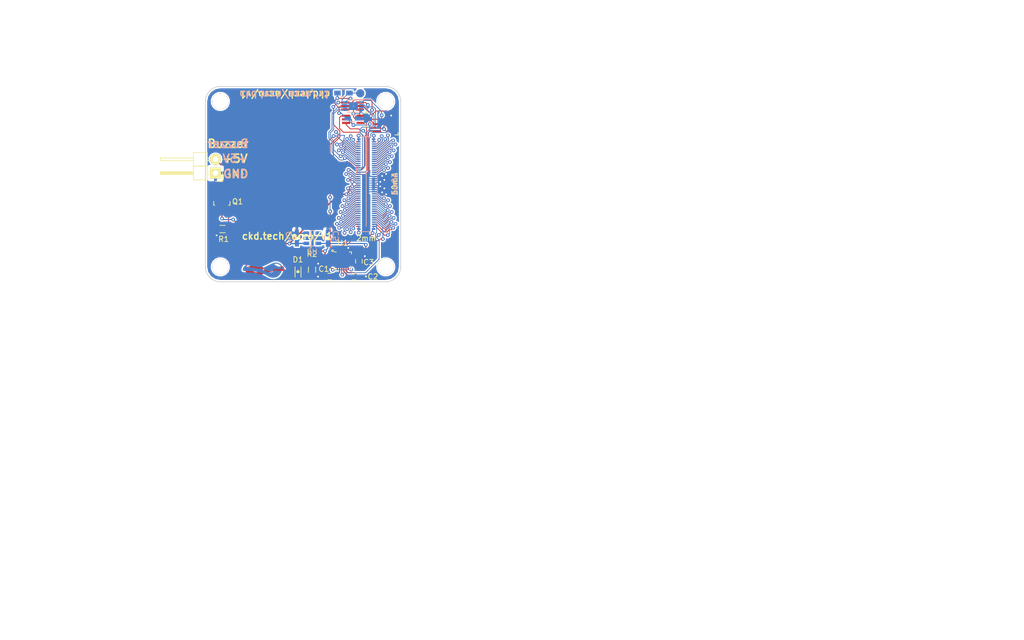
<source format=kicad_pcb>
(kicad_pcb (version 4) (host pcbnew 4.0.1-stable)
  (layers (0 F.Cu signal) (31 B.Cu signal) (34 B.Paste user) (35 F.Paste user) (36 B.SilkS user) (37 F.SilkS user) (38 B.Mask user) (39 F.Mask user) (44 Edge.Cuts user))
  (net 0 "")
  (net 1 /ExpansionPort/HEIGHT_1)
  (net 2 GNDPWR)
  (net 3 /ExpansionPort/HEIGHT_2)
  (net 4 /ExpansionPort/NEW_HEIGHT_4)
  (net 5 /ExpansionPort/3V3_0.3A_LL)
  (net 6 /ExpansionPort/HEIGHT_4)
  (net 7 "Net-(PORT_IC1-Pad7)")
  (net 8 /ExpansionPort/NEW_HEIGHT_1)
  (net 9 /ExpansionPort/NEW_HEIGHT_2)
  (net 10 +3V3)
  (net 11 "Net-(C2-Pad1)")
  (net 12 +5V)
  (net 13 "Net-(D1-Pad1)")
  (net 14 "Net-(P1-Pad2)")
  (net 15 /ExpansionPort/i2c_SDA)
  (net 16 /ExpansionPort/i2c_SCL)
  (net 17 /ExpansionPort/SPI1_MOSI)
  (net 18 /ExpansionPort/UART1_RX)
  (net 19 /ExpansionPort/TIMG1_CH1)
  (net 20 /ExpansionPort/TIM1)
  (net 21 /ExpansionPort/SPI1_MISO)
  (net 22 /ExpansionPort/SPI1_SCK)
  (net 23 /ExpansionPort/SPI1_NSS)
  (net 24 /ExpansionPort/SPI2_MOSI)
  (net 25 /ExpansionPort/SPI2_MISO)
  (net 26 /ExpansionPort/SPI2_SCK)
  (net 27 /ExpansionPort/SPI2_NSS)
  (net 28 /ExpansionPort/SPI3_MOSI)
  (net 29 /ExpansionPort/SPI3_MISO)
  (net 30 /ExpansionPort/SPI3_SCK)
  (net 31 /ExpansionPort/SPI3_NSS)
  (net 32 /ExpansionPort/CAN_LO)
  (net 33 /ExpansionPort/CAN_HI)
  (net 34 /ExpansionPort/RESET)
  (net 35 /ExpansionPort/BOOT)
  (net 36 /ExpansionPort/SDMMC1_CMD)
  (net 37 /ExpansionPort/SDMMC1_CK)
  (net 38 /ExpansionPort/SDMMC1_D3)
  (net 39 /ExpansionPort/SDMMC1_D2)
  (net 40 /ExpansionPort/SDMMC1_D1)
  (net 41 /ExpansionPort/SDMMC1_D0)
  (net 42 /ExpansionPort/ADC2)
  (net 43 /ExpansionPort/ADC1)
  (net 44 /ExpansionPort/TIMG2_CH4)
  (net 45 /ExpansionPort/TIMG2_CH3)
  (net 46 /ExpansionPort/TIMG2_CH2)
  (net 47 /ExpansionPort/TIMG2_CH1)
  (net 48 /ExpansionPort/TIMG1_CH4)
  (net 49 /ExpansionPort/TIMG1_CH3)
  (net 50 /ExpansionPort/TIMG1_CH2)
  (net 51 /ExpansionPort/TIM2)
  (net 52 /ExpansionPort/TIM3)
  (net 53 /ExpansionPort/TIM4)
  (net 54 /ExpansionPort/GPIO1)
  (net 55 /ExpansionPort/GPIO2)
  (net 56 /ExpansionPort/GPIO3)
  (net 57 /ExpansionPort/GPIO4)
  (net 58 /ExpansionPort/GPIO5)
  (net 59 /ExpansionPort/GPIO6)
  (net 60 /ExpansionPort/3V3_0.3A_E)
  (net 61 /ExpansionPort/+BATT)
  (net 62 /ExpansionPort/UART8_TX)
  (net 63 /ExpansionPort/UART8_RX)
  (net 64 /ExpansionPort/UART7_TX)
  (net 65 /ExpansionPort/UART7_RX)
  (net 66 /ExpansionPort/UART6_TX)
  (net 67 /ExpansionPort/UART6_RX)
  (net 68 /ExpansionPort/UART5_TX)
  (net 69 /ExpansionPort/UART5_RX)
  (net 70 /ExpansionPort/UART4_TX)
  (net 71 /ExpansionPort/UART4_RX)
  (net 72 /ExpansionPort/UART3_TX)
  (net 73 /ExpansionPort/UART3_RX)
  (net 74 /ExpansionPort/UART2_TX)
  (net 75 /ExpansionPort/UART2_RX)
  (net 76 /ExpansionPort/UART1_TX)
  (net 77 "Net-(PORT_OUT1-Pad69)")
  (net 78 "Net-(PORT_OUT1-Pad70)")
  (net 79 "Net-(PORT_OUT1-Pad72)")
  (net 80 "Net-(PORT_OUT1-Pad71)")
  (net 81 "Net-(PORT_OUT1-Pad10)")
  (net 82 "Net-(PORT_OUT1-Pad9)")
  (net 83 "Net-(U1-Pad1)")
  (net 84 "Net-(U1-Pad2)")
  (net 85 "Net-(U1-Pad3)")
  (net 86 "Net-(U1-Pad4)")
  (net 87 "Net-(U1-Pad5)")
  (net 88 "Net-(U1-Pad6)")
  (net 89 "Net-(U1-Pad7)")
  (net 90 "Net-(U1-Pad14)")
  (net 91 "Net-(U1-Pad15)")
  (net 92 "Net-(U1-Pad16)")
  (net 93 "Net-(U1-Pad17)")
  (net 94 "Net-(U1-Pad21)")
  (module DF40-80pin-Header (layer B.Cu) (at 159.65 108)
    (fp_text reference PORT_IN1 hide)
    (fp_text value CKD_SANDWICH hide)
    (pad 80 smd rect (at 1.355 7.8) (size 0.66 0.23) (layers B.Cu B.Paste B.Mask) (net 17 /ExpansionPort/SPI1_MOSI))
    (pad 40 smd rect (at -1.355 7.8) (size 0.66 0.23) (layers B.Cu B.Paste B.Mask) (net 18 /ExpansionPort/UART1_RX))
    (pad 41 smd rect (at 1.355 -7.8) (size 0.66 0.23) (layers B.Cu B.Paste B.Mask) (net 19 /ExpansionPort/TIMG1_CH1))
    (pad 1 smd rect (at -1.355 -7.8) (size 0.66 0.23) (layers B.Cu B.Paste B.Mask) (net 20 /ExpansionPort/TIM1))
    (pad 79 smd rect (at 1.355 7.4) (size 0.66 0.23) (layers B.Cu B.Paste B.Mask) (net 21 /ExpansionPort/SPI1_MISO))
    (pad 78 smd rect (at 1.355 7) (size 0.66 0.23) (layers B.Cu B.Paste B.Mask) (net 22 /ExpansionPort/SPI1_SCK))
    (pad 77 smd rect (at 1.355 6.6) (size 0.66 0.23) (layers B.Cu B.Paste B.Mask) (net 23 /ExpansionPort/SPI1_NSS))
    (pad 76 smd rect (at 1.355 6.2) (size 0.66 0.23) (layers B.Cu B.Paste B.Mask) (net 24 /ExpansionPort/SPI2_MOSI))
    (pad 75 smd rect (at 1.355 5.8) (size 0.66 0.23) (layers B.Cu B.Paste B.Mask) (net 25 /ExpansionPort/SPI2_MISO))
    (pad 74 smd rect (at 1.355 5.4) (size 0.66 0.23) (layers B.Cu B.Paste B.Mask) (net 26 /ExpansionPort/SPI2_SCK))
    (pad 73 smd rect (at 1.355 5) (size 0.66 0.23) (layers B.Cu B.Paste B.Mask) (net 27 /ExpansionPort/SPI2_NSS))
    (pad 72 smd rect (at 1.355 4.6) (size 0.66 0.23) (layers B.Cu B.Paste B.Mask) (net 28 /ExpansionPort/SPI3_MOSI))
    (pad 71 smd rect (at 1.355 4.2) (size 0.66 0.23) (layers B.Cu B.Paste B.Mask) (net 29 /ExpansionPort/SPI3_MISO))
    (pad 70 smd rect (at 1.355 3.8) (size 0.66 0.23) (layers B.Cu B.Paste B.Mask) (net 30 /ExpansionPort/SPI3_SCK))
    (pad 69 smd rect (at 1.355 3.4) (size 0.66 0.23) (layers B.Cu B.Paste B.Mask) (net 31 /ExpansionPort/SPI3_NSS))
    (pad 68 smd rect (at 1.355 3) (size 0.66 0.23) (layers B.Cu B.Paste B.Mask) (net 32 /ExpansionPort/CAN_LO))
    (pad 67 smd rect (at 1.355 2.6) (size 0.66 0.23) (layers B.Cu B.Paste B.Mask) (net 33 /ExpansionPort/CAN_HI))
    (pad 66 smd rect (at 1.355 2.2) (size 0.66 0.23) (layers B.Cu B.Paste B.Mask) (net 34 /ExpansionPort/RESET))
    (pad 65 smd rect (at 1.355 1.8) (size 0.66 0.23) (layers B.Cu B.Paste B.Mask) (net 35 /ExpansionPort/BOOT))
    (pad 64 smd rect (at 1.355 1.4) (size 0.66 0.23) (layers B.Cu B.Paste B.Mask) (net 2 GNDPWR))
    (pad 63 smd rect (at 1.355 1) (size 0.66 0.23) (layers B.Cu B.Paste B.Mask) (net 2 GNDPWR))
    (pad 62 smd rect (at 1.355 0.6) (size 0.66 0.23) (layers B.Cu B.Paste B.Mask) (net 2 GNDPWR))
    (pad 61 smd rect (at 1.355 0.2) (size 0.66 0.23) (layers B.Cu B.Paste B.Mask) (net 2 GNDPWR))
    (pad 60 smd rect (at 1.355 -0.2) (size 0.66 0.23) (layers B.Cu B.Paste B.Mask) (net 2 GNDPWR))
    (pad 59 smd rect (at 1.355 -0.6) (size 0.66 0.23) (layers B.Cu B.Paste B.Mask) (net 2 GNDPWR))
    (pad 58 smd rect (at 1.355 -1) (size 0.66 0.23) (layers B.Cu B.Paste B.Mask) (net 2 GNDPWR))
    (pad 57 smd rect (at 1.355 -1.4) (size 0.66 0.23) (layers B.Cu B.Paste B.Mask) (net 2 GNDPWR))
    (pad 56 smd rect (at 1.355 -1.8) (size 0.66 0.23) (layers B.Cu B.Paste B.Mask) (net 36 /ExpansionPort/SDMMC1_CMD))
    (pad 55 smd rect (at 1.355 -2.2) (size 0.66 0.23) (layers B.Cu B.Paste B.Mask) (net 37 /ExpansionPort/SDMMC1_CK))
    (pad 54 smd rect (at 1.355 -2.6) (size 0.66 0.23) (layers B.Cu B.Paste B.Mask) (net 38 /ExpansionPort/SDMMC1_D3))
    (pad 53 smd rect (at 1.355 -3) (size 0.66 0.23) (layers B.Cu B.Paste B.Mask) (net 39 /ExpansionPort/SDMMC1_D2))
    (pad 52 smd rect (at 1.355 -3.4) (size 0.66 0.23) (layers B.Cu B.Paste B.Mask) (net 40 /ExpansionPort/SDMMC1_D1))
    (pad 51 smd rect (at 1.355 -3.8) (size 0.66 0.23) (layers B.Cu B.Paste B.Mask) (net 41 /ExpansionPort/SDMMC1_D0))
    (pad 50 smd rect (at 1.355 -4.2) (size 0.66 0.23) (layers B.Cu B.Paste B.Mask) (net 42 /ExpansionPort/ADC2))
    (pad 49 smd rect (at 1.355 -4.6) (size 0.66 0.23) (layers B.Cu B.Paste B.Mask) (net 43 /ExpansionPort/ADC1))
    (pad 48 smd rect (at 1.355 -5) (size 0.66 0.23) (layers B.Cu B.Paste B.Mask) (net 44 /ExpansionPort/TIMG2_CH4))
    (pad 47 smd rect (at 1.355 -5.4) (size 0.66 0.23) (layers B.Cu B.Paste B.Mask) (net 45 /ExpansionPort/TIMG2_CH3))
    (pad 46 smd rect (at 1.355 -5.8) (size 0.66 0.23) (layers B.Cu B.Paste B.Mask) (net 46 /ExpansionPort/TIMG2_CH2))
    (pad 45 smd rect (at 1.355 -6.2) (size 0.66 0.23) (layers B.Cu B.Paste B.Mask) (net 47 /ExpansionPort/TIMG2_CH1))
    (pad 44 smd rect (at 1.355 -6.6) (size 0.66 0.23) (layers B.Cu B.Paste B.Mask) (net 48 /ExpansionPort/TIMG1_CH4))
    (pad 43 smd rect (at 1.355 -7) (size 0.66 0.23) (layers B.Cu B.Paste B.Mask) (net 49 /ExpansionPort/TIMG1_CH3))
    (pad 42 smd rect (at 1.355 -7.4) (size 0.66 0.23) (layers B.Cu B.Paste B.Mask) (net 50 /ExpansionPort/TIMG1_CH2))
    (pad 41 smd rect (at 1.355 -8.2) (size 0.66 0.35) (drill (offset 0 -0.075)) (layers B.Cu B.Paste B.Mask) (net 19 /ExpansionPort/TIMG1_CH1))
    (pad 1 smd rect (at -1.355 -8.2) (size 0.66 0.35) (drill (offset 0 -0.075)) (layers B.Cu B.Paste B.Mask) (net 20 /ExpansionPort/TIM1))
    (pad 80 smd rect (at 1.355 8.2) (size 0.66 0.35) (drill (offset 0 0.075)) (layers B.Cu B.Paste B.Mask) (net 17 /ExpansionPort/SPI1_MOSI))
    (pad 40 smd rect (at -1.355 8.2) (size 0.66 0.35) (drill (offset 0 0.075)) (layers B.Cu B.Paste B.Mask) (net 18 /ExpansionPort/UART1_RX))
    (pad 2 smd rect (at -1.355 -7.4) (size 0.66 0.23) (layers B.Cu B.Paste B.Mask) (net 51 /ExpansionPort/TIM2))
    (pad 3 smd rect (at -1.355 -7) (size 0.66 0.23) (layers B.Cu B.Paste B.Mask) (net 52 /ExpansionPort/TIM3))
    (pad 4 smd rect (at -1.355 -6.6) (size 0.66 0.23) (layers B.Cu B.Paste B.Mask) (net 53 /ExpansionPort/TIM4))
    (pad 5 smd rect (at -1.355 -6.2) (size 0.66 0.23) (layers B.Cu B.Paste B.Mask) (net 54 /ExpansionPort/GPIO1))
    (pad 6 smd rect (at -1.355 -5.8) (size 0.66 0.23) (layers B.Cu B.Paste B.Mask) (net 55 /ExpansionPort/GPIO2))
    (pad 7 smd rect (at -1.355 -5.4) (size 0.66 0.23) (layers B.Cu B.Paste B.Mask) (net 56 /ExpansionPort/GPIO3))
    (pad 8 smd rect (at -1.355 -5) (size 0.66 0.23) (layers B.Cu B.Paste B.Mask) (net 57 /ExpansionPort/GPIO4))
    (pad 9 smd rect (at -1.355 -4.6) (size 0.66 0.23) (layers B.Cu B.Paste B.Mask) (net 58 /ExpansionPort/GPIO5))
    (pad 10 smd rect (at -1.355 -4.2) (size 0.66 0.23) (layers B.Cu B.Paste B.Mask) (net 59 /ExpansionPort/GPIO6))
    (pad 11 smd rect (at -1.355 -3.8) (size 0.66 0.23) (layers B.Cu B.Paste B.Mask) (net 15 /ExpansionPort/i2c_SDA))
    (pad 12 smd rect (at -1.355 -3.4) (size 0.66 0.23) (layers B.Cu B.Paste B.Mask) (net 16 /ExpansionPort/i2c_SCL))
    (pad 13 smd rect (at -1.355 -3) (size 0.66 0.23) (layers B.Cu B.Paste B.Mask) (net 6 /ExpansionPort/HEIGHT_4))
    (pad 14 smd rect (at -1.355 -2.6) (size 0.66 0.23) (layers B.Cu B.Paste B.Mask) (net 3 /ExpansionPort/HEIGHT_2))
    (pad 15 smd rect (at -1.355 -2.2) (size 0.66 0.23) (layers B.Cu B.Paste B.Mask) (net 1 /ExpansionPort/HEIGHT_1))
    (pad 16 smd rect (at -1.355 -1.8) (size 0.66 0.23) (layers B.Cu B.Paste B.Mask) (net 5 /ExpansionPort/3V3_0.3A_LL))
    (pad 17 smd rect (at -1.355 -1.4) (size 0.66 0.23) (layers B.Cu B.Paste B.Mask) (net 60 /ExpansionPort/3V3_0.3A_E))
    (pad 18 smd rect (at -1.355 -1) (size 0.66 0.23) (layers B.Cu B.Paste B.Mask) (net 61 /ExpansionPort/+BATT))
    (pad 19 smd rect (at -1.355 -0.6) (size 0.66 0.23) (layers B.Cu B.Paste B.Mask) (net 12 +5V))
    (pad 20 smd rect (at -1.355 -0.2) (size 0.66 0.23) (layers B.Cu B.Paste B.Mask) (net 12 +5V))
    (pad 21 smd rect (at -1.355 0.2) (size 0.66 0.23) (layers B.Cu B.Paste B.Mask) (net 12 +5V))
    (pad 22 smd rect (at -1.355 0.6) (size 0.66 0.23) (layers B.Cu B.Paste B.Mask) (net 12 +5V))
    (pad 23 smd rect (at -1.355 1) (size 0.66 0.23) (layers B.Cu B.Paste B.Mask) (net 12 +5V))
    (pad 24 smd rect (at -1.355 1.4) (size 0.66 0.23) (layers B.Cu B.Paste B.Mask) (net 12 +5V))
    (pad 25 smd rect (at -1.355 1.8) (size 0.66 0.23) (layers B.Cu B.Paste B.Mask) (net 62 /ExpansionPort/UART8_TX))
    (pad 26 smd rect (at -1.355 2.2) (size 0.66 0.23) (layers B.Cu B.Paste B.Mask) (net 63 /ExpansionPort/UART8_RX))
    (pad 27 smd rect (at -1.355 2.6) (size 0.66 0.23) (layers B.Cu B.Paste B.Mask) (net 64 /ExpansionPort/UART7_TX))
    (pad 28 smd rect (at -1.355 3) (size 0.66 0.23) (layers B.Cu B.Paste B.Mask) (net 65 /ExpansionPort/UART7_RX))
    (pad 29 smd rect (at -1.355 3.4) (size 0.66 0.23) (layers B.Cu B.Paste B.Mask) (net 66 /ExpansionPort/UART6_TX))
    (pad 30 smd rect (at -1.355 3.8) (size 0.66 0.23) (layers B.Cu B.Paste B.Mask) (net 67 /ExpansionPort/UART6_RX))
    (pad 31 smd rect (at -1.355 4.2) (size 0.66 0.23) (layers B.Cu B.Paste B.Mask) (net 68 /ExpansionPort/UART5_TX))
    (pad 32 smd rect (at -1.355 4.6) (size 0.66 0.23) (layers B.Cu B.Paste B.Mask) (net 69 /ExpansionPort/UART5_RX))
    (pad 33 smd rect (at -1.355 5) (size 0.66 0.23) (layers B.Cu B.Paste B.Mask) (net 70 /ExpansionPort/UART4_TX))
    (pad 34 smd rect (at -1.355 5.4) (size 0.66 0.23) (layers B.Cu B.Paste B.Mask) (net 71 /ExpansionPort/UART4_RX))
    (pad 35 smd rect (at -1.355 5.8) (size 0.66 0.23) (layers B.Cu B.Paste B.Mask) (net 72 /ExpansionPort/UART3_TX))
    (pad 36 smd rect (at -1.355 6.2) (size 0.66 0.23) (layers B.Cu B.Paste B.Mask) (net 73 /ExpansionPort/UART3_RX))
    (pad 37 smd rect (at -1.355 6.6) (size 0.66 0.23) (layers B.Cu B.Paste B.Mask) (net 74 /ExpansionPort/UART2_TX))
    (pad 38 smd rect (at -1.355 7) (size 0.66 0.23) (layers B.Cu B.Paste B.Mask) (net 75 /ExpansionPort/UART2_RX))
    (pad 39 smd rect (at -1.355 7.4) (size 0.66 0.23) (layers B.Cu B.Paste B.Mask) (net 76 /ExpansionPort/UART1_TX))
  )
  (module DF40-3-4mm-80pin-Receptacle (layer F.Cu) (at 159.65 108)
    (fp_text reference PORT_OUT1 hide)
    (fp_text value CKD_SANDWICH hide)
    (pad 41 smd rect (at 1.54 -7.8) (size 0.7 0.2) (layers F.Cu F.Paste F.Mask) (net 19 /ExpansionPort/TIMG1_CH1))
    (pad 42 smd rect (at 1.54 -7.4) (size 0.7 0.2) (layers F.Cu F.Paste F.Mask) (net 50 /ExpansionPort/TIMG1_CH2))
    (pad 43 smd rect (at 1.54 -7) (size 0.7 0.2) (layers F.Cu F.Paste F.Mask) (net 49 /ExpansionPort/TIMG1_CH3))
    (pad 44 smd rect (at 1.54 -6.6) (size 0.7 0.2) (layers F.Cu F.Paste F.Mask) (net 48 /ExpansionPort/TIMG1_CH4))
    (pad 45 smd rect (at 1.54 -6.2) (size 0.7 0.2) (layers F.Cu F.Paste F.Mask) (net 47 /ExpansionPort/TIMG2_CH1))
    (pad 46 smd rect (at 1.54 -5.8) (size 0.7 0.2) (layers F.Cu F.Paste F.Mask) (net 46 /ExpansionPort/TIMG2_CH2))
    (pad 47 smd rect (at 1.54 -5.4) (size 0.7 0.2) (layers F.Cu F.Paste F.Mask) (net 45 /ExpansionPort/TIMG2_CH3))
    (pad 48 smd rect (at 1.54 -5) (size 0.7 0.2) (layers F.Cu F.Paste F.Mask) (net 44 /ExpansionPort/TIMG2_CH4))
    (pad 49 smd rect (at 1.54 -4.6) (size 0.7 0.2) (layers F.Cu F.Paste F.Mask) (net 43 /ExpansionPort/ADC1))
    (pad 50 smd rect (at 1.54 -4.2) (size 0.7 0.2) (layers F.Cu F.Paste F.Mask) (net 42 /ExpansionPort/ADC2))
    (pad 60 smd rect (at 1.54 -0.2) (size 0.7 0.2) (layers F.Cu F.Paste F.Mask) (net 2 GNDPWR))
    (pad 59 smd rect (at 1.54 -0.6) (size 0.7 0.2) (layers F.Cu F.Paste F.Mask) (net 2 GNDPWR))
    (pad 58 smd rect (at 1.54 -1) (size 0.7 0.2) (layers F.Cu F.Paste F.Mask) (net 2 GNDPWR))
    (pad 57 smd rect (at 1.54 -1.4) (size 0.7 0.2) (layers F.Cu F.Paste F.Mask) (net 2 GNDPWR))
    (pad 56 smd rect (at 1.54 -1.8) (size 0.7 0.2) (layers F.Cu F.Paste F.Mask) (net 36 /ExpansionPort/SDMMC1_CMD))
    (pad 55 smd rect (at 1.54 -2.2) (size 0.7 0.2) (layers F.Cu F.Paste F.Mask) (net 37 /ExpansionPort/SDMMC1_CK))
    (pad 54 smd rect (at 1.54 -2.6) (size 0.7 0.2) (layers F.Cu F.Paste F.Mask) (net 38 /ExpansionPort/SDMMC1_D3))
    (pad 53 smd rect (at 1.54 -3) (size 0.7 0.2) (layers F.Cu F.Paste F.Mask) (net 39 /ExpansionPort/SDMMC1_D2))
    (pad 52 smd rect (at 1.54 -3.4) (size 0.7 0.2) (layers F.Cu F.Paste F.Mask) (net 40 /ExpansionPort/SDMMC1_D1))
    (pad 51 smd rect (at 1.54 -3.8) (size 0.7 0.2) (layers F.Cu F.Paste F.Mask) (net 41 /ExpansionPort/SDMMC1_D0))
    (pad 61 smd rect (at 1.54 0.2) (size 0.7 0.2) (layers F.Cu F.Paste F.Mask) (net 2 GNDPWR))
    (pad 62 smd rect (at 1.54 0.6) (size 0.7 0.2) (layers F.Cu F.Paste F.Mask) (net 2 GNDPWR))
    (pad 63 smd rect (at 1.54 1) (size 0.7 0.2) (layers F.Cu F.Paste F.Mask) (net 2 GNDPWR))
    (pad 64 smd rect (at 1.54 1.4) (size 0.7 0.2) (layers F.Cu F.Paste F.Mask) (net 2 GNDPWR))
    (pad 65 smd rect (at 1.54 1.8) (size 0.7 0.2) (layers F.Cu F.Paste F.Mask) (net 35 /ExpansionPort/BOOT))
    (pad 66 smd rect (at 1.54 2.2) (size 0.7 0.2) (layers F.Cu F.Paste F.Mask) (net 34 /ExpansionPort/RESET))
    (pad 67 smd rect (at 1.54 2.6) (size 0.7 0.2) (layers F.Cu F.Paste F.Mask) (net 33 /ExpansionPort/CAN_HI))
    (pad 68 smd rect (at 1.54 3) (size 0.7 0.2) (layers F.Cu F.Paste F.Mask) (net 32 /ExpansionPort/CAN_LO))
    (pad 69 smd rect (at 1.54 3.4) (size 0.7 0.2) (layers F.Cu F.Paste F.Mask) (net 77 "Net-(PORT_OUT1-Pad69)"))
    (pad 70 smd rect (at 1.54 3.8) (size 0.7 0.2) (layers F.Cu F.Paste F.Mask) (net 78 "Net-(PORT_OUT1-Pad70)"))
    (pad 80 smd rect (at 1.54 7.8) (size 0.7 0.2) (layers F.Cu F.Paste F.Mask) (net 24 /ExpansionPort/SPI2_MOSI))
    (pad 79 smd rect (at 1.54 7.4) (size 0.7 0.2) (layers F.Cu F.Paste F.Mask) (net 25 /ExpansionPort/SPI2_MISO))
    (pad 78 smd rect (at 1.54 7) (size 0.7 0.2) (layers F.Cu F.Paste F.Mask) (net 26 /ExpansionPort/SPI2_SCK))
    (pad 77 smd rect (at 1.54 6.6) (size 0.7 0.2) (layers F.Cu F.Paste F.Mask) (net 27 /ExpansionPort/SPI2_NSS))
    (pad 76 smd rect (at 1.54 6.2) (size 0.7 0.2) (layers F.Cu F.Paste F.Mask) (net 28 /ExpansionPort/SPI3_MOSI))
    (pad 75 smd rect (at 1.54 5.8) (size 0.7 0.2) (layers F.Cu F.Paste F.Mask) (net 29 /ExpansionPort/SPI3_MISO))
    (pad 74 smd rect (at 1.54 5.4) (size 0.7 0.2) (layers F.Cu F.Paste F.Mask) (net 30 /ExpansionPort/SPI3_SCK))
    (pad 73 smd rect (at 1.54 5) (size 0.7 0.2) (layers F.Cu F.Paste F.Mask) (net 31 /ExpansionPort/SPI3_NSS))
    (pad 72 smd rect (at 1.54 4.6) (size 0.7 0.2) (layers F.Cu F.Paste F.Mask) (net 79 "Net-(PORT_OUT1-Pad72)"))
    (pad 71 smd rect (at 1.54 4.2) (size 0.7 0.2) (layers F.Cu F.Paste F.Mask) (net 80 "Net-(PORT_OUT1-Pad71)"))
    (pad 31 smd rect (at -1.54 4.2) (size 0.7 0.2) (layers F.Cu F.Paste F.Mask) (net 68 /ExpansionPort/UART5_TX))
    (pad 32 smd rect (at -1.54 4.6) (size 0.7 0.2) (layers F.Cu F.Paste F.Mask) (net 69 /ExpansionPort/UART5_RX))
    (pad 33 smd rect (at -1.54 5) (size 0.7 0.2) (layers F.Cu F.Paste F.Mask) (net 70 /ExpansionPort/UART4_TX))
    (pad 34 smd rect (at -1.54 5.4) (size 0.7 0.2) (layers F.Cu F.Paste F.Mask) (net 71 /ExpansionPort/UART4_RX))
    (pad 35 smd rect (at -1.54 5.8) (size 0.7 0.2) (layers F.Cu F.Paste F.Mask) (net 72 /ExpansionPort/UART3_TX))
    (pad 36 smd rect (at -1.54 6.2) (size 0.7 0.2) (layers F.Cu F.Paste F.Mask) (net 73 /ExpansionPort/UART3_RX))
    (pad 37 smd rect (at -1.54 6.6) (size 0.7 0.2) (layers F.Cu F.Paste F.Mask) (net 74 /ExpansionPort/UART2_TX))
    (pad 38 smd rect (at -1.54 7) (size 0.7 0.2) (layers F.Cu F.Paste F.Mask) (net 75 /ExpansionPort/UART2_RX))
    (pad 39 smd rect (at -1.54 7.4) (size 0.7 0.2) (layers F.Cu F.Paste F.Mask) (net 76 /ExpansionPort/UART1_TX))
    (pad 40 smd rect (at -1.54 7.8) (size 0.7 0.2) (layers F.Cu F.Paste F.Mask) (net 18 /ExpansionPort/UART1_RX))
    (pad 30 smd rect (at -1.54 3.8) (size 0.7 0.2) (layers F.Cu F.Paste F.Mask) (net 67 /ExpansionPort/UART6_RX))
    (pad 29 smd rect (at -1.54 3.4) (size 0.7 0.2) (layers F.Cu F.Paste F.Mask) (net 66 /ExpansionPort/UART6_TX))
    (pad 28 smd rect (at -1.54 3) (size 0.7 0.2) (layers F.Cu F.Paste F.Mask) (net 65 /ExpansionPort/UART7_RX))
    (pad 27 smd rect (at -1.54 2.6) (size 0.7 0.2) (layers F.Cu F.Paste F.Mask) (net 64 /ExpansionPort/UART7_TX))
    (pad 26 smd rect (at -1.54 2.2) (size 0.7 0.2) (layers F.Cu F.Paste F.Mask) (net 63 /ExpansionPort/UART8_RX))
    (pad 25 smd rect (at -1.54 1.8) (size 0.7 0.2) (layers F.Cu F.Paste F.Mask) (net 62 /ExpansionPort/UART8_TX))
    (pad 24 smd rect (at -1.54 1.4) (size 0.7 0.2) (layers F.Cu F.Paste F.Mask) (net 12 +5V))
    (pad 23 smd rect (at -1.54 1) (size 0.7 0.2) (layers F.Cu F.Paste F.Mask) (net 12 +5V))
    (pad 22 smd rect (at -1.54 0.6) (size 0.7 0.2) (layers F.Cu F.Paste F.Mask) (net 12 +5V))
    (pad 21 smd rect (at -1.54 0.2) (size 0.7 0.2) (layers F.Cu F.Paste F.Mask) (net 12 +5V))
    (pad 11 smd rect (at -1.54 -3.8) (size 0.7 0.2) (layers F.Cu F.Paste F.Mask) (net 15 /ExpansionPort/i2c_SDA))
    (pad 12 smd rect (at -1.54 -3.4) (size 0.7 0.2) (layers F.Cu F.Paste F.Mask) (net 16 /ExpansionPort/i2c_SCL))
    (pad 13 smd rect (at -1.54 -3) (size 0.7 0.2) (layers F.Cu F.Paste F.Mask) (net 4 /ExpansionPort/NEW_HEIGHT_4))
    (pad 14 smd rect (at -1.54 -2.6) (size 0.7 0.2) (layers F.Cu F.Paste F.Mask) (net 9 /ExpansionPort/NEW_HEIGHT_2))
    (pad 15 smd rect (at -1.54 -2.2) (size 0.7 0.2) (layers F.Cu F.Paste F.Mask) (net 8 /ExpansionPort/NEW_HEIGHT_1))
    (pad 16 smd rect (at -1.54 -1.8) (size 0.7 0.2) (layers F.Cu F.Paste F.Mask) (net 5 /ExpansionPort/3V3_0.3A_LL))
    (pad 17 smd rect (at -1.54 -1.4) (size 0.7 0.2) (layers F.Cu F.Paste F.Mask) (net 60 /ExpansionPort/3V3_0.3A_E))
    (pad 18 smd rect (at -1.54 -1) (size 0.7 0.2) (layers F.Cu F.Paste F.Mask) (net 61 /ExpansionPort/+BATT))
    (pad 19 smd rect (at -1.54 -0.6) (size 0.7 0.2) (layers F.Cu F.Paste F.Mask) (net 12 +5V))
    (pad 20 smd rect (at -1.54 -0.2) (size 0.7 0.2) (layers F.Cu F.Paste F.Mask) (net 12 +5V))
    (pad 10 smd rect (at -1.54 -4.2) (size 0.7 0.2) (layers F.Cu F.Paste F.Mask) (net 81 "Net-(PORT_OUT1-Pad10)"))
    (pad 9 smd rect (at -1.54 -4.6) (size 0.7 0.2) (layers F.Cu F.Paste F.Mask) (net 82 "Net-(PORT_OUT1-Pad9)"))
    (pad 8 smd rect (at -1.54 -5) (size 0.7 0.2) (layers F.Cu F.Paste F.Mask) (net 59 /ExpansionPort/GPIO6))
    (pad 7 smd rect (at -1.54 -5.4) (size 0.7 0.2) (layers F.Cu F.Paste F.Mask) (net 58 /ExpansionPort/GPIO5))
    (pad 6 smd rect (at -1.54 -5.8) (size 0.7 0.2) (layers F.Cu F.Paste F.Mask) (net 57 /ExpansionPort/GPIO4))
    (pad 5 smd rect (at -1.54 -6.2) (size 0.7 0.2) (layers F.Cu F.Paste F.Mask) (net 56 /ExpansionPort/GPIO3))
    (pad 4 smd rect (at -1.54 -6.6) (size 0.7 0.2) (layers F.Cu F.Paste F.Mask) (net 53 /ExpansionPort/TIM4))
    (pad 3 smd rect (at -1.54 -7) (size 0.7 0.2) (layers F.Cu F.Paste F.Mask) (net 52 /ExpansionPort/TIM3))
    (pad 2 smd rect (at -1.54 -7.4) (size 0.7 0.2) (layers F.Cu F.Paste F.Mask) (net 51 /ExpansionPort/TIM2))
    (pad 1 smd rect (at -1.54 -7.8) (size 0.7 0.2) (layers F.Cu F.Paste F.Mask) (net 20 /ExpansionPort/TIM1))
  )
  (module Mounting_Holes:MountingHole_3mm (layer F.Cu) (at 163.25 123.25)
    (fp_text reference REF** hide)
    (fp_text value MountingHole_3mm hide)
    (pad 1 thru_hole circle (at 0 0) (size 3 3) (drill 3) (layers))
  )
  (module Mounting_Holes:MountingHole_3mm (layer F.Cu) (at 132.75 123.25)
    (fp_text reference REF** hide)
    (fp_text value MountingHole_3mm hide)
    (pad 1 thru_hole circle (at 0 0) (size 3 3) (drill 3) (layers))
  )
  (module Mounting_Holes:MountingHole_3mm (layer F.Cu) (at 132.75 92.75)
    (fp_text reference REF** hide)
    (fp_text value MountingHole_3mm hide)
    (pad 1 thru_hole circle (at 0 0) (size 3 3) (drill 3) (layers))
  )
  (module Mounting_Holes:MountingHole_3mm (layer F.Cu) (at 163.25 92.75)
    (fp_text reference REF** hide)
    (fp_text value MountingHole_3mm hide)
    (pad 1 thru_hole circle (at 0 0) (size 3 3) (drill 3) (layers))
  )
  (module Housings_SOT-23_SOT-143_TSOT-6:SC-70-6_Handsoldering (layer F.Cu) (at 157.13096 93.59976 90)
    (fp_text reference PORT_ANDOR1 hide)
    (fp_text value SN74LVC1G0832 hide)
    (pad 1 smd rect (at -0.65024 1.33096 90) (size 0.39878 1.50114) (layers F.Cu F.Paste F.Mask) (net 1 /ExpansionPort/HEIGHT_1))
    (pad 2 smd rect (at 0 1.33096 90) (size 0.39878 1.50114) (layers F.Cu F.Paste F.Mask) (net 2 GNDPWR))
    (pad 3 smd rect (at 0.65024 1.33096 90) (size 0.39878 1.50114) (layers F.Cu F.Paste F.Mask) (net 3 /ExpansionPort/HEIGHT_2))
    (pad 4 smd rect (at 0.65024 -1.33096 90) (size 0.39878 1.50114) (layers F.Cu F.Paste F.Mask) (net 4 /ExpansionPort/NEW_HEIGHT_4))
    (pad 5 smd rect (at 0 -1.33096 90) (size 0.39878 1.50114) (layers F.Cu F.Paste F.Mask) (net 5 /ExpansionPort/3V3_0.3A_LL))
    (pad 6 smd rect (at -0.65024 -1.33096 90) (size 0.39878 1.50114) (layers F.Cu F.Paste F.Mask) (net 6 /ExpansionPort/HEIGHT_4))
  )
  (module Capacitors_SMD:C_0603_HandSoldering (layer B.Cu) (at 157.2 95.9)
    (fp_text reference PORT_C1 hide)
    (fp_text value 0.1uF hide)
    (pad 1 smd rect (at -0.95 0) (size 1.2 0.75) (layers B.Cu B.Paste B.Mask) (net 5 /ExpansionPort/3V3_0.3A_LL))
    (pad 2 smd rect (at 0.95 0) (size 1.2 0.75) (layers B.Cu B.Paste B.Mask) (net 2 GNDPWR))
  )
  (module Housings_DFN_QFN:DFN-8-1EP_3x2mm_Pitch0.5mm (layer B.Cu) (at 157.2625 93.6125 180)
    (fp_text reference PORT_IC1 hide)
    (fp_text value AT24CS02-MAHM hide)
    (pad 1 smd rect (at -1.45 0.75 180) (size 0.75 0.3) (layers B.Cu B.Paste B.Mask) (net 1 /ExpansionPort/HEIGHT_1))
    (pad 2 smd rect (at -1.45 0.25 180) (size 0.75 0.3) (layers B.Cu B.Paste B.Mask) (net 3 /ExpansionPort/HEIGHT_2))
    (pad 3 smd rect (at -1.45 -0.25 180) (size 0.75 0.3) (layers B.Cu B.Paste B.Mask) (net 6 /ExpansionPort/HEIGHT_4))
    (pad 4 smd rect (at -1.45 -0.75 180) (size 0.75 0.3) (layers B.Cu B.Paste B.Mask) (net 2 GNDPWR))
    (pad 5 smd rect (at 1.45 -0.75 180) (size 0.75 0.3) (layers B.Cu B.Paste B.Mask) (net 15 /ExpansionPort/i2c_SDA))
    (pad 6 smd rect (at 1.45 -0.25 180) (size 0.75 0.3) (layers B.Cu B.Paste B.Mask) (net 16 /ExpansionPort/i2c_SCL))
    (pad 7 smd rect (at 1.45 0.25 180) (size 0.75 0.3) (layers B.Cu B.Paste B.Mask) (net 7 "Net-(PORT_IC1-Pad7)"))
    (pad 8 smd rect (at 1.45 0.75 180) (size 0.75 0.3) (layers B.Cu B.Paste B.Mask) (net 5 /ExpansionPort/3V3_0.3A_LL))
    (pad 9 smd rect (at 0.4375 -0.3625 180) (size 0.875 0.725) (layers B.Cu B.Paste B.Mask))
    (pad 9 smd rect (at 0.4375 0.3625 180) (size 0.875 0.725) (layers B.Cu B.Paste B.Mask))
    (pad 9 smd rect (at -0.4375 -0.3625 180) (size 0.875 0.725) (layers B.Cu B.Paste B.Mask))
    (pad 9 smd rect (at -0.4375 0.3625 180) (size 0.875 0.725) (layers B.Cu B.Paste B.Mask))
  )
  (module Housings_SOT-23_SOT-143_TSOT-6:SC-70-6_Handsoldering (layer F.Cu) (at 162.96904 97.59976 90)
    (fp_text reference PORT_INV1 hide)
    (fp_text value SN74LVC1G58 hide)
    (pad 1 smd rect (at -0.65024 1.33096 90) (size 0.39878 1.50114) (layers F.Cu F.Paste F.Mask) (net 1 /ExpansionPort/HEIGHT_1))
    (pad 2 smd rect (at 0 1.33096 90) (size 0.39878 1.50114) (layers F.Cu F.Paste F.Mask) (net 2 GNDPWR))
    (pad 3 smd rect (at 0.65024 1.33096 90) (size 0.39878 1.50114) (layers F.Cu F.Paste F.Mask) (net 2 GNDPWR))
    (pad 4 smd rect (at 0.65024 -1.33096 90) (size 0.39878 1.50114) (layers F.Cu F.Paste F.Mask) (net 8 /ExpansionPort/NEW_HEIGHT_1))
    (pad 5 smd rect (at 0 -1.33096 90) (size 0.39878 1.50114) (layers F.Cu F.Paste F.Mask) (net 5 /ExpansionPort/3V3_0.3A_LL))
    (pad 6 smd rect (at -0.65024 -1.33096 90) (size 0.39878 1.50114) (layers F.Cu F.Paste F.Mask) (net 5 /ExpansionPort/3V3_0.3A_LL))
  )
  (module Resistors_SMD:R_0603_HandSoldering (layer B.Cu) (at 155.45 91.2 180)
    (fp_text reference PORT_R1 hide)
    (fp_text value 10k hide)
    (pad 1 smd rect (at -1.1 0 180) (size 1.2 0.9) (layers B.Cu B.Paste B.Mask) (net 7 "Net-(PORT_IC1-Pad7)"))
    (pad 2 smd rect (at 1.1 0 180) (size 1.2 0.9) (layers B.Cu B.Paste B.Mask) (net 5 /ExpansionPort/3V3_0.3A_LL))
  )
  (module Housings_SOT-23_SOT-143_TSOT-6:SC-70-6_Handsoldering (layer F.Cu) (at 157.28096 96.04976 90)
    (fp_text reference PORT_XOR1 hide)
    (fp_text value SN74LVC1G58 hide)
    (pad 1 smd rect (at -0.65024 1.33096 90) (size 0.39878 1.50114) (layers F.Cu F.Paste F.Mask) (net 1 /ExpansionPort/HEIGHT_1))
    (pad 2 smd rect (at 0 1.33096 90) (size 0.39878 1.50114) (layers F.Cu F.Paste F.Mask) (net 2 GNDPWR))
    (pad 3 smd rect (at 0.65024 1.33096 90) (size 0.39878 1.50114) (layers F.Cu F.Paste F.Mask) (net 1 /ExpansionPort/HEIGHT_1))
    (pad 4 smd rect (at 0.65024 -1.33096 90) (size 0.39878 1.50114) (layers F.Cu F.Paste F.Mask) (net 9 /ExpansionPort/NEW_HEIGHT_2))
    (pad 5 smd rect (at 0 -1.33096 90) (size 0.39878 1.50114) (layers F.Cu F.Paste F.Mask) (net 5 /ExpansionPort/3V3_0.3A_LL))
    (pad 6 smd rect (at -0.65024 -1.33096 90) (size 0.39878 1.50114) (layers F.Cu F.Paste F.Mask) (net 3 /ExpansionPort/HEIGHT_2))
  )
  (module Measurement_Points:Measurement_Point_Round-SMD-Pad_Small (layer B.Cu) (at 158.55 91.25)
    (fp_text reference PORT_P1 hide)
    (fp_text value CONN_01X01 hide)
    (pad 1 smd circle (at 0 0) (size 1.524 1.524) (layers B.Cu B.Paste B.Mask) (net 7 "Net-(PORT_IC1-Pad7)"))
  )
  (module Capacitors_SMD:C_0603_HandSoldering (layer F.Cu) (at 152.9 125.05 180)
    (fp_text reference C1 (at 1.07 1.41 180) (layer F.SilkS))
    (fp_text value 10nF)
    (pad 1 smd rect (at -0.95 0 180) (size 1.2 0.75) (layers F.Cu F.Paste F.Mask) (net 10 +3V3))
    (pad 2 smd rect (at 0.95 0 180) (size 1.2 0.75) (layers F.Cu F.Paste F.Mask) (net 2 GNDPWR))
  )
  (module Capacitors_SMD:C_0603_HandSoldering (layer F.Cu) (at 157.41 125.05)
    (fp_text reference C2 (at 3.47 0.02) (layer F.SilkS))
    (fp_text value 0.1uF)
    (pad 1 smd rect (at -0.95 0) (size 1.2 0.75) (layers F.Cu F.Paste F.Mask) (net 11 "Net-(C2-Pad1)"))
    (pad 2 smd rect (at 0.95 0) (size 1.2 0.75) (layers F.Cu F.Paste F.Mask) (net 2 GNDPWR))
  )
  (module Capacitors_SMD:C_0603_HandSoldering (layer F.Cu) (at 158.3 122.23 90)
    (fp_text reference C3 (at -0.19 1.8 180) (layer F.SilkS))
    (fp_text value 0.1uF)
    (pad 1 smd rect (at -0.95 0 90) (size 1.2 0.75) (layers F.Cu F.Paste F.Mask) (net 10 +3V3))
    (pad 2 smd rect (at 0.95 0 90) (size 1.2 0.75) (layers F.Cu F.Paste F.Mask) (net 2 GNDPWR))
  )
  (module Capacitors_SMD:C_0603_HandSoldering (layer B.Cu) (at 146.86 117.96 90)
    (fp_text reference C4 (at 0.3 -1.42 90) (layer B.SilkS) (effects (justify mirror)))
    (fp_text value 1uF)
    (pad 1 smd rect (at -0.95 0 90) (size 1.2 0.75) (layers B.Cu B.Paste B.Mask) (net 12 +5V))
    (pad 2 smd rect (at 0.95 0 90) (size 1.2 0.75) (layers B.Cu B.Paste B.Mask) (net 2 GNDPWR))
  )
  (module Capacitors_SMD:C_0603_HandSoldering (layer B.Cu) (at 152.57 118 90)
    (fp_text reference C5 (at 0.45 1.52 90) (layer B.SilkS) (effects (justify mirror)))
    (fp_text value 1uF)
    (pad 1 smd rect (at -0.95 0 90) (size 1.2 0.75) (layers B.Cu B.Paste B.Mask) (net 10 +3V3))
    (pad 2 smd rect (at 0.95 0 90) (size 1.2 0.75) (layers B.Cu B.Paste B.Mask) (net 2 GNDPWR))
  )
  (module LEDs:LED-0603 (layer F.Cu) (at 147.07 124.0493 90)
    (fp_text reference D1 (at 2.1293 -0.02 180) (layer F.SilkS))
    (fp_text value LED)
    (pad 2 smd rect (at 0.7493 0 270) (size 0.79756 0.79756) (layers F.Cu F.Paste F.Mask) (net 10 +3V3))
    (pad 1 smd rect (at -0.7493 0 270) (size 0.79756 0.79756) (layers F.Cu F.Paste F.Mask) (net 13 "Net-(D1-Pad1)"))
  )
  (module Pin_Headers:Pin_Header_Angled_1x02 (layer F.Cu) (at 131.86 105.96 180)
    (fp_text reference P1 hide)
    (fp_text value CONN_01X02)
    (pad 1 thru_hole rect (at 0 0 180) (size 2.032 2.032) (drill 1.016) (layers *.Cu *.Mask F.SilkS) (net 2 GNDPWR))
    (pad 2 thru_hole oval (at 0 2.54 180) (size 2.032 2.032) (drill 1.016) (layers *.Cu *.Mask F.SilkS) (net 14 "Net-(P1-Pad2)"))
  )
  (module Housings_SOT-23_SOT-143_TSOT-6:SOT-23_Handsoldering (layer F.Cu) (at 133.03 111.23886 180)
    (fp_text reference Q1 (at -2.9 0.01886 180) (layer F.SilkS))
    (fp_text value Q_NMOS_GSD)
    (pad 1 smd rect (at -0.95 1.50114 180) (size 0.8001 1.80086) (layers F.Cu F.Paste F.Mask) (net 55 /ExpansionPort/GPIO2))
    (pad 2 smd rect (at 0.95 1.50114 180) (size 0.8001 1.80086) (layers F.Cu F.Paste F.Mask) (net 14 "Net-(P1-Pad2)"))
    (pad 3 smd rect (at 0 -1.50114 180) (size 0.8001 1.80086) (layers F.Cu F.Paste F.Mask) (net 12 +5V))
  )
  (module Resistors_SMD:R_0603_HandSoldering (layer F.Cu) (at 133.15 116.28 180)
    (fp_text reference R1 (at -0.21 -1.86 180) (layer F.SilkS))
    (fp_text value 100k)
    (pad 1 smd rect (at -1.1 0 180) (size 1.2 0.9) (layers F.Cu F.Paste F.Mask) (net 55 /ExpansionPort/GPIO2))
    (pad 2 smd rect (at 1.1 0 180) (size 1.2 0.9) (layers F.Cu F.Paste F.Mask) (net 2 GNDPWR))
  )
  (module Resistors_SMD:R_0603_HandSoldering (layer F.Cu) (at 149.66 123.78 90)
    (fp_text reference R2 (at 2.9 0 180) (layer F.SilkS))
    (fp_text value 1k)
    (pad 1 smd rect (at -1.1 0 90) (size 1.2 0.9) (layers F.Cu F.Paste F.Mask) (net 13 "Net-(D1-Pad1)"))
    (pad 2 smd rect (at 1.1 0 90) (size 1.2 0.9) (layers F.Cu F.Paste F.Mask) (net 2 GNDPWR))
  )
  (module invensense:QFN-24-1EP_3x3mm_Pitch0.4mm (layer F.Cu) (at 155.33 122.09)
    (fp_text reference U1 (at 0 -3.25) (layer F.SilkS))
    (fp_text value MPU-6500)
    (pad 1 smd rect (at -1.5 -1) (size 0.55 0.2) (layers F.Cu F.Paste F.Mask) (net 83 "Net-(U1-Pad1)") (clearance 0.1))
    (pad 2 smd rect (at -1.5 -0.6) (size 0.55 0.2) (layers F.Cu F.Paste F.Mask) (net 84 "Net-(U1-Pad2)"))
    (pad 3 smd rect (at -1.5 -0.2) (size 0.55 0.2) (layers F.Cu F.Paste F.Mask) (net 85 "Net-(U1-Pad3)"))
    (pad 4 smd rect (at -1.5 0.2) (size 0.55 0.2) (layers F.Cu F.Paste F.Mask) (net 86 "Net-(U1-Pad4)"))
    (pad 5 smd rect (at -1.5 0.6) (size 0.55 0.2) (layers F.Cu F.Paste F.Mask) (net 87 "Net-(U1-Pad5)"))
    (pad 6 smd rect (at -1.5 1) (size 0.55 0.2) (layers F.Cu F.Paste F.Mask) (net 88 "Net-(U1-Pad6)") (clearance 0.1))
    (pad 7 smd rect (at -1 1.5 90) (size 0.55 0.2) (layers F.Cu F.Paste F.Mask) (net 89 "Net-(U1-Pad7)") (clearance 0.1))
    (pad 8 smd rect (at -0.6 1.5 90) (size 0.55 0.2) (layers F.Cu F.Paste F.Mask) (net 10 +3V3))
    (pad 9 smd rect (at -0.2 1.5 90) (size 0.55 0.2) (layers F.Cu F.Paste F.Mask) (net 21 /ExpansionPort/SPI1_MISO))
    (pad 10 smd rect (at 0.2 1.5 90) (size 0.55 0.2) (layers F.Cu F.Paste F.Mask) (net 11 "Net-(C2-Pad1)"))
    (pad 11 smd rect (at 0.6 1.5 90) (size 0.55 0.2) (layers F.Cu F.Paste F.Mask) (net 2 GNDPWR))
    (pad 12 smd rect (at 1 1.5 90) (size 0.55 0.2) (layers F.Cu F.Paste F.Mask) (net 54 /ExpansionPort/GPIO1) (clearance 0.1))
    (pad 13 smd rect (at 1.5 1) (size 0.55 0.2) (layers F.Cu F.Paste F.Mask) (net 10 +3V3) (clearance 0.1))
    (pad 14 smd rect (at 1.5 0.6) (size 0.55 0.2) (layers F.Cu F.Paste F.Mask) (net 90 "Net-(U1-Pad14)"))
    (pad 15 smd rect (at 1.5 0.2) (size 0.55 0.2) (layers F.Cu F.Paste F.Mask) (net 91 "Net-(U1-Pad15)"))
    (pad 16 smd rect (at 1.5 -0.2) (size 0.55 0.2) (layers F.Cu F.Paste F.Mask) (net 92 "Net-(U1-Pad16)"))
    (pad 17 smd rect (at 1.5 -0.6) (size 0.55 0.2) (layers F.Cu F.Paste F.Mask) (net 93 "Net-(U1-Pad17)"))
    (pad 18 smd rect (at 1.5 -1) (size 0.55 0.2) (layers F.Cu F.Paste F.Mask) (net 2 GNDPWR) (clearance 0.1))
    (pad 19 smd rect (at 1 -1.5 90) (size 0.55 0.2) (layers F.Cu F.Paste F.Mask) (net 10 +3V3) (clearance 0.1))
    (pad 20 smd rect (at 0.6 -1.5 90) (size 0.55 0.2) (layers F.Cu F.Paste F.Mask) (net 2 GNDPWR))
    (pad 21 smd rect (at 0.2 -1.5 90) (size 0.55 0.2) (layers F.Cu F.Paste F.Mask) (net 94 "Net-(U1-Pad21)"))
    (pad 22 smd rect (at -0.2 -1.5 90) (size 0.55 0.2) (layers F.Cu F.Paste F.Mask) (net 23 /ExpansionPort/SPI1_NSS))
    (pad 23 smd rect (at -0.6 -1.5 90) (size 0.55 0.2) (layers F.Cu F.Paste F.Mask) (net 22 /ExpansionPort/SPI1_SCK))
    (pad 24 smd rect (at -1 -1.5 90) (size 0.55 0.2) (layers F.Cu F.Paste F.Mask) (net 17 /ExpansionPort/SPI1_MOSI) (clearance 0.1))
    (pad 25 smd rect (at 0 0 90) (size 1.54 1.7) (layers F.Cu F.Paste F.Mask) (clearance 0.1))
  )
  (module Housings_SOT-23_SOT-143_TSOT-6:SOT-23-5 (layer B.Cu) (at 149.72 117.98)
    (fp_text reference U2 (at -0.05 2.55) (layer B.SilkS) (effects (justify mirror)))
    (fp_text value TLV70233DBV)
    (pad 1 smd rect (at -1.1 0.95) (size 1.06 0.65) (layers B.Cu B.Paste B.Mask) (net 12 +5V))
    (pad 2 smd rect (at -1.1 0) (size 1.06 0.65) (layers B.Cu B.Paste B.Mask) (net 2 GNDPWR))
    (pad 3 smd rect (at -1.1 -0.95) (size 1.06 0.65) (layers B.Cu B.Paste B.Mask) (net 12 +5V))
    (pad 4 smd rect (at 1.1 -0.95) (size 1.06 0.65) (layers B.Cu B.Paste B.Mask))
    (pad 5 smd rect (at 1.1 0.95) (size 1.06 0.65) (layers B.Cu B.Paste B.Mask) (net 10 +3V3))
  )
  (module chickadee:chickadee_3mm_fcu (layer F.Cu) (at 140.71 123.86)
    (fp_text reference G*** hide)
    (fp_text value "Chickadee 3mm" hide)
    (fp_poly (pts (xy -2.190577 -1.394931) (xy -2.158906 -1.394428) (xy -2.131275 -1.393379) (xy -2.106176 -1.39166) (xy -2.082107 -1.389149) (xy -2.057561 -1.385724) (xy -2.031033 -1.38126) (xy -2.009069 -1.377185) (xy -1.950214 -1.364422) (xy -1.889117 -1.348355) (xy -1.828664 -1.329818) (xy -1.77174 -1.309646) (xy -1.760361 -1.305223) (xy -1.717183 -1.28803) (xy -1.674808 -1.270892) (xy -1.63285 -1.25363) (xy -1.59092 -1.236063) (xy -1.548631 -1.218011) (xy -1.505596 -1.199293) (xy -1.461427 -1.179729) (xy -1.415735 -1.159138) (xy -1.368134 -1.137341) (xy -1.318236 -1.114156) (xy -1.265653 -1.089403) (xy -1.209997 -1.062901) (xy -1.150882 -1.034472) (xy -1.087918 -1.003933) (xy -1.02072 -0.971104) (xy -0.948898 -0.935806) (xy -0.872065 -0.897857) (xy -0.789834 -0.857077) (xy -0.701817 -0.813286) (xy -0.679097 -0.801963) (xy -0.600817 -0.763019) (xy -0.528298 -0.72712) (xy -0.461051 -0.694039) (xy -0.398585 -0.663552) (xy -0.340411 -0.635433) (xy -0.286038 -0.609455) (xy -0.234976 -0.585394) (xy -0.186735 -0.563022) (xy -0.140825 -0.542115) (xy -0.096756 -0.522447) (xy -0.054038 -0.503792) (xy -0.012181 -0.485924) (xy 0.029306 -0.468618) (xy 0.070912 -0.451647) (xy 0.113128 -0.434787) (xy 0.146403 -0.421719) (xy 0.169926 -0.412482) (xy 0.191319 -0.403963) (xy 0.209688 -0.396527) (xy 0.224143 -0.39054) (xy 0.233791 -0.386365) (xy 0.237732 -0.384376) (xy 0.237199 -0.380281) (xy 0.231987 -0.372263) (xy 0.222739 -0.361032) (xy 0.2101 -0.347296) (xy 0.194712 -0.331764) (xy 0.177219 -0.315145) (xy 0.164178 -0.303343) (xy 0.096199 -0.247242) (xy 0.021764 -0.193747) (xy -0.059006 -0.142914) (xy -0.145989 -0.0948) (xy -0.239062 -0.049462) (xy -0.338103 -0.006957) (xy -0.442991 0.032658) (xy -0.553602 0.069327) (xy -0.669815 0.102992) (xy -0.756708 0.125296) (xy -0.857303 0.148538) (xy -0.952291 0.167867) (xy -1.041919 0.183303) (xy -1.126439 0.194868) (xy -1.206099 0.20258) (xy -1.281149 0.206462) (xy -1.351837 0.206535) (xy -1.418413 0.202818) (xy -1.481126 0.195332) (xy -1.518918 0.18866) (xy -1.57955 0.173748) (xy -1.634906 0.154367) (xy -1.684914 0.13059) (xy -1.729501 0.102491) (xy -1.768596 0.070142) (xy -1.802127 0.033617) (xy -1.830021 -0.007012) (xy -1.852205 -0.051671) (xy -1.868608 -0.100287) (xy -1.879158 -0.152786) (xy -1.882097 -0.17906) (xy -1.882915 -0.190167) (xy -1.883851 -0.198302) (xy -1.885889 -0.204006) (xy -1.890009 -0.207822) (xy -1.897194 -0.21029) (xy -1.908425 -0.211954) (xy -1.924685 -0.213354) (xy -1.946955 -0.215033) (xy -1.947333 -0.215063) (xy -1.974885 -0.21729) (xy -1.996056 -0.219184) (xy -2.011509 -0.220834) (xy -2.021906 -0.222327) (xy -2.02791 -0.223751) (xy -2.030183 -0.225193) (xy -2.030082 -0.226026) (xy -2.032027 -0.227335) (xy -2.038861 -0.22756) (xy -2.048532 -0.226886) (xy -2.05899 -0.225503) (xy -2.068183 -0.223597) (xy -2.072569 -0.222141) (xy -2.078077 -0.220624) (xy -2.089384 -0.218164) (xy -2.105331 -0.214992) (xy -2.124759 -0.211335) (xy -2.146511 -0.207422) (xy -2.151944 -0.206471) (xy -2.23343 -0.192964) (xy -2.310846 -0.181591) (xy -2.386734 -0.172013) (xy -2.463633 -0.163891) (xy -2.487083 -0.161706) (xy -2.509513 -0.160112) (xy -2.536719 -0.158879) (xy -2.567348 -0.158007) (xy -2.600049 -0.157496) (xy -2.633471 -0.157348) (xy -2.666262 -0.157562) (xy -2.69707 -0.158139) (xy -2.724545 -0.15908) (xy -2.747334 -0.160385) (xy -2.760486 -0.161598) (xy -2.833314 -0.171253) (xy -2.904171 -0.18314) (xy -2.974932 -0.197651) (xy -3.047473 -0.215178) (xy -3.123669 -0.23611) (xy -3.139143 -0.240632) (xy -3.161757 -0.247425) (xy -3.178423 -0.252778) (xy -3.190018 -0.257041) (xy -3.197422 -0.260562) (xy -3.20151 -0.263691) (xy -3.202943 -0.266032) (xy -3.203909 -0.271145) (xy -3.205491 -0.282439) (xy -3.20759 -0.299075) (xy -3.210105 -0.320217) (xy -3.212937 -0.345025) (xy -3.215987 -0.372662) (xy -3.219082 -0.401608) (xy -3.222679 -0.435601) (xy -3.225565 -0.463243) (xy -3.227688 -0.485209) (xy -3.228999 -0.50217) (xy -3.229447 -0.514802) (xy -3.228982 -0.523777) (xy -3.227553 -0.52977) (xy -3.22511 -0.533453) (xy -3.221603 -0.535501) (xy -3.216982 -0.536587) (xy -3.211195 -0.537385) (xy -3.208909 -0.537717) (xy -3.197663 -0.539746) (xy -3.180611 -0.543203) (xy -3.158807 -0.547849) (xy -3.1333 -0.553445) (xy -3.105142 -0.559751) (xy -3.075385 -0.566529) (xy -3.045079 -0.573539) (xy -3.015275 -0.580543) (xy -2.987025 -0.5873) (xy -2.96138 -0.593573) (xy -2.942167 -0.598407) (xy -2.839538 -0.625766) (xy -2.743547 -0.653603) (xy -2.653787 -0.682055) (xy -2.569847 -0.711258) (xy -2.49132 -0.74135) (xy -2.417797 -0.772466) (xy -2.405944 -0.777787) (xy -2.33527 -0.81224) (xy -2.2633 -0.851978) (xy -2.191754 -0.895908) (xy -2.122352 -0.942934) (xy -2.05681 -0.991963) (xy -2.012597 -1.028214) (xy -1.994935 -1.043577) (xy -1.976602 -1.059988) (xy -1.958316 -1.076756) (xy -1.940794 -1.09319) (xy -1.924751 -1.108599) (xy -1.910905 -1.122291) (xy -1.899973 -1.133576) (xy -1.892671 -1.141762) (xy -1.889717 -1.146159) (xy -1.889781 -1.146632) (xy -1.895886 -1.149881) (xy -1.907863 -1.154203) (xy -1.924653 -1.159337) (xy -1.945199 -1.16502) (xy -1.968444 -1.170989) (xy -1.99333 -1.176981) (xy -2.018801 -1.182735) (xy -2.043799 -1.187987) (xy -2.067268 -1.192474) (xy -2.088148 -1.195935) (xy -2.088444 -1.195979) (xy -2.143487 -1.202523) (xy -2.197821 -1.205577) (xy -2.252961 -1.205107) (xy -2.310419 -1.201077) (xy -2.371711 -1.193452) (xy -2.401539 -1.188739) (xy -2.494796 -1.17015) (xy -2.584229 -1.146293) (xy -2.669623 -1.117275) (xy -2.750766 -1.083203) (xy -2.827443 -1.044182) (xy -2.899442 -1.000319) (xy -2.966549 -0.95172) (xy -3.028551 -0.898491) (xy -3.072051 -0.855085) (xy -3.114426 -0.806444) (xy -3.152464 -0.755667) (xy -3.185507 -0.70377) (xy -3.212895 -0.65177) (xy -3.230344 -0.610645) (xy -3.23532 -0.598231) (xy -3.239944 -0.588063) (xy -3.243211 -0.582348) (xy -3.246468 -0.579042) (xy -3.254369 -0.57133) (xy -3.266439 -0.559666) (xy -3.282207 -0.544504) (xy -3.301199 -0.526296) (xy -3.322943 -0.505496) (xy -3.346966 -0.482558) (xy -3.372795 -0.457935) (xy -3.391958 -0.439691) (xy -3.418659 -0.414263) (xy -3.443792 -0.390288) (xy -3.466896 -0.368206) (xy -3.487514 -0.34846) (xy -3.505187 -0.331487) (xy -3.519455 -0.31773) (xy -3.529861 -0.307629) (xy -3.535945 -0.301624) (xy -3.537393 -0.300078) (xy -3.534428 -0.298301) (xy -3.525616 -0.293948) (xy -3.511564 -0.287299) (xy -3.492877 -0.278632) (xy -3.470164 -0.268227) (xy -3.444028 -0.256363) (xy -3.415077 -0.243317) (xy -3.383917 -0.22937) (xy -3.376532 -0.226077) (xy -3.214874 -0.154058) (xy -3.198019 -0.093786) (xy -3.189906 -0.065801) (xy -3.180059 -0.033466) (xy -3.169084 0.001347) (xy -3.157589 0.036762) (xy -3.146183 0.070907) (xy -3.135473 0.101907) (xy -3.126489 0.126757) (xy -3.121041 0.140443) (xy -3.116521 0.148917) (xy -3.111864 0.153733) (xy -3.10617 0.156392) (xy -3.098868 0.157558) (xy -3.085547 0.158496) (xy -3.06724 0.159209) (xy -3.04498 0.159697) (xy -3.019799 0.159965) (xy -2.992731 0.160013) (xy -2.964808 0.159845) (xy -2.937063 0.159461) (xy -2.910528 0.158866) (xy -2.886237 0.15806) (xy -2.865223 0.157046) (xy -2.848681 0.155841) (xy -2.685739 0.138212) (xy -2.585861 0.124838) (xy -2.543141 0.1184) (xy -2.506322 0.1121) (xy -2.474266 0.105624) (xy -2.445833 0.098661) (xy -2.419884 0.090899) (xy -2.395279 0.082025) (xy -2.370878 0.071727) (xy -2.345543 0.059694) (xy -2.342444 0.058147) (xy -2.286885 0.026813) (xy -2.232336 -0.010789) (xy -2.179767 -0.053872) (xy -2.130148 -0.101647) (xy -2.089686 -0.146958) (xy -2.071653 -0.168681) (xy -2.069252 -0.143431) (xy -2.062225 -0.096009) (xy -2.050319 -0.046832) (xy -2.034198 0.002224) (xy -2.014523 0.049282) (xy -1.991958 0.092463) (xy -1.978281 0.114289) (xy -1.94066 0.164006) (xy -1.897859 0.209003) (xy -1.849963 0.249251) (xy -1.797063 0.284723) (xy -1.739243 0.315389) (xy -1.676594 0.341223) (xy -1.609201 0.362197) (xy -1.537152 0.378282) (xy -1.460535 0.389451) (xy -1.379438 0.395676) (xy -1.293947 0.396929) (xy -1.204152 0.393182) (xy -1.125361 0.386139) (xy -1.052218 0.376822) (xy -0.974125 0.364509) (xy -0.892379 0.349481) (xy -0.808276 0.332024) (xy -0.723113 0.312418) (xy -0.638187 0.290949) (xy -0.554795 0.267899) (xy -0.478014 0.244745) (xy -0.38054 0.212112) (xy -0.286214 0.17667) (xy -0.195387 0.138629) (xy -0.108408 0.098203) (xy -0.025628 0.0556) (xy 0.052604 0.011034) (xy 0.125937 -0.035286) (xy 0.194021 -0.083147) (xy 0.256506 -0.132339) (xy 0.313041 -0.18265) (xy 0.363278 -0.233869) (xy 0.406865 -0.285785) (xy 0.411516 -0.291897) (xy 0.421132 -0.304324) (xy 0.427892 -0.311896) (xy 0.432929 -0.315578) (xy 0.437377 -0.316336) (xy 0.439726 -0.315921) (xy 0.459163 -0.311612) (xy 0.48424 -0.30693) (xy 0.513568 -0.302078) (xy 0.545757 -0.297263) (xy 0.579415 -0.292687) (xy 0.613152 -0.288557) (xy 0.645578 -0.285077) (xy 0.656167 -0.284068) (xy 0.687905 -0.281538) (xy 0.719888 -0.279816) (xy 0.752791 -0.278933) (xy 0.78729 -0.27892) (xy 0.82406 -0.279806) (xy 0.863775 -0.281623) (xy 0.907113 -0.284401) (xy 0.954746 -0.288171) (xy 1.007352 -0.292963) (xy 1.065605 -0.298808) (xy 1.127125 -0.3054) (xy 1.216165 -0.315763) (xy 1.311639 -0.327982) (xy 1.413193 -0.341993) (xy 1.520469 -0.357731) (xy 1.633115 -0.375132) (xy 1.750774 -0.394133) (xy 1.873091 -0.414668) (xy 1.999712 -0.436674) (xy 2.13028 -0.460086) (xy 2.264441 -0.48484) (xy 2.40184 -0.510872) (xy 2.542121 -0.538118) (xy 2.68493 -0.566514) (xy 2.829911 -0.595994) (xy 2.976709 -0.626495) (xy 3.124969 -0.657954) (xy 3.274335 -0.690304) (xy 3.361972 -0.709592) (xy 3.406466 -0.719446) (xy 3.444684 -0.727733) (xy 3.477258 -0.73432) (xy 3.504823 -0.739072) (xy 3.528011 -0.741854) (xy 3.547455 -0.742532) (xy 3.563788 -0.740972) (xy 3.577642 -0.737038) (xy 3.589652 -0.730596) (xy 3.600449 -0.721512) (xy 3.610667 -0.709652) (xy 3.620938 -0.69488) (xy 3.631896 -0.677062) (xy 3.644174 -0.656064) (xy 3.648453 -0.648705) (xy 3.685722 -0.582928) (xy 3.720654 -0.517678) (xy 3.752855 -0.453786) (xy 3.781929 -0.392085) (xy 3.807481 -0.333406) (xy 3.829117 -0.278581) (xy 3.842982 -0.239141) (xy 3.858442 -0.186728) (xy 3.869158 -0.137816) (xy 3.875158 -0.092633) (xy 3.876469 -0.051406) (xy 3.873119 -0.014365) (xy 3.865134 0.018262) (xy 3.852543 0.046247) (xy 3.835372 0.069362) (xy 3.813649 0.087378) (xy 3.803124 0.093395) (xy 3.792991 0.098154) (xy 3.781941 0.102524) (xy 3.769615 0.106533) (xy 3.755657 0.110209) (xy 3.739709 0.113581) (xy 3.721413 0.116677) (xy 3.700414 0.119524) (xy 3.676352 0.122152) (xy 3.648872 0.124587) (xy 3.617615 0.126859) (xy 3.582225 0.128995) (xy 3.542343 0.131023) (xy 3.497613 0.132973) (xy 3.447677 0.134871) (xy 3.392178 0.136746) (xy 3.330759 0.138626) (xy 3.263062 0.14054) (xy 3.188731 0.142515) (xy 3.175 0.142869) (xy 3.052923 0.146207) (xy 2.937344 0.149786) (xy 2.827707 0.153639) (xy 2.723456 0.157794) (xy 2.624037 0.162284) (xy 2.528895 0.167138) (xy 2.437474 0.172388) (xy 2.349219 0.178064) (xy 2.263574 0.184196) (xy 2.179985 0.190816) (xy 2.097897 0.197954) (xy 2.016754 0.20564) (xy 1.989667 0.208345) (xy 1.860967 0.222177) (xy 1.736502 0.237273) (xy 1.615523 0.253805) (xy 1.497281 0.271941) (xy 1.381028 0.291851) (xy 1.266016 0.313705) (xy 1.151496 0.337671) (xy 1.036721 0.36392) (xy 0.920941 0.39262) (xy 0.803408 0.423942) (xy 0.683373 0.458054) (xy 0.56009 0.495127) (xy 0.432808 0.535329) (xy 0.30078 0.57883) (xy 0.195792 0.614551) (xy 0.145932 0.632059) (xy 0.0984 0.649485) (xy 0.052527 0.66715) (xy 0.007643 0.685374) (xy -0.03692 0.704476) (xy -0.081833 0.724779) (xy -0.127765 0.746601) (xy -0.175385 0.770263) (xy -0.225363 0.796085) (xy -0.278367 0.824388) (xy -0.335068 0.855492) (xy -0.396135 0.889717) (xy -0.462237 0.927384) (xy -0.483306 0.939493) (xy -0.541927 0.973223) (xy -0.594898 1.003651) (xy -0.642666 1.031025) (xy -0.685679 1.055591) (xy -0.724384 1.077596) (xy -0.759229 1.097287) (xy -0.790662 1.11491) (xy -0.81913 1.130714) (xy -0.845081 1.144944) (xy -0.868963 1.157848) (xy -0.891223 1.169672) (xy -0.912308 1.180664) (xy -0.932668 1.19107) (xy -0.952748 1.201138) (xy -0.972997 1.211113) (xy -0.993862 1.221244) (xy -0.995694 1.222128) (xy -1.063133 1.253565) (xy -1.12675 1.280819) (xy -1.187918 1.304282) (xy -1.248008 1.324345) (xy -1.308391 1.341402) (xy -1.37044 1.355844) (xy -1.435526 1.368064) (xy -1.505022 1.378454) (xy -1.569861 1.386279) (xy -1.610848 1.390039) (xy -1.656794 1.392999) (xy -1.705642 1.395105) (xy -1.755337 1.396301) (xy -1.803821 1.396532) (xy -1.849038 1.395744) (xy -1.878542 1.394508) (xy -1.958088 1.387865) (xy -2.038544 1.376743) (xy -2.118722 1.361443) (xy -2.197433 1.342263) (xy -2.273489 1.319501) (xy -2.345702 1.293456) (xy -2.412884 1.264427) (xy -2.430992 1.255625) (xy -2.511972 1.211372) (xy -2.591194 1.160408) (xy -2.668518 1.102893) (xy -2.743805 1.038983) (xy -2.816914 0.968836) (xy -2.887705 0.89261) (xy -2.95604 0.810463) (xy -3.021777 0.722552) (xy -3.084778 0.629036) (xy -3.144903 0.53007) (xy -3.202011 0.425814) (xy -3.247103 0.335201) (xy -3.265441 0.295287) (xy -3.283063 0.253922) (xy -3.300474 0.209814) (xy -3.318181 0.161672) (xy -3.33669 0.108204) (xy -3.341035 0.09525) (xy -3.348704 0.071804) (xy -3.356807 0.046214) (xy -3.364992 0.019673) (xy -3.372907 -0.006627) (xy -3.380199 -0.031492) (xy -3.386515 -0.053731) (xy -3.391504 -0.072152) (xy -3.394813 -0.08556) (xy -3.395622 -0.089442) (xy -3.397791 -0.101004) (xy -3.602405 -0.183572) (xy -3.638385 -0.198117) (xy -3.672393 -0.211915) (xy -3.703868 -0.224734) (xy -3.732252 -0.236346) (xy -3.756986 -0.24652) (xy -3.77751 -0.255026) (xy -3.793266 -0.261633) (xy -3.803693 -0.266111) (xy -3.808232 -0.268231) (xy -3.808381 -0.268344) (xy -3.80604 -0.270994) (xy -3.798838 -0.27795) (xy -3.787188 -0.288837) (xy -3.771505 -0.303276) (xy -3.752203 -0.320892) (xy -3.729696 -0.341306) (xy -3.704399 -0.364141) (xy -3.676726 -0.389021) (xy -3.647091 -0.415568) (xy -3.621714 -0.438231) (xy -3.585698 -0.47036) (xy -3.554584 -0.498154) (xy -3.528002 -0.521967) (xy -3.505585 -0.542152) (xy -3.486962 -0.559065) (xy -3.471765 -0.573058) (xy -3.459624 -0.584487) (xy -3.45017 -0.593706) (xy -3.443035 -0.601069) (xy -3.437848 -0.606929) (xy -3.434241 -0.611642) (xy -3.431844 -0.615561) (xy -3.430288 -0.619041) (xy -3.429205 -0.622435) (xy -3.429021 -0.623103) (xy -3.422612 -0.643652) (xy -3.41351 -0.668602) (xy -3.40244 -0.696184) (xy -3.390126 -0.724625) (xy -3.377295 -0.752157) (xy -3.3707 -0.765446) (xy -3.338251 -0.823655) (xy -3.301023 -0.87978) (xy -3.258334 -0.934751) (xy -3.209501 -0.989498) (xy -3.196358 -1.003151) (xy -3.140849 -1.05669) (xy -3.083569 -1.105173) (xy -3.023315 -1.149469) (xy -2.958883 -1.190443) (xy -2.889069 -1.228963) (xy -2.868083 -1.23958) (xy -2.800029 -1.271452) (xy -2.732015 -1.299287) (xy -2.662813 -1.323459) (xy -2.591193 -1.344341) (xy -2.515928 -1.362308) (xy -2.435788 -1.377732) (xy -2.38932 -1.385248) (xy -2.369484 -1.388168) (xy -2.352156 -1.390434) (xy -2.335939 -1.39213) (xy -2.319438 -1.393341) (xy -2.301258 -1.394152) (xy -2.280002 -1.394645) (xy -2.254276 -1.394906) (xy -2.227792 -1.395009) (xy -2.190577 -1.394931)) (layer F.Cu) (width 0.01))
  )
  (module chickadee:chickadee_3mm_fcu (layer B.Cu) (at 140.75 123.86 180)
    (fp_text reference G*** hide)
    (fp_text value "Chickadee 3mm" hide)
    (fp_poly (pts (xy -2.190577 1.394931) (xy -2.158906 1.394428) (xy -2.131275 1.393379) (xy -2.106176 1.39166) (xy -2.082107 1.389149) (xy -2.057561 1.385724) (xy -2.031033 1.38126) (xy -2.009069 1.377185) (xy -1.950214 1.364422) (xy -1.889117 1.348355) (xy -1.828664 1.329818) (xy -1.77174 1.309646) (xy -1.760361 1.305223) (xy -1.717183 1.28803) (xy -1.674808 1.270892) (xy -1.63285 1.25363) (xy -1.59092 1.236063) (xy -1.548631 1.218011) (xy -1.505596 1.199293) (xy -1.461427 1.179729) (xy -1.415735 1.159138) (xy -1.368134 1.137341) (xy -1.318236 1.114156) (xy -1.265653 1.089403) (xy -1.209997 1.062901) (xy -1.150882 1.034472) (xy -1.087918 1.003933) (xy -1.02072 0.971104) (xy -0.948898 0.935806) (xy -0.872065 0.897857) (xy -0.789834 0.857077) (xy -0.701817 0.813286) (xy -0.679097 0.801963) (xy -0.600817 0.763019) (xy -0.528298 0.72712) (xy -0.461051 0.694039) (xy -0.398585 0.663552) (xy -0.340411 0.635433) (xy -0.286038 0.609455) (xy -0.234976 0.585394) (xy -0.186735 0.563022) (xy -0.140825 0.542115) (xy -0.096756 0.522447) (xy -0.054038 0.503792) (xy -0.012181 0.485924) (xy 0.029306 0.468618) (xy 0.070912 0.451647) (xy 0.113128 0.434787) (xy 0.146403 0.421719) (xy 0.169926 0.412482) (xy 0.191319 0.403963) (xy 0.209688 0.396527) (xy 0.224143 0.39054) (xy 0.233791 0.386365) (xy 0.237732 0.384376) (xy 0.237199 0.380281) (xy 0.231987 0.372263) (xy 0.222739 0.361032) (xy 0.2101 0.347296) (xy 0.194712 0.331764) (xy 0.177219 0.315145) (xy 0.164178 0.303343) (xy 0.096199 0.247242) (xy 0.021764 0.193747) (xy -0.059006 0.142914) (xy -0.145989 0.0948) (xy -0.239062 0.049462) (xy -0.338103 0.006957) (xy -0.442991 -0.032658) (xy -0.553602 -0.069327) (xy -0.669815 -0.102992) (xy -0.756708 -0.125296) (xy -0.857303 -0.148538) (xy -0.952291 -0.167867) (xy -1.041919 -0.183303) (xy -1.126439 -0.194868) (xy -1.206099 -0.20258) (xy -1.281149 -0.206462) (xy -1.351837 -0.206535) (xy -1.418413 -0.202818) (xy -1.481126 -0.195332) (xy -1.518918 -0.18866) (xy -1.57955 -0.173748) (xy -1.634906 -0.154367) (xy -1.684914 -0.13059) (xy -1.729501 -0.102491) (xy -1.768596 -0.070142) (xy -1.802127 -0.033617) (xy -1.830021 0.007012) (xy -1.852205 0.051671) (xy -1.868608 0.100287) (xy -1.879158 0.152786) (xy -1.882097 0.17906) (xy -1.882915 0.190167) (xy -1.883851 0.198302) (xy -1.885889 0.204006) (xy -1.890009 0.207822) (xy -1.897194 0.21029) (xy -1.908425 0.211954) (xy -1.924685 0.213354) (xy -1.946955 0.215033) (xy -1.947333 0.215063) (xy -1.974885 0.21729) (xy -1.996056 0.219184) (xy -2.011509 0.220834) (xy -2.021906 0.222327) (xy -2.02791 0.223751) (xy -2.030183 0.225193) (xy -2.030082 0.226026) (xy -2.032027 0.227335) (xy -2.038861 0.22756) (xy -2.048532 0.226886) (xy -2.05899 0.225503) (xy -2.068183 0.223597) (xy -2.072569 0.222141) (xy -2.078077 0.220624) (xy -2.089384 0.218164) (xy -2.105331 0.214992) (xy -2.124759 0.211335) (xy -2.146511 0.207422) (xy -2.151944 0.206471) (xy -2.23343 0.192964) (xy -2.310846 0.181591) (xy -2.386734 0.172013) (xy -2.463633 0.163891) (xy -2.487083 0.161706) (xy -2.509513 0.160112) (xy -2.536719 0.158879) (xy -2.567348 0.158007) (xy -2.600049 0.157496) (xy -2.633471 0.157348) (xy -2.666262 0.157562) (xy -2.69707 0.158139) (xy -2.724545 0.15908) (xy -2.747334 0.160385) (xy -2.760486 0.161598) (xy -2.833314 0.171253) (xy -2.904171 0.18314) (xy -2.974932 0.197651) (xy -3.047473 0.215178) (xy -3.123669 0.23611) (xy -3.139143 0.240632) (xy -3.161757 0.247425) (xy -3.178423 0.252778) (xy -3.190018 0.257041) (xy -3.197422 0.260562) (xy -3.20151 0.263691) (xy -3.202943 0.266032) (xy -3.203909 0.271145) (xy -3.205491 0.282439) (xy -3.20759 0.299075) (xy -3.210105 0.320217) (xy -3.212937 0.345025) (xy -3.215987 0.372662) (xy -3.219082 0.401608) (xy -3.222679 0.435601) (xy -3.225565 0.463243) (xy -3.227688 0.485209) (xy -3.228999 0.50217) (xy -3.229447 0.514802) (xy -3.228982 0.523777) (xy -3.227553 0.52977) (xy -3.22511 0.533453) (xy -3.221603 0.535501) (xy -3.216982 0.536587) (xy -3.211195 0.537385) (xy -3.208909 0.537717) (xy -3.197663 0.539746) (xy -3.180611 0.543203) (xy -3.158807 0.547849) (xy -3.1333 0.553445) (xy -3.105142 0.559751) (xy -3.075385 0.566529) (xy -3.045079 0.573539) (xy -3.015275 0.580543) (xy -2.987025 0.5873) (xy -2.96138 0.593573) (xy -2.942167 0.598407) (xy -2.839538 0.625766) (xy -2.743547 0.653603) (xy -2.653787 0.682055) (xy -2.569847 0.711258) (xy -2.49132 0.74135) (xy -2.417797 0.772466) (xy -2.405944 0.777787) (xy -2.33527 0.81224) (xy -2.2633 0.851978) (xy -2.191754 0.895908) (xy -2.122352 0.942934) (xy -2.05681 0.991963) (xy -2.012597 1.028214) (xy -1.994935 1.043577) (xy -1.976602 1.059988) (xy -1.958316 1.076756) (xy -1.940794 1.09319) (xy -1.924751 1.108599) (xy -1.910905 1.122291) (xy -1.899973 1.133576) (xy -1.892671 1.141762) (xy -1.889717 1.146159) (xy -1.889781 1.146632) (xy -1.895886 1.149881) (xy -1.907863 1.154203) (xy -1.924653 1.159337) (xy -1.945199 1.16502) (xy -1.968444 1.170989) (xy -1.99333 1.176981) (xy -2.018801 1.182735) (xy -2.043799 1.187987) (xy -2.067268 1.192474) (xy -2.088148 1.195935) (xy -2.088444 1.195979) (xy -2.143487 1.202523) (xy -2.197821 1.205577) (xy -2.252961 1.205107) (xy -2.310419 1.201077) (xy -2.371711 1.193452) (xy -2.401539 1.188739) (xy -2.494796 1.17015) (xy -2.584229 1.146293) (xy -2.669623 1.117275) (xy -2.750766 1.083203) (xy -2.827443 1.044182) (xy -2.899442 1.000319) (xy -2.966549 0.95172) (xy -3.028551 0.898491) (xy -3.072051 0.855085) (xy -3.114426 0.806444) (xy -3.152464 0.755667) (xy -3.185507 0.70377) (xy -3.212895 0.65177) (xy -3.230344 0.610645) (xy -3.23532 0.598231) (xy -3.239944 0.588063) (xy -3.243211 0.582348) (xy -3.246468 0.579042) (xy -3.254369 0.57133) (xy -3.266439 0.559666) (xy -3.282207 0.544504) (xy -3.301199 0.526296) (xy -3.322943 0.505496) (xy -3.346966 0.482558) (xy -3.372795 0.457935) (xy -3.391958 0.439691) (xy -3.418659 0.414263) (xy -3.443792 0.390288) (xy -3.466896 0.368206) (xy -3.487514 0.34846) (xy -3.505187 0.331487) (xy -3.519455 0.31773) (xy -3.529861 0.307629) (xy -3.535945 0.301624) (xy -3.537393 0.300078) (xy -3.534428 0.298301) (xy -3.525616 0.293948) (xy -3.511564 0.287299) (xy -3.492877 0.278632) (xy -3.470164 0.268227) (xy -3.444028 0.256363) (xy -3.415077 0.243317) (xy -3.383917 0.22937) (xy -3.376532 0.226077) (xy -3.214874 0.154058) (xy -3.198019 0.093786) (xy -3.189906 0.065801) (xy -3.180059 0.033466) (xy -3.169084 -0.001347) (xy -3.157589 -0.036762) (xy -3.146183 -0.070907) (xy -3.135473 -0.101907) (xy -3.126489 -0.126757) (xy -3.121041 -0.140443) (xy -3.116521 -0.148917) (xy -3.111864 -0.153733) (xy -3.10617 -0.156392) (xy -3.098868 -0.157558) (xy -3.085547 -0.158496) (xy -3.06724 -0.159209) (xy -3.04498 -0.159697) (xy -3.019799 -0.159965) (xy -2.992731 -0.160013) (xy -2.964808 -0.159845) (xy -2.937063 -0.159461) (xy -2.910528 -0.158866) (xy -2.886237 -0.15806) (xy -2.865223 -0.157046) (xy -2.848681 -0.155841) (xy -2.685739 -0.138212) (xy -2.585861 -0.124838) (xy -2.543141 -0.1184) (xy -2.506322 -0.1121) (xy -2.474266 -0.105624) (xy -2.445833 -0.098661) (xy -2.419884 -0.090899) (xy -2.395279 -0.082025) (xy -2.370878 -0.071727) (xy -2.345543 -0.059694) (xy -2.342444 -0.058147) (xy -2.286885 -0.026813) (xy -2.232336 0.010789) (xy -2.179767 0.053872) (xy -2.130148 0.101647) (xy -2.089686 0.146958) (xy -2.071653 0.168681) (xy -2.069252 0.143431) (xy -2.062225 0.096009) (xy -2.050319 0.046832) (xy -2.034198 -0.002224) (xy -2.014523 -0.049282) (xy -1.991958 -0.092463) (xy -1.978281 -0.114289) (xy -1.94066 -0.164006) (xy -1.897859 -0.209003) (xy -1.849963 -0.249251) (xy -1.797063 -0.284723) (xy -1.739243 -0.315389) (xy -1.676594 -0.341223) (xy -1.609201 -0.362197) (xy -1.537152 -0.378282) (xy -1.460535 -0.389451) (xy -1.379438 -0.395676) (xy -1.293947 -0.396929) (xy -1.204152 -0.393182) (xy -1.125361 -0.386139) (xy -1.052218 -0.376822) (xy -0.974125 -0.364509) (xy -0.892379 -0.349481) (xy -0.808276 -0.332024) (xy -0.723113 -0.312418) (xy -0.638187 -0.290949) (xy -0.554795 -0.267899) (xy -0.478014 -0.244745) (xy -0.38054 -0.212112) (xy -0.286214 -0.17667) (xy -0.195387 -0.138629) (xy -0.108408 -0.098203) (xy -0.025628 -0.0556) (xy 0.052604 -0.011034) (xy 0.125937 0.035286) (xy 0.194021 0.083147) (xy 0.256506 0.132339) (xy 0.313041 0.18265) (xy 0.363278 0.233869) (xy 0.406865 0.285785) (xy 0.411516 0.291897) (xy 0.421132 0.304324) (xy 0.427892 0.311896) (xy 0.432929 0.315578) (xy 0.437377 0.316336) (xy 0.439726 0.315921) (xy 0.459163 0.311612) (xy 0.48424 0.30693) (xy 0.513568 0.302078) (xy 0.545757 0.297263) (xy 0.579415 0.292687) (xy 0.613152 0.288557) (xy 0.645578 0.285077) (xy 0.656167 0.284068) (xy 0.687905 0.281538) (xy 0.719888 0.279816) (xy 0.752791 0.278933) (xy 0.78729 0.27892) (xy 0.82406 0.279806) (xy 0.863775 0.281623) (xy 0.907113 0.284401) (xy 0.954746 0.288171) (xy 1.007352 0.292963) (xy 1.065605 0.298808) (xy 1.127125 0.3054) (xy 1.216165 0.315763) (xy 1.311639 0.327982) (xy 1.413193 0.341993) (xy 1.520469 0.357731) (xy 1.633115 0.375132) (xy 1.750774 0.394133) (xy 1.873091 0.414668) (xy 1.999712 0.436674) (xy 2.13028 0.460086) (xy 2.264441 0.48484) (xy 2.40184 0.510872) (xy 2.542121 0.538118) (xy 2.68493 0.566514) (xy 2.829911 0.595994) (xy 2.976709 0.626495) (xy 3.124969 0.657954) (xy 3.274335 0.690304) (xy 3.361972 0.709592) (xy 3.406466 0.719446) (xy 3.444684 0.727733) (xy 3.477258 0.73432) (xy 3.504823 0.739072) (xy 3.528011 0.741854) (xy 3.547455 0.742532) (xy 3.563788 0.740972) (xy 3.577642 0.737038) (xy 3.589652 0.730596) (xy 3.600449 0.721512) (xy 3.610667 0.709652) (xy 3.620938 0.69488) (xy 3.631896 0.677062) (xy 3.644174 0.656064) (xy 3.648453 0.648705) (xy 3.685722 0.582928) (xy 3.720654 0.517678) (xy 3.752855 0.453786) (xy 3.781929 0.392085) (xy 3.807481 0.333406) (xy 3.829117 0.278581) (xy 3.842982 0.239141) (xy 3.858442 0.186728) (xy 3.869158 0.137816) (xy 3.875158 0.092633) (xy 3.876469 0.051406) (xy 3.873119 0.014365) (xy 3.865134 -0.018262) (xy 3.852543 -0.046247) (xy 3.835372 -0.069362) (xy 3.813649 -0.087378) (xy 3.803124 -0.093395) (xy 3.792991 -0.098154) (xy 3.781941 -0.102524) (xy 3.769615 -0.106533) (xy 3.755657 -0.110209) (xy 3.739709 -0.113581) (xy 3.721413 -0.116677) (xy 3.700414 -0.119524) (xy 3.676352 -0.122152) (xy 3.648872 -0.124587) (xy 3.617615 -0.126859) (xy 3.582225 -0.128995) (xy 3.542343 -0.131023) (xy 3.497613 -0.132973) (xy 3.447677 -0.134871) (xy 3.392178 -0.136746) (xy 3.330759 -0.138626) (xy 3.263062 -0.14054) (xy 3.188731 -0.142515) (xy 3.175 -0.142869) (xy 3.052923 -0.146207) (xy 2.937344 -0.149786) (xy 2.827707 -0.153639) (xy 2.723456 -0.157794) (xy 2.624037 -0.162284) (xy 2.528895 -0.167138) (xy 2.437474 -0.172388) (xy 2.349219 -0.178064) (xy 2.263574 -0.184196) (xy 2.179985 -0.190816) (xy 2.097897 -0.197954) (xy 2.016754 -0.20564) (xy 1.989667 -0.208345) (xy 1.860967 -0.222177) (xy 1.736502 -0.237273) (xy 1.615523 -0.253805) (xy 1.497281 -0.271941) (xy 1.381028 -0.291851) (xy 1.266016 -0.313705) (xy 1.151496 -0.337671) (xy 1.036721 -0.36392) (xy 0.920941 -0.39262) (xy 0.803408 -0.423942) (xy 0.683373 -0.458054) (xy 0.56009 -0.495127) (xy 0.432808 -0.535329) (xy 0.30078 -0.57883) (xy 0.195792 -0.614551) (xy 0.145932 -0.632059) (xy 0.0984 -0.649485) (xy 0.052527 -0.66715) (xy 0.007643 -0.685374) (xy -0.03692 -0.704476) (xy -0.081833 -0.724779) (xy -0.127765 -0.746601) (xy -0.175385 -0.770263) (xy -0.225363 -0.796085) (xy -0.278367 -0.824388) (xy -0.335068 -0.855492) (xy -0.396135 -0.889717) (xy -0.462237 -0.927384) (xy -0.483306 -0.939493) (xy -0.541927 -0.973223) (xy -0.594898 -1.003651) (xy -0.642666 -1.031025) (xy -0.685679 -1.055591) (xy -0.724384 -1.077596) (xy -0.759229 -1.097287) (xy -0.790662 -1.11491) (xy -0.81913 -1.130714) (xy -0.845081 -1.144944) (xy -0.868963 -1.157848) (xy -0.891223 -1.169672) (xy -0.912308 -1.180664) (xy -0.932668 -1.19107) (xy -0.952748 -1.201138) (xy -0.972997 -1.211113) (xy -0.993862 -1.221244) (xy -0.995694 -1.222128) (xy -1.063133 -1.253565) (xy -1.12675 -1.280819) (xy -1.187918 -1.304282) (xy -1.248008 -1.324345) (xy -1.308391 -1.341402) (xy -1.37044 -1.355844) (xy -1.435526 -1.368064) (xy -1.505022 -1.378454) (xy -1.569861 -1.386279) (xy -1.610848 -1.390039) (xy -1.656794 -1.392999) (xy -1.705642 -1.395105) (xy -1.755337 -1.396301) (xy -1.803821 -1.396532) (xy -1.849038 -1.395744) (xy -1.878542 -1.394508) (xy -1.958088 -1.387865) (xy -2.038544 -1.376743) (xy -2.118722 -1.361443) (xy -2.197433 -1.342263) (xy -2.273489 -1.319501) (xy -2.345702 -1.293456) (xy -2.412884 -1.264427) (xy -2.430992 -1.255625) (xy -2.511972 -1.211372) (xy -2.591194 -1.160408) (xy -2.668518 -1.102893) (xy -2.743805 -1.038983) (xy -2.816914 -0.968836) (xy -2.887705 -0.89261) (xy -2.95604 -0.810463) (xy -3.021777 -0.722552) (xy -3.084778 -0.629036) (xy -3.144903 -0.53007) (xy -3.202011 -0.425814) (xy -3.247103 -0.335201) (xy -3.265441 -0.295287) (xy -3.283063 -0.253922) (xy -3.300474 -0.209814) (xy -3.318181 -0.161672) (xy -3.33669 -0.108204) (xy -3.341035 -0.09525) (xy -3.348704 -0.071804) (xy -3.356807 -0.046214) (xy -3.364992 -0.019673) (xy -3.372907 0.006627) (xy -3.380199 0.031492) (xy -3.386515 0.053731) (xy -3.391504 0.072152) (xy -3.394813 0.08556) (xy -3.395622 0.089442) (xy -3.397791 0.101004) (xy -3.602405 0.183572) (xy -3.638385 0.198117) (xy -3.672393 0.211915) (xy -3.703868 0.224734) (xy -3.732252 0.236346) (xy -3.756986 0.24652) (xy -3.77751 0.255026) (xy -3.793266 0.261633) (xy -3.803693 0.266111) (xy -3.808232 0.268231) (xy -3.808381 0.268344) (xy -3.80604 0.270994) (xy -3.798838 0.27795) (xy -3.787188 0.288837) (xy -3.771505 0.303276) (xy -3.752203 0.320892) (xy -3.729696 0.341306) (xy -3.704399 0.364141) (xy -3.676726 0.389021) (xy -3.647091 0.415568) (xy -3.621714 0.438231) (xy -3.585698 0.47036) (xy -3.554584 0.498154) (xy -3.528002 0.521967) (xy -3.505585 0.542152) (xy -3.486962 0.559065) (xy -3.471765 0.573058) (xy -3.459624 0.584487) (xy -3.45017 0.593706) (xy -3.443035 0.601069) (xy -3.437848 0.606929) (xy -3.434241 0.611642) (xy -3.431844 0.615561) (xy -3.430288 0.619041) (xy -3.429205 0.622435) (xy -3.429021 0.623103) (xy -3.422612 0.643652) (xy -3.41351 0.668602) (xy -3.40244 0.696184) (xy -3.390126 0.724625) (xy -3.377295 0.752157) (xy -3.3707 0.765446) (xy -3.338251 0.823655) (xy -3.301023 0.87978) (xy -3.258334 0.934751) (xy -3.209501 0.989498) (xy -3.196358 1.003151) (xy -3.140849 1.05669) (xy -3.083569 1.105173) (xy -3.023315 1.149469) (xy -2.958883 1.190443) (xy -2.889069 1.228963) (xy -2.868083 1.23958) (xy -2.800029 1.271452) (xy -2.732015 1.299287) (xy -2.662813 1.323459) (xy -2.591193 1.344341) (xy -2.515928 1.362308) (xy -2.435788 1.377732) (xy -2.38932 1.385248) (xy -2.369484 1.388168) (xy -2.352156 1.390434) (xy -2.335939 1.39213) (xy -2.319438 1.393341) (xy -2.301258 1.394152) (xy -2.280002 1.394645) (xy -2.254276 1.394906) (xy -2.227792 1.395009) (xy -2.190577 1.394931)) (layer B.Cu) (width 0.01))
  )
  (gr_text 50mA (at 164.91 107.96 90) (layer B.SilkS) (effects (font (size 1 1) (thickness 0.175)) (justify mirror)))
  (gr_text 50mA (at 164.91 107.96 90) (layer F.SilkS) (effects (font (size 1 1) (thickness 0.175))))
  (gr_text 2mm (at 159.62 117.99) (layer F.SilkS) (effects (font (size 1 1))))
  (gr_text ckd.tech/acro/v1 (at 145.09 117.58) (layer F.SilkS) (effects (font (size 1.25 1.25) (thickness 0.25))))
  (gr_text ckd.tech/acro/v1 (at 144.64 91.46 180) (layer B.SilkS) (effects (font (size 1.25 1.25) (thickness 0.25)) (justify mirror)))
  (gr_text ckd.tech/acro/v1 (at 144.64 91.46 180) (layer F.SilkS) (effects (font (size 1.25 1.25) (thickness 0.25))))
  (gr_text GND (at 135.6 106.12) (layer B.SilkS) (effects (font (size 1.5 1.5) (thickness 0.3)) (justify mirror)))
  (gr_text +5V (at 135.47 103.29) (layer B.SilkS) (effects (font (size 1.5 1.5) (thickness 0.3)) (justify mirror)))
  (gr_text Buzzer (at 134.17 100.54) (layer B.SilkS) (effects (font (size 1.5 1.5) (thickness 0.3)) (justify mirror)))
  (gr_text GND (at 135.6 106.12) (layer F.SilkS) (effects (font (size 1.5 1.5) (thickness 0.3))))
  (gr_text +5V (at 135.47 103.29) (layer F.SilkS) (effects (font (size 1.5 1.5) (thickness 0.3))))
  (gr_text Buzzer (at 134.17 100.54) (layer F.SilkS) (effects (font (size 1.5 1.5) (thickness 0.3))))
  (gr_arc (start 132.75 123.25) (end 132.75 126) (angle 90) (layer Edge.Cuts) (width 0.15))
  (gr_arc (start 163.25 123.25) (end 166 123.25) (angle 90) (layer Edge.Cuts) (width 0.15))
  (gr_arc (start 163.25 92.75) (end 163.25 90) (angle 90) (layer Edge.Cuts) (width 0.15))
  (gr_arc (start 132.75 92.75) (end 130 92.75) (angle 90) (layer Edge.Cuts) (width 0.15))
  (gr_line (start 132.75 126) (end 163.25 126) (angle 90) (layer Edge.Cuts) (width 0.15))
  (gr_line (start 130 92.75) (end 130 123.25) (angle 90) (layer Edge.Cuts) (width 0.15))
  (gr_line (start 166 92.75) (end 166 123.25) (angle 90) (layer Edge.Cuts) (width 0.15))
  (gr_line (start 132.75 90) (end 163.25 90) (angle 90) (layer Edge.Cuts) (width 0.15))
  (segment (start 162.95 97.849974) (end 162.95 96.45) (width 0.1524) (layer F.Cu) (net 1))
  (segment (start 162.95 96.45) (end 162.85 96.35) (width 0.1524) (layer F.Cu) (net 1))
  (segment (start 162.95 97.849974) (end 163.350266 98.25024) (width 0.1524) (layer F.Cu) (net 1))
  (segment (start 163.350266 98.25024) (end 163.350506 98.25) (width 0.1524) (layer F.Cu) (net 1))
  (segment (start 163.350506 98.25) (end 164.3 98.25) (width 0.1524) (layer F.Cu) (net 1))
  (segment (start 162.154815 98.095191) (end 162.85 97.400006) (width 0.1524) (layer B.Cu) (net 1))
  (segment (start 162.85 97.400006) (end 162.85 97.749974) (width 0.1524) (layer B.Cu) (net 1))
  (segment (start 162.85 97.749974) (end 162.95 97.849974) (width 0.1524) (layer B.Cu) (net 1))
  (segment (start 159.945189 105.385878) (end 159.945189 98.623744) (width 0.1524) (layer B.Cu) (net 1))
  (segment (start 160.473743 98.095191) (end 162.154815 98.095191) (width 0.1524) (layer B.Cu) (net 1))
  (segment (start 159.531067 105.8) (end 159.945189 105.385878) (width 0.1524) (layer B.Cu) (net 1))
  (segment (start 159.945189 98.623744) (end 160.473743 98.095191) (width 0.1524) (layer B.Cu) (net 1))
  (segment (start 158.295 105.8) (end 159.531067 105.8) (width 0.1524) (layer B.Cu) (net 1))
  (via (at 162.95 97.849974) (size 0.6858) (drill 0.3302) (layers F.Cu B.Cu) (net 1))
  (segment (start 162.85 96.35) (end 162.55 96.05) (width 0.1524) (layer F.Cu) (net 1))
  (segment (start 158.46192 94.25) (end 158.46192 95.24952) (width 0.1524) (layer F.Cu) (net 1))
  (segment (start 158.46192 95.24952) (end 158.61192 95.39952) (width 0.1524) (layer F.Cu) (net 1))
  (segment (start 159.353696 95.39952) (end 159.975678 96.021502) (width 0.1524) (layer F.Cu) (net 1))
  (segment (start 158.61192 95.39952) (end 159.353696 95.39952) (width 0.1524) (layer F.Cu) (net 1))
  (segment (start 160.771502 96.021502) (end 160.528498 96.021502) (width 0.1524) (layer F.Cu) (net 1))
  (segment (start 162.55 96.05) (end 160.8 96.05) (width 0.1524) (layer F.Cu) (net 1))
  (segment (start 160.8 96.05) (end 160.771502 96.021502) (width 0.1524) (layer F.Cu) (net 1))
  (segment (start 160.528498 96.021502) (end 159.914476 96.021502) (width 0.1524) (layer F.Cu) (net 1))
  (segment (start 159.235978 96.7) (end 158.61192 96.7) (width 0.1524) (layer F.Cu) (net 1))
  (segment (start 159.975678 96.021502) (end 160.528498 96.021502) (width 0.1524) (layer F.Cu) (net 1))
  (segment (start 159.914476 96.021502) (end 159.235978 96.7) (width 0.1524) (layer F.Cu) (net 1))
  (segment (start 162.5 94.815067) (end 162.5 95.3) (width 0.1524) (layer B.Cu) (net 1))
  (segment (start 159.2399 92.5601) (end 160.445033 92.5601) (width 0.1524) (layer B.Cu) (net 1))
  (segment (start 158.9375 92.8625) (end 159.2399 92.5601) (width 0.1524) (layer B.Cu) (net 1))
  (segment (start 160.445033 92.5601) (end 162.5 94.615067) (width 0.1524) (layer B.Cu) (net 1))
  (segment (start 158.7125 92.8625) (end 158.9375 92.8625) (width 0.1524) (layer B.Cu) (net 1))
  (segment (start 162.5 96) (end 162.5 95.784933) (width 0.1524) (layer F.Cu) (net 1))
  (segment (start 162.55 96.05) (end 162.5 96) (width 0.1524) (layer F.Cu) (net 1))
  (via (at 162.5 95.3) (size 0.6858) (drill 0.3302) (layers F.Cu B.Cu) (net 1))
  (segment (start 162.5 94.615067) (end 162.5 94.815067) (width 0.1524) (layer B.Cu) (net 1))
  (segment (start 162.5 95.784933) (end 162.5 95.3) (width 0.1524) (layer F.Cu) (net 1))
  (segment (start 158.61192 94.26192) (end 158.6 94.25) (width 0.1524) (layer F.Cu) (net 1))
  (segment (start 161.005 109.4) (end 159.6 109.4) (width 0.1524) (layer B.Cu) (net 2))
  (segment (start 161.005 109) (end 159.74 109) (width 0.1524) (layer B.Cu) (net 2))
  (segment (start 161.005 108.6) (end 159.81 108.6) (width 0.1524) (layer B.Cu) (net 2))
  (segment (start 161.005 108.2) (end 159.59 108.2) (width 0.1524) (layer B.Cu) (net 2))
  (segment (start 161.005 107.8) (end 159.73 107.8) (width 0.1524) (layer B.Cu) (net 2))
  (segment (start 161.005 107.4) (end 159.55 107.4) (width 0.1524) (layer B.Cu) (net 2))
  (segment (start 161.005 107) (end 159.76 107) (width 0.1524) (layer B.Cu) (net 2))
  (segment (start 161.005 106.6) (end 159.98 106.6) (width 0.1524) (layer B.Cu) (net 2))
  (segment (start 155.93 123.967488) (end 155.93 123.59) (width 0.2032) (layer F.Cu) (net 2))
  (segment (start 156.289413 124.326901) (end 155.93 123.967488) (width 0.2032) (layer F.Cu) (net 2))
  (segment (start 158.135 125.05) (end 157.411901 124.326901) (width 0.2032) (layer F.Cu) (net 2))
  (segment (start 158.36 125.05) (end 158.135 125.05) (width 0.2032) (layer F.Cu) (net 2))
  (segment (start 157.411901 124.326901) (end 156.289413 124.326901) (width 0.2032) (layer F.Cu) (net 2))
  (segment (start 156.327174 119.765426) (end 156.335426 119.765426) (width 0.1524) (layer F.Cu) (net 2))
  (segment (start 155.93 120.59) (end 155.93 120.1626) (width 0.1524) (layer F.Cu) (net 2))
  (segment (start 156.385785 119.715067) (end 156.335426 119.765426) (width 0.1524) (layer B.Cu) (net 2))
  (segment (start 155.93 120.1626) (end 156.327174 119.765426) (width 0.1524) (layer F.Cu) (net 2))
  (segment (start 156.77 119.715067) (end 156.385785 119.715067) (width 0.1524) (layer B.Cu) (net 2))
  (via (at 156.335426 119.765426) (size 0.6858) (drill 0.3302) (layers F.Cu B.Cu) (net 2))
  (segment (start 150.79 122.67) (end 150.79 122.25) (width 0.2032) (layer B.Cu) (net 2))
  (segment (start 149.66 122.68) (end 150.78 122.68) (width 0.2032) (layer F.Cu) (net 2))
  (segment (start 150.78 122.68) (end 150.79 122.67) (width 0.2032) (layer F.Cu) (net 2))
  (via (at 150.79 122.67) (size 0.6858) (drill 0.3302) (layers F.Cu B.Cu) (net 2))
  (segment (start 150.77 125.05) (end 150.77 124.68) (width 0.1524) (layer B.Cu) (net 2))
  (segment (start 151.95 125.05) (end 150.77 125.05) (width 0.1524) (layer F.Cu) (net 2))
  (via (at 150.77 125.05) (size 0.6858) (drill 0.3302) (layers F.Cu B.Cu) (net 2))
  (segment (start 159.597553 125.05) (end 159.612905 125.034648) (width 0.2032) (layer F.Cu) (net 2))
  (segment (start 160.09 125.03) (end 159.617553 125.03) (width 0.2032) (layer B.Cu) (net 2))
  (segment (start 158.36 125.05) (end 159.597553 125.05) (width 0.2032) (layer F.Cu) (net 2))
  (via (at 159.612905 125.034648) (size 0.6858) (drill 0.3302) (layers F.Cu B.Cu) (net 2))
  (segment (start 159.617553 125.03) (end 159.612905 125.034648) (width 0.2032) (layer B.Cu) (net 2))
  (segment (start 132.06 117.45) (end 132.06 118.05) (width 0.1524) (layer B.Cu) (net 2))
  (segment (start 132.05 116.28) (end 132.05 117.44) (width 0.1524) (layer F.Cu) (net 2))
  (segment (start 132.05 117.44) (end 132.06 117.45) (width 0.1524) (layer F.Cu) (net 2))
  (via (at 132.06 117.45) (size 0.6858) (drill 0.3302) (layers F.Cu B.Cu) (net 2))
  (segment (start 159.39 121.28) (end 159.39 120.87) (width 0.2032) (layer B.Cu) (net 2))
  (segment (start 158.3 121.28) (end 159.39 121.28) (width 0.2032) (layer F.Cu) (net 2))
  (via (at 159.39 121.28) (size 0.6858) (drill 0.3302) (layers F.Cu B.Cu) (net 2))
  (segment (start 156.83 121.09) (end 158.11 121.09) (width 0.2032) (layer F.Cu) (net 2))
  (segment (start 158.11 121.09) (end 158.3 121.28) (width 0.2032) (layer F.Cu) (net 2))
  (segment (start 160.5226 106.6) (end 160.25 106.3274) (width 0.1524) (layer B.Cu) (net 2))
  (segment (start 161.005 106.6) (end 160.5226 106.6) (width 0.1524) (layer B.Cu) (net 2))
  (segment (start 160.25 99.55) (end 160.473514 99.326486) (width 0.1524) (layer B.Cu) (net 2))
  (segment (start 160.473514 99.326486) (end 160.473514 98.780578) (width 0.1524) (layer B.Cu) (net 2))
  (segment (start 160.770694 98.483398) (end 163.362426 98.483398) (width 0.1524) (layer B.Cu) (net 2))
  (segment (start 163.362426 98.483398) (end 164.2 97.645824) (width 0.1524) (layer B.Cu) (net 2))
  (segment (start 164.2 97.645824) (end 164.2 97.4) (width 0.1524) (layer B.Cu) (net 2))
  (segment (start 160.25 106.3274) (end 160.25 99.55) (width 0.1524) (layer B.Cu) (net 2))
  (segment (start 160.473514 98.780578) (end 160.770694 98.483398) (width 0.1524) (layer B.Cu) (net 2))
  (via (at 163.33517 106.128721) (size 0.685801) (drill 0.330201) (layers F.Cu B.Cu) (net 2))
  (segment (start 161.190316 106.624) (end 161.540316 106.624) (width 0.1524) (layer B.Cu) (net 2))
  (segment (start 161.540316 106.624) (end 162.460992 105.841578) (width 0.1524) (layer B.Cu) (net 2))
  (segment (start 162.460992 105.841578) (end 162.74983 105.946114) (width 0.1524) (layer B.Cu) (net 2))
  (segment (start 162.74983 105.946114) (end 163.33517 106.128721) (width 0.1524) (layer B.Cu) (net 2))
  (segment (start 161.190316 106.624) (end 161.540316 106.624) (width 0.1524) (layer F.Cu) (net 2))
  (segment (start 161.540316 106.624) (end 162.460992 105.841578) (width 0.1524) (layer F.Cu) (net 2))
  (segment (start 162.460992 105.841578) (end 162.74983 105.946114) (width 0.1524) (layer F.Cu) (net 2))
  (segment (start 162.74983 105.946114) (end 163.33517 106.128721) (width 0.1524) (layer F.Cu) (net 2))
  (via (at 162.579214 106.491109) (size 0.685801) (drill 0.330201) (layers F.Cu B.Cu) (net 2))
  (segment (start 161.190316 107.024) (end 161.540316 107.024) (width 0.1524) (layer B.Cu) (net 2))
  (segment (start 161.540316 107.024) (end 162.406505 106.287883) (width 0.1524) (layer B.Cu) (net 2))
  (segment (start 162.406505 106.287883) (end 162.579214 106.491109) (width 0.1524) (layer B.Cu) (net 2))
  (segment (start 161.190316 107.024) (end 161.540316 107.024) (width 0.1524) (layer F.Cu) (net 2))
  (segment (start 161.540316 107.024) (end 162.406505 106.287883) (width 0.1524) (layer F.Cu) (net 2))
  (segment (start 162.406505 106.287883) (end 162.579214 106.491109) (width 0.1524) (layer F.Cu) (net 2))
  (via (at 162.993938 107.218712) (size 0.685801) (drill 0.330201) (layers F.Cu B.Cu) (net 2))
  (segment (start 161.190316 107.424) (end 161.540316 107.424) (width 0.1524) (layer B.Cu) (net 2))
  (segment (start 161.540316 107.424) (end 162.11976 106.931569) (width 0.1524) (layer B.Cu) (net 2))
  (segment (start 162.11976 106.931569) (end 162.408598 107.036104) (width 0.1524) (layer B.Cu) (net 2))
  (segment (start 162.408598 107.036104) (end 162.993938 107.218712) (width 0.1524) (layer B.Cu) (net 2))
  (segment (start 161.190316 107.424) (end 161.540316 107.424) (width 0.1524) (layer F.Cu) (net 2))
  (segment (start 161.540316 107.424) (end 162.11976 106.931569) (width 0.1524) (layer F.Cu) (net 2))
  (segment (start 162.11976 106.931569) (end 162.408598 107.036104) (width 0.1524) (layer F.Cu) (net 2))
  (segment (start 162.408598 107.036104) (end 162.993938 107.218712) (width 0.1524) (layer F.Cu) (net 2))
  (via (at 162.237982 107.5811) (size 0.685801) (drill 0.330201) (layers F.Cu B.Cu) (net 2))
  (segment (start 161.190316 107.824) (end 161.540316 107.824) (width 0.1524) (layer B.Cu) (net 2))
  (segment (start 161.540316 107.824) (end 162.065274 107.377873) (width 0.1524) (layer B.Cu) (net 2))
  (segment (start 162.065274 107.377873) (end 162.237982 107.5811) (width 0.1524) (layer B.Cu) (net 2))
  (segment (start 161.190316 107.824) (end 161.540316 107.824) (width 0.1524) (layer F.Cu) (net 2))
  (segment (start 161.540316 107.824) (end 162.065274 107.377873) (width 0.1524) (layer F.Cu) (net 2))
  (segment (start 162.065274 107.377873) (end 162.237982 107.5811) (width 0.1524) (layer F.Cu) (net 2))
  (via (at 162.237982 108.419301) (size 0.685801) (drill 0.330201) (layers F.Cu B.Cu) (net 2))
  (segment (start 161.190316 108.176401) (end 161.540316 108.176401) (width 0.1524) (layer B.Cu) (net 2))
  (segment (start 161.540316 108.176401) (end 162.065274 108.622527) (width 0.1524) (layer B.Cu) (net 2))
  (segment (start 162.065274 108.622527) (end 162.237982 108.419301) (width 0.1524) (layer B.Cu) (net 2))
  (segment (start 161.190316 108.176401) (end 161.540316 108.176401) (width 0.1524) (layer F.Cu) (net 2))
  (segment (start 161.540316 108.176401) (end 162.065274 108.622527) (width 0.1524) (layer F.Cu) (net 2))
  (segment (start 162.065274 108.622527) (end 162.237982 108.419301) (width 0.1524) (layer F.Cu) (net 2))
  (via (at 162.993938 108.781689) (size 0.685801) (drill 0.330201) (layers F.Cu B.Cu) (net 2))
  (segment (start 161.190316 108.576401) (end 161.540316 108.576401) (width 0.1524) (layer B.Cu) (net 2))
  (segment (start 161.540316 108.576401) (end 162.11976 109.068832) (width 0.1524) (layer B.Cu) (net 2))
  (segment (start 162.11976 109.068832) (end 162.408598 108.964297) (width 0.1524) (layer B.Cu) (net 2))
  (segment (start 162.408598 108.964297) (end 162.993938 108.781689) (width 0.1524) (layer B.Cu) (net 2))
  (segment (start 161.190316 108.576401) (end 161.540316 108.576401) (width 0.1524) (layer F.Cu) (net 2))
  (segment (start 161.540316 108.576401) (end 162.11976 109.068832) (width 0.1524) (layer F.Cu) (net 2))
  (segment (start 162.11976 109.068832) (end 162.408598 108.964297) (width 0.1524) (layer F.Cu) (net 2))
  (segment (start 162.408598 108.964297) (end 162.993938 108.781689) (width 0.1524) (layer F.Cu) (net 2))
  (via (at 162.579214 109.509292) (size 0.685801) (drill 0.330201) (layers F.Cu B.Cu) (net 2))
  (segment (start 161.190316 108.976401) (end 161.540316 108.976401) (width 0.1524) (layer B.Cu) (net 2))
  (segment (start 161.540316 108.976401) (end 162.406505 109.712518) (width 0.1524) (layer B.Cu) (net 2))
  (segment (start 162.406505 109.712518) (end 162.579214 109.509292) (width 0.1524) (layer B.Cu) (net 2))
  (segment (start 161.190316 108.976401) (end 161.540316 108.976401) (width 0.1524) (layer F.Cu) (net 2))
  (segment (start 161.540316 108.976401) (end 162.406505 109.712518) (width 0.1524) (layer F.Cu) (net 2))
  (segment (start 162.406505 109.712518) (end 162.579214 109.509292) (width 0.1524) (layer F.Cu) (net 2))
  (via (at 163.33517 109.87168) (size 0.685801) (drill 0.330201) (layers F.Cu B.Cu) (net 2))
  (segment (start 161.190316 109.376401) (end 161.540316 109.376401) (width 0.1524) (layer B.Cu) (net 2))
  (segment (start 161.540316 109.376401) (end 162.460992 110.158823) (width 0.1524) (layer B.Cu) (net 2))
  (segment (start 162.460992 110.158823) (end 162.74983 110.054287) (width 0.1524) (layer B.Cu) (net 2))
  (segment (start 162.74983 110.054287) (end 163.33517 109.87168) (width 0.1524) (layer B.Cu) (net 2))
  (segment (start 161.190316 109.376401) (end 161.540316 109.376401) (width 0.1524) (layer F.Cu) (net 2))
  (segment (start 161.540316 109.376401) (end 162.460992 110.158823) (width 0.1524) (layer F.Cu) (net 2))
  (segment (start 162.460992 110.158823) (end 162.74983 110.054287) (width 0.1524) (layer F.Cu) (net 2))
  (segment (start 162.74983 110.054287) (end 163.33517 109.87168) (width 0.1524) (layer F.Cu) (net 2))
  (via (at 164.264956 95.352566) (size 0.6858) (drill 0.3302) (layers F.Cu B.Cu) (net 2))
  (segment (start 165.20297 96.29058) (end 164.607855 95.695465) (width 0.1524) (layer F.Cu) (net 2))
  (segment (start 163.75 95.382589) (end 163.780023 95.352566) (width 0.1524) (layer B.Cu) (net 2))
  (segment (start 163.41239 94.5) (end 163.922057 95.009667) (width 0.1524) (layer F.Cu) (net 2))
  (segment (start 164.85118 96.94952) (end 165.20297 96.59773) (width 0.1524) (layer F.Cu) (net 2))
  (segment (start 164.3 96.94952) (end 164.85118 96.94952) (width 0.1524) (layer F.Cu) (net 2))
  (segment (start 160.5 95.45) (end 161.45 94.5) (width 0.1524) (layer F.Cu) (net 2))
  (segment (start 163.922057 95.009667) (end 164.264956 95.352566) (width 0.1524) (layer F.Cu) (net 2))
  (segment (start 165.20297 96.59773) (end 165.20297 96.29058) (width 0.1524) (layer F.Cu) (net 2))
  (segment (start 161.45 94.5) (end 163.41239 94.5) (width 0.1524) (layer F.Cu) (net 2))
  (segment (start 163.780023 95.352566) (end 164.264956 95.352566) (width 0.1524) (layer B.Cu) (net 2))
  (segment (start 164.607855 95.695465) (end 164.264956 95.352566) (width 0.1524) (layer F.Cu) (net 2))
  (segment (start 163.75 95.45) (end 163.75 95.382589) (width 0.1524) (layer B.Cu) (net 2))
  (segment (start 164.3 97.59976) (end 164.3 96.94952) (width 0.1524) (layer F.Cu) (net 2))
  (segment (start 160.5 95.45) (end 160.5 94.965067) (width 0.1524) (layer F.Cu) (net 2))
  (segment (start 160.5 94.965067) (end 159.134693 93.59976) (width 0.1524) (layer F.Cu) (net 2))
  (segment (start 159.134693 93.59976) (end 158.46192 93.59976) (width 0.1524) (layer F.Cu) (net 2))
  (segment (start 160.5 95.45) (end 160.05 95.9) (width 0.1524) (layer B.Cu) (net 2))
  (segment (start 160.05 95.9) (end 158.15 95.9) (width 0.1524) (layer B.Cu) (net 2))
  (segment (start 160.5 95.45) (end 159.4976 95.45) (width 0.1524) (layer B.Cu) (net 2))
  (segment (start 159.4976 95.45) (end 158.7125 94.6649) (width 0.1524) (layer B.Cu) (net 2))
  (segment (start 158.7125 94.6649) (end 158.7125 94.3625) (width 0.1524) (layer B.Cu) (net 2))
  (via (at 160.5 95.45) (size 0.6858) (drill 0.3302) (layers F.Cu B.Cu) (net 2))
  (segment (start 157.3 93.99679) (end 157.3 94.515067) (width 0.1524) (layer F.Cu) (net 2))
  (segment (start 157.3 94.515067) (end 157.3 95) (width 0.1524) (layer F.Cu) (net 2))
  (segment (start 157.3 95) (end 158.3774 95) (width 0.1524) (layer B.Cu) (net 2))
  (segment (start 158.3774 95) (end 158.7125 94.6649) (width 0.1524) (layer B.Cu) (net 2))
  (segment (start 157.3 95) (end 157.3 95.05) (width 0.1524) (layer B.Cu) (net 2))
  (segment (start 157.3 95.05) (end 158.15 95.9) (width 0.1524) (layer B.Cu) (net 2))
  (segment (start 158.61192 96.04976) (end 157.70895 96.04976) (width 0.1524) (layer F.Cu) (net 2))
  (segment (start 157.70895 96.04976) (end 157.3 95.64081) (width 0.1524) (layer F.Cu) (net 2))
  (via (at 157.3 95) (size 0.6858) (drill 0.3302) (layers F.Cu B.Cu) (net 2))
  (segment (start 157.3 95.64081) (end 157.3 95) (width 0.1524) (layer F.Cu) (net 2))
  (segment (start 158.808467 105.4) (end 159.3 104.908467) (width 0.1524) (layer B.Cu) (net 3))
  (segment (start 158.295 105.4) (end 158.808467 105.4) (width 0.1524) (layer B.Cu) (net 3))
  (segment (start 159.50297 92.94952) (end 158.46192 92.94952) (width 0.1524) (layer F.Cu) (net 3))
  (segment (start 160.228028 93.749372) (end 159.9274 94.05) (width 0.1524) (layer B.Cu) (net 3))
  (segment (start 159.589348 98.95) (end 159.589348 98.548519) (width 0.1524) (layer B.Cu) (net 3))
  (segment (start 161.003448 93.749372) (end 160.228028 93.749372) (width 0.1524) (layer B.Cu) (net 3))
  (segment (start 161.376312 97.163035) (end 161.376312 94.122236) (width 0.1524) (layer B.Cu) (net 3))
  (segment (start 161.376312 94.122236) (end 161.003448 93.749372) (width 0.1524) (layer B.Cu) (net 3))
  (segment (start 160.748967 97.79038) (end 161.376312 97.163035) (width 0.1524) (layer B.Cu) (net 3))
  (segment (start 159.589348 98.548519) (end 160.347487 97.79038) (width 0.1524) (layer B.Cu) (net 3))
  (segment (start 160.347487 97.79038) (end 160.748967 97.79038) (width 0.1524) (layer B.Cu) (net 3))
  (segment (start 158.265067 97.8) (end 156.69821 97.8) (width 0.1524) (layer F.Cu) (net 3))
  (segment (start 155.95 97.05179) (end 155.95 96.7) (width 0.1524) (layer F.Cu) (net 3))
  (segment (start 156.69821 97.8) (end 155.95 97.05179) (width 0.1524) (layer F.Cu) (net 3))
  (segment (start 159.1 98.15) (end 158.615067 98.15) (width 0.1524) (layer F.Cu) (net 3))
  (segment (start 158.615067 98.15) (end 158.265067 97.8) (width 0.1524) (layer F.Cu) (net 3))
  (segment (start 159.589348 98.639348) (end 159.1 98.15) (width 0.1524) (layer B.Cu) (net 3))
  (segment (start 159.3 99.239348) (end 159.589348 98.95) (width 0.1524) (layer B.Cu) (net 3))
  (segment (start 159.589348 98.95) (end 159.589348 98.639348) (width 0.1524) (layer B.Cu) (net 3))
  (via (at 159.1 98.15) (size 0.6858) (drill 0.3302) (layers F.Cu B.Cu) (net 3))
  (segment (start 159.3 104.908467) (end 159.3 99.239348) (width 0.1524) (layer B.Cu) (net 3))
  (segment (start 159.95 94.0274) (end 159.9274 94.05) (width 0.1524) (layer B.Cu) (net 3))
  (segment (start 159.95 93.4) (end 159.95 94.0274) (width 0.1524) (layer B.Cu) (net 3))
  (segment (start 159.95 93.39655) (end 159.95 93.4) (width 0.1524) (layer F.Cu) (net 3))
  (segment (start 159.50297 92.94952) (end 159.95 93.39655) (width 0.1524) (layer F.Cu) (net 3))
  (via (at 159.95 93.4) (size 0.6858) (drill 0.3302) (layers F.Cu B.Cu) (net 3))
  (segment (start 159.9274 94.05) (end 159.2399 93.3625) (width 0.1524) (layer B.Cu) (net 3))
  (segment (start 159.2399 93.3625) (end 158.7125 93.3625) (width 0.1524) (layer B.Cu) (net 3))
  (segment (start 156.47022 96.80024) (end 155.91904 96.80024) (width 0.1524) (layer F.Cu) (net 3))
  (segment (start 157.6076 105) (end 158.11 105) (width 0.1524) (layer F.Cu) (net 4))
  (segment (start 156.903232 104.295632) (end 157.6076 105) (width 0.1524) (layer F.Cu) (net 4))
  (segment (start 154.59874 103.94874) (end 156.495045 103.94874) (width 0.1524) (layer F.Cu) (net 4))
  (segment (start 156.495045 103.94874) (end 156.903232 104.295632) (width 0.1524) (layer F.Cu) (net 4))
  (segment (start 153.6 102.95) (end 154.59874 103.94874) (width 0.1524) (layer F.Cu) (net 4))
  (segment (start 153.6 100.521066) (end 153.6 102.95) (width 0.1524) (layer F.Cu) (net 4))
  (segment (start 154.781502 99.339564) (end 153.6 100.521066) (width 0.1524) (layer F.Cu) (net 4))
  (segment (start 154.781502 98.201502) (end 154.781502 99.339564) (width 0.1524) (layer F.Cu) (net 4))
  (segment (start 153.6 97.02) (end 154.781502 98.201502) (width 0.1524) (layer F.Cu) (net 4))
  (segment (start 153.6 93.75) (end 153.6 97.02) (width 0.1524) (layer F.Cu) (net 4))
  (segment (start 155.8 92.94952) (end 154.50048 92.94952) (width 0.1524) (layer F.Cu) (net 4))
  (segment (start 154.50048 92.94952) (end 154.5 92.95) (width 0.1524) (layer F.Cu) (net 4))
  (segment (start 155.93808 92.94952) (end 155.9376 92.95) (width 0.1524) (layer F.Cu) (net 4))
  (segment (start 154.4 92.95) (end 154.5 92.95) (width 0.1524) (layer B.Cu) (net 4))
  (segment (start 153.6 93.75) (end 154.4 92.95) (width 0.1524) (layer B.Cu) (net 4))
  (via (at 154.5 92.95) (size 0.6858) (drill 0.3302) (layers F.Cu B.Cu) (net 4))
  (via (at 153.6 93.75) (size 0.6858) (drill 0.3302) (layers F.Cu B.Cu) (net 4))
  (segment (start 161.63808 98.25) (end 160.346552 98.25) (width 0.1524) (layer F.Cu) (net 5))
  (segment (start 160.346552 98.25) (end 160.303087 98.206535) (width 0.1524) (layer F.Cu) (net 5))
  (segment (start 160.303087 98.206535) (end 160.303087 97.7) (width 0.1524) (layer F.Cu) (net 5))
  (segment (start 160.303087 97.7) (end 160.303087 97.398982) (width 0.1524) (layer F.Cu) (net 5))
  (segment (start 161.63808 97.59976) (end 160.73511 97.59976) (width 0.1524) (layer F.Cu) (net 5))
  (segment (start 160.73511 97.59976) (end 160.63487 97.7) (width 0.1524) (layer F.Cu) (net 5))
  (segment (start 160.63487 97.7) (end 160.303087 97.7) (width 0.1524) (layer F.Cu) (net 5))
  (segment (start 158.11 106.2) (end 159.531067 106.2) (width 0.1524) (layer F.Cu) (net 5))
  (segment (start 154.65 93.945822) (end 154.65 93.84679) (width 0.1524) (layer F.Cu) (net 5))
  (segment (start 154.65 93.84679) (end 154.89703 93.59976) (width 0.1524) (layer F.Cu) (net 5))
  (segment (start 154.89703 93.59976) (end 155.8 93.59976) (width 0.1524) (layer F.Cu) (net 5))
  (segment (start 154.65 94.9) (end 154.65 93.945822) (width 0.1524) (layer F.Cu) (net 5))
  (segment (start 154.65 93.945822) (end 153.928499 93.224321) (width 0.1524) (layer F.Cu) (net 5))
  (segment (start 153.928499 93.224321) (end 153.928499 92.526815) (width 0.1524) (layer F.Cu) (net 5))
  (segment (start 153.928499 92.526815) (end 153.982169 92.473145) (width 0.1524) (layer F.Cu) (net 5))
  (segment (start 153.982169 92.473145) (end 154.325068 92.130246) (width 0.1524) (layer F.Cu) (net 5))
  (segment (start 154.35 92.105314) (end 154.325068 92.130246) (width 0.1524) (layer B.Cu) (net 5))
  (segment (start 154.394822 92.2) (end 154.325068 92.130246) (width 0.1524) (layer F.Cu) (net 5))
  (segment (start 156.75 92.2) (end 154.394822 92.2) (width 0.1524) (layer F.Cu) (net 5))
  (via (at 154.325068 92.130246) (size 0.6858) (drill 0.3302) (layers F.Cu B.Cu) (net 5))
  (segment (start 154.35 91.2) (end 154.35 92.105314) (width 0.1524) (layer B.Cu) (net 5))
  (segment (start 157.3 97.1) (end 160.117136 97.1) (width 0.1524) (layer B.Cu) (net 5))
  (segment (start 160.303087 97.398982) (end 160.303087 96.914049) (width 0.1524) (layer F.Cu) (net 5))
  (segment (start 160.239234 98.270388) (end 160.303087 98.206535) (width 0.1524) (layer F.Cu) (net 5))
  (segment (start 160.117136 97.1) (end 160.303087 96.914049) (width 0.1524) (layer B.Cu) (net 5))
  (via (at 160.303087 96.914049) (size 0.6858) (drill 0.3302) (layers F.Cu B.Cu) (net 5))
  (segment (start 156.957101 96.757101) (end 156.957101 96.153891) (width 0.1524) (layer F.Cu) (net 5))
  (segment (start 157.3 97.1) (end 156.957101 96.757101) (width 0.1524) (layer F.Cu) (net 5))
  (segment (start 156.957101 96.153891) (end 156.85297 96.04976) (width 0.1524) (layer F.Cu) (net 5))
  (segment (start 156.85297 96.04976) (end 155.95 96.04976) (width 0.1524) (layer F.Cu) (net 5))
  (segment (start 156.25 96.05) (end 156.25 95.9) (width 0.1524) (layer B.Cu) (net 5))
  (segment (start 157.3 97.1) (end 156.25 96.05) (width 0.1524) (layer B.Cu) (net 5))
  (via (at 157.3 97.1) (size 0.6858) (drill 0.3302) (layers F.Cu B.Cu) (net 5))
  (segment (start 156.75 92.2) (end 156.475 92.2) (width 0.1524) (layer B.Cu) (net 5))
  (segment (start 156.475 92.2) (end 155.8125 92.8625) (width 0.1524) (layer B.Cu) (net 5))
  (via (at 156.75 92.2) (size 0.6858) (drill 0.3302) (layers F.Cu B.Cu) (net 5))
  (segment (start 156.25 95.9) (end 156.025 95.9) (width 0.1524) (layer B.Cu) (net 5))
  (segment (start 155.025 94.9) (end 154.65 94.9) (width 0.1524) (layer B.Cu) (net 5))
  (segment (start 156.025 95.9) (end 155.025 94.9) (width 0.1524) (layer B.Cu) (net 5))
  (via (at 154.65 94.9) (size 0.6858) (drill 0.3302) (layers F.Cu B.Cu) (net 5))
  (segment (start 160.054811 98.454811) (end 160.239234 98.270388) (width 0.1524) (layer F.Cu) (net 5))
  (segment (start 160.054811 98.454811) (end 160.05 98.45) (width 0.1524) (layer F.Cu) (net 5))
  (segment (start 160.05962 104.997487) (end 160.054811 104.992678) (width 0.1524) (layer F.Cu) (net 5))
  (segment (start 159.531067 106.2) (end 160.05962 105.671447) (width 0.1524) (layer F.Cu) (net 5))
  (segment (start 160.054811 104.992678) (end 160.054811 98.454811) (width 0.1524) (layer F.Cu) (net 5))
  (segment (start 160.05962 105.671447) (end 160.05962 104.997487) (width 0.1524) (layer F.Cu) (net 5))
  (via (at 156.380187 105.401118) (size 0.685801) (drill 0.330201) (layers F.Cu B.Cu) (net 5))
  (segment (start 158.110316 106.224) (end 157.760316 106.224) (width 0.1524) (layer B.Cu) (net 5))
  (segment (start 157.760316 106.224) (end 156.552895 105.197892) (width 0.1524) (layer B.Cu) (net 5))
  (segment (start 156.552895 105.197892) (end 156.380187 105.401118) (width 0.1524) (layer B.Cu) (net 5))
  (segment (start 158.110316 106.224) (end 157.760316 106.224) (width 0.1524) (layer F.Cu) (net 5))
  (segment (start 157.760316 106.224) (end 156.552895 105.197892) (width 0.1524) (layer F.Cu) (net 5))
  (segment (start 156.552895 105.197892) (end 156.380187 105.401118) (width 0.1524) (layer F.Cu) (net 5))
  (segment (start 160.729126 94.320874) (end 160.729126 92.679126) (width 0.1524) (layer F.Cu) (net 6))
  (segment (start 160.729126 92.679126) (end 160.5 92.45) (width 0.1524) (layer F.Cu) (net 6))
  (segment (start 156.917251 93.032749) (end 156.917251 94.173799) (width 0.1524) (layer F.Cu) (net 6))
  (segment (start 156.917251 94.173799) (end 156.84105 94.25) (width 0.1524) (layer F.Cu) (net 6))
  (segment (start 156.84105 94.25) (end 155.8 94.25) (width 0.1524) (layer F.Cu) (net 6))
  (segment (start 160.5 92.45) (end 157.5 92.45) (width 0.1524) (layer F.Cu) (net 6))
  (segment (start 157.5 92.45) (end 156.917251 93.032749) (width 0.1524) (layer F.Cu) (net 6))
  (segment (start 158.295 105) (end 158.7774 105) (width 0.1524) (layer B.Cu) (net 6))
  (segment (start 158.7774 105) (end 158.95 104.8274) (width 0.1524) (layer B.Cu) (net 6))
  (segment (start 161.071501 97.036738) (end 161.071501 95.175679) (width 0.1524) (layer B.Cu) (net 6))
  (segment (start 158.528498 98.474322) (end 158.528498 97.875678) (width 0.1524) (layer B.Cu) (net 6))
  (segment (start 161.071501 95.175679) (end 160.745822 94.85) (width 0.1524) (layer B.Cu) (net 6))
  (segment (start 160.745822 94.85) (end 160.2274 94.85) (width 0.1524) (layer B.Cu) (net 6))
  (segment (start 160.62267 97.485569) (end 161.071501 97.036738) (width 0.1524) (layer B.Cu) (net 6))
  (segment (start 158.95 104.8274) (end 158.95 98.895824) (width 0.1524) (layer B.Cu) (net 6))
  (segment (start 158.528498 97.875678) (end 158.918607 97.485569) (width 0.1524) (layer B.Cu) (net 6))
  (segment (start 158.918607 97.485569) (end 160.62267 97.485569) (width 0.1524) (layer B.Cu) (net 6))
  (segment (start 158.95 98.895824) (end 158.528498 98.474322) (width 0.1524) (layer B.Cu) (net 6))
  (segment (start 160.2274 94.85) (end 160.2274 94.8226) (width 0.1524) (layer B.Cu) (net 6))
  (segment (start 160.2274 94.8226) (end 160.386227 94.663773) (width 0.1524) (layer B.Cu) (net 6))
  (segment (start 160.386227 94.663773) (end 160.729126 94.320874) (width 0.1524) (layer B.Cu) (net 6))
  (via (at 160.729126 94.320874) (size 0.6858) (drill 0.3302) (layers F.Cu B.Cu) (net 6))
  (segment (start 160.2274 94.85) (end 159.2399 93.8625) (width 0.1524) (layer B.Cu) (net 6))
  (segment (start 159.2399 93.8625) (end 158.7125 93.8625) (width 0.1524) (layer B.Cu) (net 6))
  (segment (start 156.4 91.2) (end 156.55 91.2) (width 0.1524) (layer B.Cu) (net 7))
  (segment (start 155.8125 93.3625) (end 155.2851 93.3625) (width 0.1524) (layer B.Cu) (net 7))
  (segment (start 155.208899 93.286299) (end 155.208899 92.391101) (width 0.1524) (layer B.Cu) (net 7))
  (segment (start 155.208899 92.391101) (end 156.4 91.2) (width 0.1524) (layer B.Cu) (net 7))
  (segment (start 155.2851 93.3625) (end 155.208899 93.286299) (width 0.1524) (layer B.Cu) (net 7))
  (segment (start 156.55 91.2) (end 158.5 91.2) (width 0.1524) (layer B.Cu) (net 7))
  (segment (start 158.5 91.2) (end 158.55 91.25) (width 0.1524) (layer B.Cu) (net 7))
  (segment (start 159.45 105.8) (end 158.11 105.8) (width 0.1524) (layer F.Cu) (net 8))
  (segment (start 159.75 105.5) (end 159.45 105.8) (width 0.1524) (layer F.Cu) (net 8))
  (segment (start 159.7 96.671314) (end 159.7 99.25) (width 0.1524) (layer F.Cu) (net 8))
  (segment (start 159.75 99.3) (end 159.75 105.5) (width 0.1524) (layer F.Cu) (net 8))
  (segment (start 159.7 99.25) (end 159.75 99.3) (width 0.1524) (layer F.Cu) (net 8))
  (segment (start 159.885657 96.485657) (end 159.7 96.671314) (width 0.1524) (layer F.Cu) (net 8))
  (segment (start 161.63808 96.94952) (end 160.874588 96.94952) (width 0.1524) (layer F.Cu) (net 8))
  (segment (start 160.874588 96.94952) (end 160.874588 96.639728) (width 0.1524) (layer F.Cu) (net 8))
  (segment (start 160.874588 96.639728) (end 160.577408 96.342548) (width 0.1524) (layer F.Cu) (net 8))
  (segment (start 160.577408 96.342548) (end 160.028766 96.342548) (width 0.1524) (layer F.Cu) (net 8))
  (segment (start 160.028766 96.342548) (end 159.885657 96.485657) (width 0.1524) (layer F.Cu) (net 8))
  (segment (start 155.04703 95.39952) (end 155.95 95.39952) (width 0.1524) (layer F.Cu) (net 9))
  (segment (start 154.733499 97.722433) (end 154.733499 95.713051) (width 0.1524) (layer F.Cu) (net 9))
  (segment (start 155.444565 98.433499) (end 154.733499 97.722433) (width 0.1524) (layer F.Cu) (net 9))
  (segment (start 159.44519 99.426256) (end 158.452433 98.433499) (width 0.1524) (layer F.Cu) (net 9))
  (segment (start 158.6124 105.4) (end 159.44519 104.56721) (width 0.1524) (layer F.Cu) (net 9))
  (segment (start 154.733499 95.713051) (end 155.04703 95.39952) (width 0.1524) (layer F.Cu) (net 9))
  (segment (start 158.11 105.4) (end 158.6124 105.4) (width 0.1524) (layer F.Cu) (net 9))
  (segment (start 159.44519 104.56721) (end 159.44519 99.426256) (width 0.1524) (layer F.Cu) (net 9))
  (segment (start 158.452433 98.433499) (end 155.444565 98.433499) (width 0.1524) (layer F.Cu) (net 9))
  (segment (start 159.33848 118.95) (end 159.57 119.18152) (width 0.2032) (layer B.Cu) (net 10))
  (segment (start 152.57 118.95) (end 159.33848 118.95) (width 0.2032) (layer B.Cu) (net 10))
  (via (at 159.57 119.18152) (size 0.6858) (drill 0.3302) (layers F.Cu B.Cu) (net 10))
  (segment (start 159.57 120.06) (end 159.57 119.18152) (width 0.2032) (layer F.Cu) (net 10))
  (segment (start 153.85 125.05) (end 153.85 124.4718) (width 0.2032) (layer F.Cu) (net 10))
  (segment (start 153.85 124.4718) (end 153.959331 124.362469) (width 0.2032) (layer F.Cu) (net 10))
  (segment (start 153.959331 124.362469) (end 154.73 124.362469) (width 0.2032) (layer F.Cu) (net 10))
  (segment (start 152.05 120.36) (end 152.05 123.475) (width 0.2032) (layer F.Cu) (net 10))
  (segment (start 153.625 125.05) (end 153.85 125.05) (width 0.2032) (layer F.Cu) (net 10))
  (segment (start 152.05 123.475) (end 153.625 125.05) (width 0.2032) (layer F.Cu) (net 10))
  (segment (start 154.15 125.05) (end 154.15 124.942469) (width 0.2032) (layer F.Cu) (net 10))
  (segment (start 154.73 124.0682) (end 154.73 123.59) (width 0.2032) (layer F.Cu) (net 10))
  (segment (start 154.73 124.362469) (end 154.73 124.0682) (width 0.2032) (layer F.Cu) (net 10))
  (segment (start 158.8782 123.18) (end 158.3 123.18) (width 0.2032) (layer F.Cu) (net 10))
  (segment (start 159.986902 122.071298) (end 158.8782 123.18) (width 0.2032) (layer F.Cu) (net 10))
  (segment (start 159.986902 120.476902) (end 159.986902 122.071298) (width 0.2032) (layer F.Cu) (net 10))
  (segment (start 159.57 120.06) (end 159.986902 120.476902) (width 0.2032) (layer F.Cu) (net 10))
  (segment (start 157.1124 120.06) (end 159.57 120.06) (width 0.1524) (layer F.Cu) (net 10))
  (segment (start 156.5824 120.59) (end 157.1124 120.06) (width 0.1524) (layer F.Cu) (net 10))
  (segment (start 156.33 120.59) (end 156.5824 120.59) (width 0.1524) (layer F.Cu) (net 10))
  (segment (start 156.83 123.09) (end 158.21 123.09) (width 0.2032) (layer F.Cu) (net 10))
  (segment (start 158.21 123.09) (end 158.3 123.18) (width 0.2032) (layer F.Cu) (net 10))
  (segment (start 152.05 120.36) (end 149.40802 120.36) (width 0.2032) (layer F.Cu) (net 10))
  (segment (start 149.40802 120.36) (end 147.07 122.69802) (width 0.2032) (layer F.Cu) (net 10))
  (segment (start 147.07 122.69802) (end 147.07 123.3) (width 0.2032) (layer F.Cu) (net 10))
  (segment (start 152.57 118.95) (end 152.57 119.84) (width 0.2032) (layer B.Cu) (net 10))
  (segment (start 152.57 119.84) (end 152.05 120.36) (width 0.2032) (layer B.Cu) (net 10))
  (via (at 152.05 120.36) (size 0.6858) (drill 0.3302) (layers F.Cu B.Cu) (net 10))
  (segment (start 150.82 118.93) (end 152.55 118.93) (width 0.2032) (layer B.Cu) (net 10))
  (segment (start 152.55 118.93) (end 152.57 118.95) (width 0.2032) (layer B.Cu) (net 10))
  (segment (start 155.53 124.12) (end 156.46 125.05) (width 0.2032) (layer F.Cu) (net 11))
  (segment (start 155.53 123.59) (end 155.53 124.12) (width 0.2032) (layer F.Cu) (net 11))
  (segment (start 156.721418 109.509292) (end 156.721418 109.196413) (width 0.1524) (layer F.Cu) (net 12))
  (segment (start 156.721418 109.196413) (end 156.306694 108.781689) (width 0.1524) (layer F.Cu) (net 12))
  (segment (start 156.306694 108.781689) (end 156.306694 109.530448) (width 0.1524) (layer F.Cu) (net 12))
  (segment (start 156.306694 109.530448) (end 155.965462 109.87168) (width 0.1524) (layer F.Cu) (net 12))
  (segment (start 157.06265 108.419301) (end 156.669082 108.419301) (width 0.1524) (layer F.Cu) (net 12))
  (segment (start 156.669082 108.419301) (end 156.306694 108.781689) (width 0.1524) (layer F.Cu) (net 12))
  (segment (start 157.06265 107.5811) (end 157.06265 108.419301) (width 0.1524) (layer F.Cu) (net 12))
  (segment (start 156.306694 107.218712) (end 156.700262 107.218712) (width 0.1524) (layer F.Cu) (net 12))
  (segment (start 156.700262 107.218712) (end 157.06265 107.5811) (width 0.1524) (layer F.Cu) (net 12))
  (segment (start 133.06 114.35) (end 133.06 112.77) (width 0.2032) (layer F.Cu) (net 12))
  (segment (start 133.06 112.77) (end 133.03 112.74) (width 0.2032) (layer F.Cu) (net 12))
  (segment (start 135.13 114.53) (end 133.24 114.53) (width 0.2032) (layer B.Cu) (net 12))
  (segment (start 133.24 114.53) (end 133.06 114.35) (width 0.2032) (layer B.Cu) (net 12))
  (via (at 133.06 114.35) (size 0.6858) (drill 0.3302) (layers F.Cu B.Cu) (net 12))
  (segment (start 145.49 118.96) (end 139.56 118.96) (width 0.2032) (layer F.Cu) (net 12))
  (segment (start 139.56 118.96) (end 135.13 114.53) (width 0.2032) (layer F.Cu) (net 12))
  (via (at 135.13 114.53) (size 0.6858) (drill 0.3302) (layers F.Cu B.Cu) (net 12))
  (segment (start 146.86 118.91) (end 146.86 118.685) (width 0.254) (layer B.Cu) (net 12))
  (segment (start 146.86 118.685) (end 147.66 117.885) (width 0.254) (layer B.Cu) (net 12))
  (segment (start 147.66 117.885) (end 147.66 117.206) (width 0.254) (layer B.Cu) (net 12))
  (segment (start 147.66 117.206) (end 147.836 117.03) (width 0.254) (layer B.Cu) (net 12))
  (segment (start 147.836 117.03) (end 148.62 117.03) (width 0.254) (layer B.Cu) (net 12))
  (segment (start 148.62 118.93) (end 146.88 118.93) (width 0.254) (layer B.Cu) (net 12))
  (segment (start 146.88 118.93) (end 146.86 118.91) (width 0.254) (layer B.Cu) (net 12))
  (segment (start 145.49 118.96) (end 146.81 118.96) (width 0.254) (layer B.Cu) (net 12))
  (segment (start 146.81 118.96) (end 146.86 118.91) (width 0.254) (layer B.Cu) (net 12))
  (segment (start 155.965462 109.87168) (end 154.57832 109.87168) (width 0.254) (layer F.Cu) (net 12))
  (segment (start 154.57832 109.87168) (end 145.49 118.96) (width 0.254) (layer F.Cu) (net 12))
  (via (at 145.49 118.96) (size 0.6858) (drill 0.3302) (layers F.Cu B.Cu) (net 12))
  (via (at 156.306694 107.218712) (size 0.685801) (drill 0.330201) (layers F.Cu B.Cu) (net 12))
  (segment (start 158.110316 107.424) (end 157.760316 107.424) (width 0.1524) (layer B.Cu) (net 12))
  (segment (start 157.760316 107.424) (end 157.180872 106.931569) (width 0.1524) (layer B.Cu) (net 12))
  (segment (start 157.180872 106.931569) (end 156.892034 107.036104) (width 0.1524) (layer B.Cu) (net 12))
  (segment (start 156.892034 107.036104) (end 156.306694 107.218712) (width 0.1524) (layer B.Cu) (net 12))
  (segment (start 158.110316 107.424) (end 157.760316 107.424) (width 0.1524) (layer F.Cu) (net 12))
  (segment (start 157.760316 107.424) (end 157.180872 106.931569) (width 0.1524) (layer F.Cu) (net 12))
  (segment (start 157.180872 106.931569) (end 156.892034 107.036104) (width 0.1524) (layer F.Cu) (net 12))
  (segment (start 156.892034 107.036104) (end 156.306694 107.218712) (width 0.1524) (layer F.Cu) (net 12))
  (via (at 157.06265 107.5811) (size 0.685801) (drill 0.330201) (layers F.Cu B.Cu) (net 12))
  (segment (start 158.110316 107.824) (end 157.760316 107.824) (width 0.1524) (layer B.Cu) (net 12))
  (segment (start 157.760316 107.824) (end 157.235359 107.377873) (width 0.1524) (layer B.Cu) (net 12))
  (segment (start 157.235359 107.377873) (end 157.06265 107.5811) (width 0.1524) (layer B.Cu) (net 12))
  (segment (start 158.110316 107.824) (end 157.760316 107.824) (width 0.1524) (layer F.Cu) (net 12))
  (segment (start 157.760316 107.824) (end 157.235359 107.377873) (width 0.1524) (layer F.Cu) (net 12))
  (segment (start 157.235359 107.377873) (end 157.06265 107.5811) (width 0.1524) (layer F.Cu) (net 12))
  (via (at 157.06265 108.419301) (size 0.685801) (drill 0.330201) (layers F.Cu B.Cu) (net 12))
  (segment (start 158.110316 108.176401) (end 157.760316 108.176401) (width 0.1524) (layer B.Cu) (net 12))
  (segment (start 157.760316 108.176401) (end 157.235359 108.622527) (width 0.1524) (layer B.Cu) (net 12))
  (segment (start 157.235359 108.622527) (end 157.06265 108.419301) (width 0.1524) (layer B.Cu) (net 12))
  (segment (start 158.110316 108.176401) (end 157.760316 108.176401) (width 0.1524) (layer F.Cu) (net 12))
  (segment (start 157.760316 108.176401) (end 157.235359 108.622527) (width 0.1524) (layer F.Cu) (net 12))
  (segment (start 157.235359 108.622527) (end 157.06265 108.419301) (width 0.1524) (layer F.Cu) (net 12))
  (via (at 156.306694 108.781689) (size 0.685801) (drill 0.330201) (layers F.Cu B.Cu) (net 12))
  (segment (start 158.110316 108.576401) (end 157.760316 108.576401) (width 0.1524) (layer B.Cu) (net 12))
  (segment (start 157.760316 108.576401) (end 157.180872 109.068832) (width 0.1524) (layer B.Cu) (net 12))
  (segment (start 157.180872 109.068832) (end 156.892034 108.964297) (width 0.1524) (layer B.Cu) (net 12))
  (segment (start 156.892034 108.964297) (end 156.306694 108.781689) (width 0.1524) (layer B.Cu) (net 12))
  (segment (start 158.110316 108.576401) (end 157.760316 108.576401) (width 0.1524) (layer F.Cu) (net 12))
  (segment (start 157.760316 108.576401) (end 157.180872 109.068832) (width 0.1524) (layer F.Cu) (net 12))
  (segment (start 157.180872 109.068832) (end 156.892034 108.964297) (width 0.1524) (layer F.Cu) (net 12))
  (segment (start 156.892034 108.964297) (end 156.306694 108.781689) (width 0.1524) (layer F.Cu) (net 12))
  (via (at 156.721418 109.509292) (size 0.685801) (drill 0.330201) (layers F.Cu B.Cu) (net 12))
  (segment (start 158.110316 108.976401) (end 157.760316 108.976401) (width 0.1524) (layer B.Cu) (net 12))
  (segment (start 157.760316 108.976401) (end 156.894127 109.712518) (width 0.1524) (layer B.Cu) (net 12))
  (segment (start 156.894127 109.712518) (end 156.721418 109.509292) (width 0.1524) (layer B.Cu) (net 12))
  (segment (start 158.110316 108.976401) (end 157.760316 108.976401) (width 0.1524) (layer F.Cu) (net 12))
  (segment (start 157.760316 108.976401) (end 156.894127 109.712518) (width 0.1524) (layer F.Cu) (net 12))
  (segment (start 156.894127 109.712518) (end 156.721418 109.509292) (width 0.1524) (layer F.Cu) (net 12))
  (via (at 155.965462 109.87168) (size 0.685801) (drill 0.330201) (layers F.Cu B.Cu) (net 12))
  (segment (start 158.110316 109.376401) (end 157.760316 109.376401) (width 0.1524) (layer B.Cu) (net 12))
  (segment (start 157.760316 109.376401) (end 156.83964 110.158823) (width 0.1524) (layer B.Cu) (net 12))
  (segment (start 156.83964 110.158823) (end 156.550802 110.054287) (width 0.1524) (layer B.Cu) (net 12))
  (segment (start 156.550802 110.054287) (end 155.965462 109.87168) (width 0.1524) (layer B.Cu) (net 12))
  (segment (start 158.110316 109.376401) (end 157.760316 109.376401) (width 0.1524) (layer F.Cu) (net 12))
  (segment (start 157.760316 109.376401) (end 156.83964 110.158823) (width 0.1524) (layer F.Cu) (net 12))
  (segment (start 156.83964 110.158823) (end 156.550802 110.054287) (width 0.1524) (layer F.Cu) (net 12))
  (segment (start 156.550802 110.054287) (end 155.965462 109.87168) (width 0.1524) (layer F.Cu) (net 12))
  (segment (start 147.07 124.7986) (end 149.5786 124.7986) (width 0.1524) (layer F.Cu) (net 13))
  (segment (start 149.5786 124.7986) (end 149.66 124.88) (width 0.1524) (layer F.Cu) (net 13))
  (segment (start 132.08 109.73772) (end 132.08 109.23734) (width 0.2032) (layer F.Cu) (net 14))
  (segment (start 132.08 109.23734) (end 133.87 107.44734) (width 0.2032) (layer F.Cu) (net 14))
  (segment (start 133.87 107.44734) (end 133.87 104.52) (width 0.2032) (layer F.Cu) (net 14))
  (segment (start 133.87 104.52) (end 133.785999 104.435999) (width 0.2032) (layer F.Cu) (net 14))
  (segment (start 133.785999 104.435999) (end 132.875999 104.435999) (width 0.2032) (layer F.Cu) (net 14))
  (segment (start 132.875999 104.435999) (end 131.86 103.42) (width 0.2032) (layer F.Cu) (net 14))
  (segment (start 154.375678 94.328498) (end 153.65 95.054176) (width 0.1524) (layer B.Cu) (net 15))
  (segment (start 153.058498 98.545678) (end 153.058498 99.404322) (width 0.1524) (layer B.Cu) (net 15))
  (segment (start 154.501803 102.51585) (end 154.598868 102.51585) (width 0.1524) (layer B.Cu) (net 15))
  (segment (start 155.2851 94.3625) (end 155.251098 94.328498) (width 0.1524) (layer B.Cu) (net 15))
  (segment (start 154.598868 102.51585) (end 154.941767 102.858749) (width 0.1524) (layer B.Cu) (net 15))
  (segment (start 153.65 99.995824) (end 153.65 101.664047) (width 0.1524) (layer B.Cu) (net 15))
  (segment (start 153.65 97.954176) (end 153.058498 98.545678) (width 0.1524) (layer B.Cu) (net 15))
  (segment (start 153.65 101.664047) (end 154.501803 102.51585) (width 0.1524) (layer B.Cu) (net 15))
  (segment (start 153.058498 99.404322) (end 153.65 99.995824) (width 0.1524) (layer B.Cu) (net 15))
  (segment (start 153.65 95.054176) (end 153.65 97.954176) (width 0.1524) (layer B.Cu) (net 15))
  (segment (start 155.8125 94.3625) (end 155.2851 94.3625) (width 0.1524) (layer B.Cu) (net 15))
  (segment (start 155.251098 94.328498) (end 154.375678 94.328498) (width 0.1524) (layer B.Cu) (net 15))
  (via (at 154.941767 102.858749) (size 0.685801) (drill 0.330201) (layers F.Cu B.Cu) (net 15))
  (segment (start 158.110316 104.224) (end 157.760316 104.224) (width 0.1524) (layer B.Cu) (net 15))
  (segment (start 157.760316 104.224) (end 155.815945 102.571606) (width 0.1524) (layer B.Cu) (net 15))
  (segment (start 155.815945 102.571606) (end 155.527107 102.676142) (width 0.1524) (layer B.Cu) (net 15))
  (segment (start 155.527107 102.676142) (end 154.941767 102.858749) (width 0.1524) (layer B.Cu) (net 15))
  (segment (start 158.110316 104.224) (end 157.760316 104.224) (width 0.1524) (layer F.Cu) (net 15))
  (segment (start 157.760316 104.224) (end 155.815945 102.571606) (width 0.1524) (layer F.Cu) (net 15))
  (segment (start 155.815945 102.571606) (end 155.527107 102.676142) (width 0.1524) (layer F.Cu) (net 15))
  (segment (start 155.527107 102.676142) (end 154.941767 102.858749) (width 0.1524) (layer F.Cu) (net 15))
  (segment (start 153.345189 102.107994) (end 154.801231 103.564036) (width 0.1524) (layer B.Cu) (net 16))
  (segment (start 153.345189 100.12208) (end 153.345189 102.107994) (width 0.1524) (layer B.Cu) (net 16))
  (segment (start 152.753687 99.530578) (end 153.345189 100.12208) (width 0.1524) (layer B.Cu) (net 16))
  (segment (start 155.8125 93.8625) (end 154.410609 93.8625) (width 0.1524) (layer B.Cu) (net 16))
  (segment (start 152.753687 98.419422) (end 152.753687 99.530578) (width 0.1524) (layer B.Cu) (net 16))
  (segment (start 153.345189 97.82792) (end 152.753687 98.419422) (width 0.1524) (layer B.Cu) (net 16))
  (segment (start 154.410609 93.8625) (end 153.345189 94.92792) (width 0.1524) (layer B.Cu) (net 16))
  (segment (start 153.345189 94.92792) (end 153.345189 97.82792) (width 0.1524) (layer B.Cu) (net 16))
  (segment (start 155.354824 103.564036) (end 155.697723 103.221137) (width 0.1524) (layer B.Cu) (net 16))
  (segment (start 154.801231 103.564036) (end 155.354824 103.564036) (width 0.1524) (layer B.Cu) (net 16))
  (via (at 155.697723 103.221137) (size 0.685801) (drill 0.330201) (layers F.Cu B.Cu) (net 16))
  (segment (start 158.110316 104.624) (end 157.760316 104.624) (width 0.1524) (layer B.Cu) (net 16))
  (segment (start 157.760316 104.624) (end 155.870431 103.017911) (width 0.1524) (layer B.Cu) (net 16))
  (segment (start 155.870431 103.017911) (end 155.697723 103.221137) (width 0.1524) (layer B.Cu) (net 16))
  (segment (start 158.110316 104.624) (end 157.760316 104.624) (width 0.1524) (layer F.Cu) (net 16))
  (segment (start 157.760316 104.624) (end 155.870431 103.017911) (width 0.1524) (layer F.Cu) (net 16))
  (segment (start 155.870431 103.017911) (end 155.697723 103.221137) (width 0.1524) (layer F.Cu) (net 16))
  (segment (start 160.97216 117.018356) (end 160.817802 117.018356) (width 0.1524) (layer B.Cu) (net 17))
  (segment (start 161.045015 116.945501) (end 160.97216 117.018356) (width 0.1524) (layer B.Cu) (net 17))
  (segment (start 160.817802 116.387198) (end 160.817802 116.533423) (width 0.1524) (layer B.Cu) (net 17))
  (segment (start 160.817802 116.533423) (end 160.817802 117.018356) (width 0.1524) (layer B.Cu) (net 17))
  (segment (start 160.474903 117.361255) (end 160.817802 117.018356) (width 0.1524) (layer F.Cu) (net 17))
  (segment (start 160.02578 117.810378) (end 160.474903 117.361255) (width 0.1524) (layer F.Cu) (net 17))
  (segment (start 156.487488 117.810378) (end 160.02578 117.810378) (width 0.1524) (layer F.Cu) (net 17))
  (segment (start 154.33 119.967866) (end 156.487488 117.810378) (width 0.1524) (layer F.Cu) (net 17))
  (segment (start 154.33 120.59) (end 154.33 119.967866) (width 0.1524) (layer F.Cu) (net 17))
  (segment (start 161.005 116.2) (end 160.817802 116.387198) (width 0.1524) (layer B.Cu) (net 17))
  (via (at 160.817802 117.018356) (size 0.6858) (drill 0.3302) (layers F.Cu B.Cu) (net 17))
  (segment (start 161.005 115.8) (end 161.005 116.2) (width 0.1524) (layer B.Cu) (net 17))
  (segment (start 158.295 116.2) (end 158.295 116.906118) (width 0.1524) (layer B.Cu) (net 18))
  (segment (start 158.295 116.906118) (end 158.255617 116.945501) (width 0.1524) (layer B.Cu) (net 18))
  (segment (start 158.295 115.8) (end 158.295 116.2) (width 0.1524) (layer B.Cu) (net 18))
  (via (at 158.255617 116.945501) (size 0.685801) (drill 0.330201) (layers F.Cu B.Cu) (net 18))
  (segment (start 158.255617 115.8002) (end 158.255617 116.945501) (width 0.1524) (layer F.Cu) (net 18))
  (segment (start 161.005 99.8) (end 161.005 100.2) (width 0.1524) (layer B.Cu) (net 19))
  (segment (start 161.045015 99.054899) (end 161.045015 99.759985) (width 0.1524) (layer B.Cu) (net 19))
  (segment (start 161.045015 99.759985) (end 161.005 99.8) (width 0.1524) (layer B.Cu) (net 19))
  (via (at 161.045015 99.054899) (size 0.685801) (drill 0.330201) (layers F.Cu B.Cu) (net 19))
  (segment (start 161.045015 100.2002) (end 161.045015 99.054899) (width 0.1524) (layer F.Cu) (net 19))
  (segment (start 158.295 99.8) (end 158.295 100.2) (width 0.1524) (layer B.Cu) (net 20))
  (segment (start 158.255617 99.054899) (end 158.255617 99.760617) (width 0.1524) (layer B.Cu) (net 20))
  (segment (start 158.255617 99.760617) (end 158.295 99.8) (width 0.1524) (layer B.Cu) (net 20))
  (via (at 158.255617 99.054899) (size 0.685801) (drill 0.330201) (layers F.Cu B.Cu) (net 20))
  (segment (start 158.255617 100.2002) (end 158.255617 99.054899) (width 0.1524) (layer F.Cu) (net 20))
  (via (at 158.255617 99.054899) (size 0.685801) (drill 0.330201) (layers F.Cu B.Cu) (net 20))
  (segment (start 158.255617 100.2002) (end 158.255617 99.054899) (width 0.1524) (layer F.Cu) (net 20))
  (segment (start 162.035617 118.299691) (end 162.035617 121.824383) (width 0.1524) (layer B.Cu) (net 21))
  (segment (start 161.540301 115.376401) (end 161.566555 115.402655) (width 0.1524) (layer B.Cu) (net 21))
  (segment (start 155.588211 124.34167) (end 155.245312 124.684569) (width 0.1524) (layer B.Cu) (net 21))
  (segment (start 161.566555 115.402655) (end 161.566555 116.916073) (width 0.1524) (layer B.Cu) (net 21))
  (segment (start 162.035617 121.824383) (end 159.51833 124.34167) (width 0.1524) (layer B.Cu) (net 21))
  (segment (start 161.383599 117.647673) (end 162.035617 118.299691) (width 0.1524) (layer B.Cu) (net 21))
  (segment (start 161.383599 117.099029) (end 161.383599 117.647673) (width 0.1524) (layer B.Cu) (net 21))
  (segment (start 161.190316 115.376401) (end 161.540301 115.376401) (width 0.1524) (layer B.Cu) (net 21))
  (segment (start 159.51833 124.34167) (end 155.588211 124.34167) (width 0.1524) (layer B.Cu) (net 21))
  (segment (start 161.566555 116.916073) (end 161.383599 117.099029) (width 0.1524) (layer B.Cu) (net 21))
  (segment (start 155.245312 124.684569) (end 155.13 124.569257) (width 0.1524) (layer F.Cu) (net 21))
  (segment (start 155.13 124.569257) (end 155.13 123.59) (width 0.1524) (layer F.Cu) (net 21))
  (via (at 155.245312 124.684569) (size 0.6858) (drill 0.3302) (layers F.Cu B.Cu) (net 21))
  (segment (start 162.298 117.030452) (end 161.955101 117.373351) (width 0.1524) (layer B.Cu) (net 22))
  (segment (start 162.657575 116.670877) (end 162.298 117.030452) (width 0.1524) (layer B.Cu) (net 22))
  (segment (start 162.657575 115.925886) (end 162.657575 116.670877) (width 0.1524) (layer B.Cu) (net 22))
  (segment (start 161.540316 114.976401) (end 162.657575 115.925886) (width 0.1524) (layer B.Cu) (net 22))
  (segment (start 161.190316 114.976401) (end 161.540316 114.976401) (width 0.1524) (layer B.Cu) (net 22))
  (segment (start 154.73 119.998933) (end 156.613744 118.115189) (width 0.1524) (layer F.Cu) (net 22))
  (segment (start 161.612202 117.71625) (end 161.955101 117.373351) (width 0.1524) (layer F.Cu) (net 22))
  (segment (start 154.73 120.59) (end 154.73 119.998933) (width 0.1524) (layer F.Cu) (net 22))
  (segment (start 161.213263 118.115189) (end 161.612202 117.71625) (width 0.1524) (layer F.Cu) (net 22))
  (segment (start 156.613744 118.115189) (end 161.213263 118.115189) (width 0.1524) (layer F.Cu) (net 22))
  (via (at 161.955101 117.373351) (size 0.6858) (drill 0.3302) (layers F.Cu B.Cu) (net 22))
  (segment (start 161.190316 114.576401) (end 161.540316 114.576401) (width 0.1524) (layer B.Cu) (net 23))
  (segment (start 161.540316 114.576401) (end 163.339083 116.105055) (width 0.1524) (layer B.Cu) (net 23))
  (segment (start 163.339083 116.105055) (end 163.339083 116.453063) (width 0.1524) (layer B.Cu) (net 23))
  (segment (start 163.339083 116.453063) (end 162.72 117.072146) (width 0.1524) (layer B.Cu) (net 23))
  (segment (start 162.72 117.072146) (end 162.72 117.645067) (width 0.1524) (layer B.Cu) (net 23))
  (segment (start 162.72 117.645067) (end 162.72 118.13) (width 0.1524) (layer B.Cu) (net 23))
  (segment (start 161.945067 118.42) (end 156.8726 118.42) (width 0.1524) (layer F.Cu) (net 23))
  (segment (start 155.13 120.1626) (end 155.13 120.59) (width 0.1524) (layer F.Cu) (net 23))
  (segment (start 156.8726 118.42) (end 155.13 120.1626) (width 0.1524) (layer F.Cu) (net 23))
  (segment (start 162.235067 118.13) (end 161.945067 118.42) (width 0.1524) (layer F.Cu) (net 23))
  (segment (start 162.72 118.13) (end 162.235067 118.13) (width 0.1524) (layer F.Cu) (net 23))
  (via (at 162.72 118.13) (size 0.6858) (drill 0.3302) (layers F.Cu B.Cu) (net 23))
  (segment (start 161.19 115.8) (end 161.39 115.8) (width 0.1524) (layer F.Cu) (net 24))
  (segment (start 161.39 115.8) (end 163.010519 117.420519) (width 0.1524) (layer F.Cu) (net 24))
  (segment (start 163.010519 117.420519) (end 163.625674 117.420519) (width 0.1524) (layer F.Cu) (net 24))
  (segment (start 163.788332 116.086842) (end 163.968573 116.267083) (width 0.1524) (layer B.Cu) (net 24))
  (segment (start 161.190316 114.176401) (end 161.540316 114.176401) (width 0.1524) (layer B.Cu) (net 24))
  (segment (start 161.540316 114.176401) (end 163.788332 116.086842) (width 0.1524) (layer B.Cu) (net 24))
  (segment (start 163.968573 116.267083) (end 163.968573 117.07762) (width 0.1524) (layer B.Cu) (net 24))
  (via (at 163.625674 117.420519) (size 0.685801) (drill 0.330201) (layers F.Cu B.Cu) (net 24))
  (segment (start 163.968573 117.07762) (end 163.625674 117.420519) (width 0.1524) (layer B.Cu) (net 24))
  (segment (start 163.098982 116.70102) (end 162.864935 116.70102) (width 0.1524) (layer F.Cu) (net 25))
  (segment (start 162.864935 116.70102) (end 161.540316 115.376401) (width 0.1524) (layer F.Cu) (net 25))
  (segment (start 163.688707 116.602726) (end 163.691651 116.63899) (width 0.1524) (layer F.Cu) (net 25))
  (segment (start 163.691651 116.63899) (end 163.528131 116.831404) (width 0.1524) (layer F.Cu) (net 25))
  (segment (start 164.626605 116.049236) (end 164.283706 116.392135) (width 0.1524) (layer F.Cu) (net 25))
  (segment (start 164.283706 116.392135) (end 163.867676 116.392135) (width 0.1524) (layer F.Cu) (net 25))
  (segment (start 163.867676 116.392135) (end 163.688707 116.602726) (width 0.1524) (layer F.Cu) (net 25))
  (segment (start 163.528131 116.831404) (end 163.276446 116.851835) (width 0.1524) (layer F.Cu) (net 25))
  (segment (start 163.276446 116.851835) (end 163.098982 116.70102) (width 0.1524) (layer F.Cu) (net 25))
  (via (at 164.626605 116.049236) (size 0.685801) (drill 0.330201) (layers F.Cu B.Cu) (net 25))
  (segment (start 161.540316 113.776401) (end 164.453897 116.252462) (width 0.1524) (layer B.Cu) (net 25))
  (segment (start 164.453897 116.252462) (end 164.626605 116.049236) (width 0.1524) (layer B.Cu) (net 25))
  (segment (start 164.453897 116.252462) (end 164.626605 116.049236) (width 0.1524) (layer F.Cu) (net 25))
  (segment (start 161.190316 113.776401) (end 161.540316 113.776401) (width 0.1524) (layer B.Cu) (net 25))
  (segment (start 161.190316 115.376401) (end 161.540316 115.376401) (width 0.1524) (layer F.Cu) (net 25))
  (segment (start 163.377626 116.53781) (end 163.377626 116.498082) (width 0.1524) (layer F.Cu) (net 26))
  (segment (start 163.377626 116.498082) (end 163.942329 115.833598) (width 0.1524) (layer F.Cu) (net 26))
  (segment (start 163.942329 115.833598) (end 164.167151 115.608776) (width 0.1524) (layer F.Cu) (net 26))
  (via (at 165.041329 115.321633) (size 0.685801) (drill 0.330201) (layers F.Cu B.Cu) (net 26))
  (segment (start 161.190316 113.376401) (end 161.540316 113.376401) (width 0.1524) (layer B.Cu) (net 26))
  (segment (start 161.540316 113.376401) (end 164.167151 115.608776) (width 0.1524) (layer B.Cu) (net 26))
  (segment (start 164.167151 115.608776) (end 164.455989 115.50424) (width 0.1524) (layer B.Cu) (net 26))
  (segment (start 164.455989 115.50424) (end 165.041329 115.321633) (width 0.1524) (layer B.Cu) (net 26))
  (segment (start 161.190316 114.976401) (end 161.540316 114.976401) (width 0.1524) (layer F.Cu) (net 26))
  (segment (start 161.540316 114.976401) (end 163.377626 116.53781) (width 0.1524) (layer F.Cu) (net 26))
  (segment (start 164.167151 115.608776) (end 164.455989 115.50424) (width 0.1524) (layer F.Cu) (net 26))
  (segment (start 164.455989 115.50424) (end 165.041329 115.321633) (width 0.1524) (layer F.Cu) (net 26))
  (segment (start 164.112665 115.162471) (end 164.285373 114.959245) (width 0.1524) (layer F.Cu) (net 27))
  (segment (start 163.412046 115.986888) (end 164.112665 115.162471) (width 0.1524) (layer F.Cu) (net 27))
  (segment (start 163.314646 116.084288) (end 163.412046 115.986888) (width 0.1524) (layer F.Cu) (net 27))
  (segment (start 161.540316 114.576401) (end 163.314646 116.084288) (width 0.1524) (layer F.Cu) (net 27))
  (segment (start 161.190316 114.576401) (end 161.540316 114.576401) (width 0.1524) (layer F.Cu) (net 27))
  (via (at 164.285373 114.959245) (size 0.685801) (drill 0.330201) (layers F.Cu B.Cu) (net 27))
  (segment (start 161.190316 112.976401) (end 161.540316 112.976401) (width 0.1524) (layer B.Cu) (net 27))
  (segment (start 161.540316 112.976401) (end 164.112665 115.162471) (width 0.1524) (layer B.Cu) (net 27))
  (segment (start 164.112665 115.162471) (end 164.285373 114.959245) (width 0.1524) (layer B.Cu) (net 27))
  (via (at 164.700097 114.231642) (size 0.685801) (drill 0.330201) (layers F.Cu B.Cu) (net 28))
  (segment (start 161.190316 112.576401) (end 161.540316 112.576401) (width 0.1524) (layer B.Cu) (net 28))
  (segment (start 161.540316 112.576401) (end 163.82592 114.518785) (width 0.1524) (layer B.Cu) (net 28))
  (segment (start 163.82592 114.518785) (end 164.114757 114.41425) (width 0.1524) (layer B.Cu) (net 28))
  (segment (start 164.114757 114.41425) (end 164.700097 114.231642) (width 0.1524) (layer B.Cu) (net 28))
  (segment (start 161.190316 114.176401) (end 161.540316 114.176401) (width 0.1524) (layer F.Cu) (net 28))
  (segment (start 161.540316 114.176401) (end 163.036394 115.447819) (width 0.1524) (layer F.Cu) (net 28))
  (segment (start 163.036394 115.447819) (end 163.82592 114.518785) (width 0.1524) (layer F.Cu) (net 28))
  (segment (start 163.82592 114.518785) (end 164.114757 114.41425) (width 0.1524) (layer F.Cu) (net 28))
  (segment (start 164.114757 114.41425) (end 164.700097 114.231642) (width 0.1524) (layer F.Cu) (net 28))
  (via (at 163.944142 113.869254) (size 0.685801) (drill 0.330201) (layers F.Cu B.Cu) (net 29))
  (segment (start 161.190316 112.176401) (end 161.540316 112.176401) (width 0.1524) (layer B.Cu) (net 29))
  (segment (start 161.540316 112.176401) (end 163.771433 114.072481) (width 0.1524) (layer B.Cu) (net 29))
  (segment (start 163.771433 114.072481) (end 163.944142 113.869254) (width 0.1524) (layer B.Cu) (net 29))
  (segment (start 161.190316 113.776401) (end 161.540316 113.776401) (width 0.1524) (layer F.Cu) (net 29))
  (segment (start 161.540316 113.776401) (end 162.981908 115.001515) (width 0.1524) (layer F.Cu) (net 29))
  (segment (start 162.981908 115.001515) (end 163.771433 114.072481) (width 0.1524) (layer F.Cu) (net 29))
  (segment (start 163.771433 114.072481) (end 163.944142 113.869254) (width 0.1524) (layer F.Cu) (net 29))
  (via (at 164.358866 113.141651) (size 0.685801) (drill 0.330201) (layers F.Cu B.Cu) (net 30))
  (segment (start 161.190316 111.776401) (end 161.540316 111.776401) (width 0.1524) (layer B.Cu) (net 30))
  (segment (start 161.540316 111.776401) (end 163.484688 113.428795) (width 0.1524) (layer B.Cu) (net 30))
  (segment (start 163.484688 113.428795) (end 163.773526 113.324259) (width 0.1524) (layer B.Cu) (net 30))
  (segment (start 163.773526 113.324259) (end 164.358866 113.141651) (width 0.1524) (layer B.Cu) (net 30))
  (segment (start 161.190316 113.376401) (end 161.540316 113.376401) (width 0.1524) (layer F.Cu) (net 30))
  (segment (start 161.540316 113.376401) (end 162.695162 114.357829) (width 0.1524) (layer F.Cu) (net 30))
  (segment (start 162.695162 114.357829) (end 163.484688 113.428795) (width 0.1524) (layer F.Cu) (net 30))
  (segment (start 163.484688 113.428795) (end 163.773526 113.324259) (width 0.1524) (layer F.Cu) (net 30))
  (segment (start 163.773526 113.324259) (end 164.358866 113.141651) (width 0.1524) (layer F.Cu) (net 30))
  (via (at 163.60291 112.779264) (size 0.685801) (drill 0.330201) (layers F.Cu B.Cu) (net 31))
  (segment (start 161.190316 111.376401) (end 161.540316 111.376401) (width 0.1524) (layer B.Cu) (net 31))
  (segment (start 161.540316 111.376401) (end 163.430201 112.98249) (width 0.1524) (layer B.Cu) (net 31))
  (segment (start 163.430201 112.98249) (end 163.60291 112.779264) (width 0.1524) (layer B.Cu) (net 31))
  (segment (start 161.190316 112.976401) (end 161.540316 112.976401) (width 0.1524) (layer F.Cu) (net 31))
  (segment (start 161.540316 112.976401) (end 162.640676 113.911524) (width 0.1524) (layer F.Cu) (net 31))
  (segment (start 162.640676 113.911524) (end 163.430201 112.98249) (width 0.1524) (layer F.Cu) (net 31))
  (segment (start 163.430201 112.98249) (end 163.60291 112.779264) (width 0.1524) (layer F.Cu) (net 31))
  (via (at 164.017634 112.051661) (size 0.685801) (drill 0.330201) (layers F.Cu B.Cu) (net 32))
  (segment (start 161.190316 110.976401) (end 161.540316 110.976401) (width 0.1524) (layer B.Cu) (net 32))
  (segment (start 161.540316 110.976401) (end 163.143456 112.338804) (width 0.1524) (layer B.Cu) (net 32))
  (segment (start 163.143456 112.338804) (end 163.432294 112.234268) (width 0.1524) (layer B.Cu) (net 32))
  (segment (start 163.432294 112.234268) (end 164.017634 112.051661) (width 0.1524) (layer B.Cu) (net 32))
  (segment (start 161.190316 110.976401) (end 161.540316 110.976401) (width 0.1524) (layer F.Cu) (net 32))
  (segment (start 161.540316 110.976401) (end 163.143456 112.338804) (width 0.1524) (layer F.Cu) (net 32))
  (segment (start 163.143456 112.338804) (end 163.432294 112.234268) (width 0.1524) (layer F.Cu) (net 32))
  (segment (start 163.432294 112.234268) (end 164.017634 112.051661) (width 0.1524) (layer F.Cu) (net 32))
  (via (at 163.261678 111.689273) (size 0.685801) (drill 0.330201) (layers F.Cu B.Cu) (net 33))
  (segment (start 161.190316 110.576401) (end 161.540316 110.576401) (width 0.1524) (layer B.Cu) (net 33))
  (segment (start 161.540316 110.576401) (end 163.088969 111.892499) (width 0.1524) (layer B.Cu) (net 33))
  (segment (start 163.088969 111.892499) (end 163.261678 111.689273) (width 0.1524) (layer B.Cu) (net 33))
  (segment (start 161.190316 110.576401) (end 161.540316 110.576401) (width 0.1524) (layer F.Cu) (net 33))
  (segment (start 161.540316 110.576401) (end 163.088969 111.892499) (width 0.1524) (layer F.Cu) (net 33))
  (segment (start 163.088969 111.892499) (end 163.261678 111.689273) (width 0.1524) (layer F.Cu) (net 33))
  (via (at 163.676402 110.96167) (size 0.685801) (drill 0.330201) (layers F.Cu B.Cu) (net 34))
  (segment (start 161.190316 110.176401) (end 161.540316 110.176401) (width 0.1524) (layer B.Cu) (net 34))
  (segment (start 161.540316 110.176401) (end 162.802224 111.248813) (width 0.1524) (layer B.Cu) (net 34))
  (segment (start 162.802224 111.248813) (end 163.091062 111.144278) (width 0.1524) (layer B.Cu) (net 34))
  (segment (start 163.091062 111.144278) (end 163.676402 110.96167) (width 0.1524) (layer B.Cu) (net 34))
  (segment (start 161.190316 110.176401) (end 161.540316 110.176401) (width 0.1524) (layer F.Cu) (net 34))
  (segment (start 161.540316 110.176401) (end 162.802224 111.248813) (width 0.1524) (layer F.Cu) (net 34))
  (segment (start 162.802224 111.248813) (end 163.091062 111.144278) (width 0.1524) (layer F.Cu) (net 34))
  (segment (start 163.091062 111.144278) (end 163.676402 110.96167) (width 0.1524) (layer F.Cu) (net 34))
  (via (at 162.920446 110.599282) (size 0.685801) (drill 0.330201) (layers F.Cu B.Cu) (net 35))
  (segment (start 161.190316 109.776401) (end 161.540316 109.776401) (width 0.1524) (layer B.Cu) (net 35))
  (segment (start 161.540316 109.776401) (end 162.747737 110.802509) (width 0.1524) (layer B.Cu) (net 35))
  (segment (start 162.747737 110.802509) (end 162.920446 110.599282) (width 0.1524) (layer B.Cu) (net 35))
  (segment (start 161.190316 109.776401) (end 161.540316 109.776401) (width 0.1524) (layer F.Cu) (net 35))
  (segment (start 161.540316 109.776401) (end 162.747737 110.802509) (width 0.1524) (layer F.Cu) (net 35))
  (segment (start 162.747737 110.802509) (end 162.920446 110.599282) (width 0.1524) (layer F.Cu) (net 35))
  (via (at 162.920446 105.401118) (size 0.685801) (drill 0.330201) (layers F.Cu B.Cu) (net 36))
  (segment (start 161.190316 106.224) (end 161.540316 106.224) (width 0.1524) (layer B.Cu) (net 36))
  (segment (start 161.540316 106.224) (end 162.747737 105.197892) (width 0.1524) (layer B.Cu) (net 36))
  (segment (start 162.747737 105.197892) (end 162.920446 105.401118) (width 0.1524) (layer B.Cu) (net 36))
  (segment (start 161.190316 106.224) (end 161.540316 106.224) (width 0.1524) (layer F.Cu) (net 36))
  (segment (start 161.540316 106.224) (end 162.747737 105.197892) (width 0.1524) (layer F.Cu) (net 36))
  (segment (start 162.747737 105.197892) (end 162.920446 105.401118) (width 0.1524) (layer F.Cu) (net 36))
  (via (at 163.676402 105.038731) (size 0.685801) (drill 0.330201) (layers F.Cu B.Cu) (net 37))
  (segment (start 161.190316 105.824) (end 161.540316 105.824) (width 0.1524) (layer B.Cu) (net 37))
  (segment (start 161.540316 105.824) (end 162.802224 104.751587) (width 0.1524) (layer B.Cu) (net 37))
  (segment (start 162.802224 104.751587) (end 163.091062 104.856123) (width 0.1524) (layer B.Cu) (net 37))
  (segment (start 163.091062 104.856123) (end 163.676402 105.038731) (width 0.1524) (layer B.Cu) (net 37))
  (segment (start 161.190316 105.824) (end 161.540316 105.824) (width 0.1524) (layer F.Cu) (net 37))
  (segment (start 161.540316 105.824) (end 162.802224 104.751587) (width 0.1524) (layer F.Cu) (net 37))
  (segment (start 162.802224 104.751587) (end 163.091062 104.856123) (width 0.1524) (layer F.Cu) (net 37))
  (segment (start 163.091062 104.856123) (end 163.676402 105.038731) (width 0.1524) (layer F.Cu) (net 37))
  (via (at 163.261678 104.311128) (size 0.685801) (drill 0.330201) (layers F.Cu B.Cu) (net 38))
  (segment (start 161.190316 105.424) (end 161.540316 105.424) (width 0.1524) (layer B.Cu) (net 38))
  (segment (start 161.540316 105.424) (end 163.088969 104.107901) (width 0.1524) (layer B.Cu) (net 38))
  (segment (start 163.088969 104.107901) (end 163.261678 104.311128) (width 0.1524) (layer B.Cu) (net 38))
  (segment (start 161.190316 105.424) (end 161.540316 105.424) (width 0.1524) (layer F.Cu) (net 38))
  (segment (start 161.540316 105.424) (end 163.088969 104.107901) (width 0.1524) (layer F.Cu) (net 38))
  (segment (start 163.088969 104.107901) (end 163.261678 104.311128) (width 0.1524) (layer F.Cu) (net 38))
  (via (at 164.017634 103.94874) (size 0.685801) (drill 0.330201) (layers F.Cu B.Cu) (net 39))
  (segment (start 161.190316 105.024) (end 161.540316 105.024) (width 0.1524) (layer B.Cu) (net 39))
  (segment (start 161.540316 105.024) (end 163.143456 103.661597) (width 0.1524) (layer B.Cu) (net 39))
  (segment (start 163.143456 103.661597) (end 163.432294 103.766132) (width 0.1524) (layer B.Cu) (net 39))
  (segment (start 163.432294 103.766132) (end 164.017634 103.94874) (width 0.1524) (layer B.Cu) (net 39))
  (segment (start 161.190316 105.024) (end 161.540316 105.024) (width 0.1524) (layer F.Cu) (net 39))
  (segment (start 161.540316 105.024) (end 163.143456 103.661597) (width 0.1524) (layer F.Cu) (net 39))
  (segment (start 163.143456 103.661597) (end 163.432294 103.766132) (width 0.1524) (layer F.Cu) (net 39))
  (segment (start 163.432294 103.766132) (end 164.017634 103.94874) (width 0.1524) (layer F.Cu) (net 39))
  (via (at 163.60291 103.221137) (size 0.685801) (drill 0.330201) (layers F.Cu B.Cu) (net 40))
  (segment (start 161.190316 104.624) (end 161.540316 104.624) (width 0.1524) (layer B.Cu) (net 40))
  (segment (start 161.540316 104.624) (end 163.430201 103.017911) (width 0.1524) (layer B.Cu) (net 40))
  (segment (start 163.430201 103.017911) (end 163.60291 103.221137) (width 0.1524) (layer B.Cu) (net 40))
  (segment (start 161.190316 104.624) (end 161.540316 104.624) (width 0.1524) (layer F.Cu) (net 40))
  (segment (start 161.540316 104.624) (end 163.430201 103.017911) (width 0.1524) (layer F.Cu) (net 40))
  (segment (start 163.430201 103.017911) (end 163.60291 103.221137) (width 0.1524) (layer F.Cu) (net 40))
  (via (at 164.358866 102.858749) (size 0.685801) (drill 0.330201) (layers F.Cu B.Cu) (net 41))
  (segment (start 161.190316 104.224) (end 161.540316 104.224) (width 0.1524) (layer B.Cu) (net 41))
  (segment (start 161.540316 104.224) (end 163.484688 102.571606) (width 0.1524) (layer B.Cu) (net 41))
  (segment (start 163.484688 102.571606) (end 163.773526 102.676142) (width 0.1524) (layer B.Cu) (net 41))
  (segment (start 163.773526 102.676142) (end 164.358866 102.858749) (width 0.1524) (layer B.Cu) (net 41))
  (segment (start 161.190316 104.224) (end 161.540316 104.224) (width 0.1524) (layer F.Cu) (net 41))
  (segment (start 161.540316 104.224) (end 163.484688 102.571606) (width 0.1524) (layer F.Cu) (net 41))
  (segment (start 163.484688 102.571606) (end 163.773526 102.676142) (width 0.1524) (layer F.Cu) (net 41))
  (segment (start 163.773526 102.676142) (end 164.358866 102.858749) (width 0.1524) (layer F.Cu) (net 41))
  (via (at 163.944142 102.131146) (size 0.685801) (drill 0.330201) (layers F.Cu B.Cu) (net 42))
  (segment (start 161.190316 103.824) (end 161.540316 103.824) (width 0.1524) (layer B.Cu) (net 42))
  (segment (start 161.540316 103.824) (end 163.771433 101.92792) (width 0.1524) (layer B.Cu) (net 42))
  (segment (start 163.771433 101.92792) (end 163.944142 102.131146) (width 0.1524) (layer B.Cu) (net 42))
  (segment (start 161.190316 103.824) (end 161.540316 103.824) (width 0.1524) (layer F.Cu) (net 42))
  (segment (start 161.540316 103.824) (end 163.771433 101.92792) (width 0.1524) (layer F.Cu) (net 42))
  (segment (start 163.771433 101.92792) (end 163.944142 102.131146) (width 0.1524) (layer F.Cu) (net 42))
  (via (at 164.700097 101.768759) (size 0.685801) (drill 0.330201) (layers F.Cu B.Cu) (net 43))
  (segment (start 161.190316 103.424) (end 161.540316 103.424) (width 0.1524) (layer B.Cu) (net 43))
  (segment (start 161.540316 103.424) (end 163.82592 101.481616) (width 0.1524) (layer B.Cu) (net 43))
  (segment (start 163.82592 101.481616) (end 164.114757 101.586151) (width 0.1524) (layer B.Cu) (net 43))
  (segment (start 164.114757 101.586151) (end 164.700097 101.768759) (width 0.1524) (layer B.Cu) (net 43))
  (segment (start 161.190316 103.424) (end 161.540316 103.424) (width 0.1524) (layer F.Cu) (net 43))
  (segment (start 161.540316 103.424) (end 163.82592 101.481616) (width 0.1524) (layer F.Cu) (net 43))
  (segment (start 163.82592 101.481616) (end 164.114757 101.586151) (width 0.1524) (layer F.Cu) (net 43))
  (segment (start 164.114757 101.586151) (end 164.700097 101.768759) (width 0.1524) (layer F.Cu) (net 43))
  (via (at 164.285373 101.041156) (size 0.685801) (drill 0.330201) (layers F.Cu B.Cu) (net 44))
  (segment (start 161.190316 103.024) (end 161.540316 103.024) (width 0.1524) (layer B.Cu) (net 44))
  (segment (start 161.540316 103.024) (end 164.112665 100.83793) (width 0.1524) (layer B.Cu) (net 44))
  (segment (start 164.112665 100.83793) (end 164.285373 101.041156) (width 0.1524) (layer B.Cu) (net 44))
  (segment (start 161.190316 103.024) (end 161.540316 103.024) (width 0.1524) (layer F.Cu) (net 44))
  (segment (start 161.540316 103.024) (end 164.112665 100.83793) (width 0.1524) (layer F.Cu) (net 44))
  (segment (start 164.112665 100.83793) (end 164.285373 101.041156) (width 0.1524) (layer F.Cu) (net 44))
  (via (at 165.041329 100.678768) (size 0.685801) (drill 0.330201) (layers F.Cu B.Cu) (net 45))
  (segment (start 161.190316 102.624) (end 161.540316 102.624) (width 0.1524) (layer B.Cu) (net 45))
  (segment (start 161.540316 102.624) (end 164.167151 100.391625) (width 0.1524) (layer B.Cu) (net 45))
  (segment (start 164.167151 100.391625) (end 164.455989 100.496161) (width 0.1524) (layer B.Cu) (net 45))
  (segment (start 164.455989 100.496161) (end 165.041329 100.678768) (width 0.1524) (layer B.Cu) (net 45))
  (segment (start 161.190316 102.624) (end 161.540316 102.624) (width 0.1524) (layer F.Cu) (net 45))
  (segment (start 161.540316 102.624) (end 164.167151 100.391625) (width 0.1524) (layer F.Cu) (net 45))
  (segment (start 164.167151 100.391625) (end 164.455989 100.496161) (width 0.1524) (layer F.Cu) (net 45))
  (segment (start 164.455989 100.496161) (end 165.041329 100.678768) (width 0.1524) (layer F.Cu) (net 45))
  (via (at 164.626605 99.951165) (size 0.685801) (drill 0.330201) (layers F.Cu B.Cu) (net 46))
  (segment (start 161.190316 102.224) (end 161.540316 102.224) (width 0.1524) (layer B.Cu) (net 46))
  (segment (start 161.540316 102.224) (end 164.453897 99.747939) (width 0.1524) (layer B.Cu) (net 46))
  (segment (start 164.453897 99.747939) (end 164.626605 99.951165) (width 0.1524) (layer B.Cu) (net 46))
  (segment (start 161.190316 102.224) (end 161.540316 102.224) (width 0.1524) (layer F.Cu) (net 46))
  (segment (start 161.540316 102.224) (end 164.453897 99.747939) (width 0.1524) (layer F.Cu) (net 46))
  (segment (start 164.453897 99.747939) (end 164.626605 99.951165) (width 0.1524) (layer F.Cu) (net 46))
  (via (at 163.642567 99.005) (size 0.685801) (drill 0.330201) (layers F.Cu B.Cu) (net 47))
  (segment (start 161.190316 101.824) (end 161.540316 101.824) (width 0.1524) (layer B.Cu) (net 47))
  (segment (start 161.540316 101.824) (end 163.788332 99.913558) (width 0.1524) (layer B.Cu) (net 47))
  (segment (start 163.788332 99.913558) (end 163.731753 99.611642) (width 0.1524) (layer B.Cu) (net 47))
  (segment (start 163.731753 99.611642) (end 163.642567 99.005) (width 0.1524) (layer B.Cu) (net 47))
  (segment (start 161.190316 101.824) (end 161.540316 101.824) (width 0.1524) (layer F.Cu) (net 47))
  (segment (start 161.540316 101.824) (end 163.788332 99.913558) (width 0.1524) (layer F.Cu) (net 47))
  (segment (start 163.788332 99.913558) (end 163.731753 99.611642) (width 0.1524) (layer F.Cu) (net 47))
  (segment (start 163.731753 99.611642) (end 163.642567 99.005) (width 0.1524) (layer F.Cu) (net 47))
  (via (at 163.166374 99.69212) (size 0.685801) (drill 0.330201) (layers F.Cu B.Cu) (net 48))
  (segment (start 161.190316 101.424) (end 161.540316 101.424) (width 0.1524) (layer B.Cu) (net 48))
  (segment (start 161.540316 101.424) (end 163.339083 99.895346) (width 0.1524) (layer B.Cu) (net 48))
  (segment (start 163.339083 99.895346) (end 163.166374 99.69212) (width 0.1524) (layer B.Cu) (net 48))
  (segment (start 161.190316 101.424) (end 161.540316 101.424) (width 0.1524) (layer F.Cu) (net 48))
  (segment (start 161.540316 101.424) (end 163.339083 99.895346) (width 0.1524) (layer F.Cu) (net 48))
  (segment (start 163.339083 99.895346) (end 163.166374 99.69212) (width 0.1524) (layer F.Cu) (net 48))
  (via (at 162.51181 99.165956) (size 0.685801) (drill 0.330201) (layers F.Cu B.Cu) (net 49))
  (segment (start 161.190316 101.024) (end 161.540316 101.024) (width 0.1524) (layer B.Cu) (net 49))
  (segment (start 161.540316 101.024) (end 162.657575 100.074515) (width 0.1524) (layer B.Cu) (net 49))
  (segment (start 162.657575 100.074515) (end 162.600996 99.772598) (width 0.1524) (layer B.Cu) (net 49))
  (segment (start 162.600996 99.772598) (end 162.51181 99.165956) (width 0.1524) (layer B.Cu) (net 49))
  (segment (start 161.190316 101.024) (end 161.540316 101.024) (width 0.1524) (layer F.Cu) (net 49))
  (segment (start 161.540316 101.024) (end 162.657575 100.074515) (width 0.1524) (layer F.Cu) (net 49))
  (segment (start 162.657575 100.074515) (end 162.600996 99.772598) (width 0.1524) (layer F.Cu) (net 49))
  (segment (start 162.600996 99.772598) (end 162.51181 99.165956) (width 0.1524) (layer F.Cu) (net 49))
  (via (at 162.035617 99.853076) (size 0.685801) (drill 0.330201) (layers F.Cu B.Cu) (net 50))
  (segment (start 161.190316 100.624) (end 161.540316 100.624) (width 0.1524) (layer B.Cu) (net 50))
  (segment (start 161.540316 100.624) (end 162.208326 100.056303) (width 0.1524) (layer B.Cu) (net 50))
  (segment (start 162.208326 100.056303) (end 162.035617 99.853076) (width 0.1524) (layer B.Cu) (net 50))
  (segment (start 161.190316 100.624) (end 161.540316 100.624) (width 0.1524) (layer F.Cu) (net 50))
  (segment (start 161.540316 100.624) (end 162.208326 100.056303) (width 0.1524) (layer F.Cu) (net 50))
  (segment (start 162.208326 100.056303) (end 162.035617 99.853076) (width 0.1524) (layer F.Cu) (net 50))
  (via (at 157.265015 99.853076) (size 0.685801) (drill 0.330201) (layers F.Cu B.Cu) (net 51))
  (segment (start 158.110316 100.624) (end 157.760316 100.624) (width 0.1524) (layer B.Cu) (net 51))
  (segment (start 157.760316 100.624) (end 157.092307 100.056303) (width 0.1524) (layer B.Cu) (net 51))
  (segment (start 157.092307 100.056303) (end 157.265015 99.853076) (width 0.1524) (layer B.Cu) (net 51))
  (segment (start 158.110316 100.624) (end 157.760316 100.624) (width 0.1524) (layer F.Cu) (net 51))
  (segment (start 157.760316 100.624) (end 157.092307 100.056303) (width 0.1524) (layer F.Cu) (net 51))
  (segment (start 157.092307 100.056303) (end 157.265015 99.853076) (width 0.1524) (layer F.Cu) (net 51))
  (via (at 156.788823 99.165956) (size 0.685801) (drill 0.330201) (layers F.Cu B.Cu) (net 52))
  (segment (start 158.110316 101.024) (end 157.760316 101.024) (width 0.1524) (layer B.Cu) (net 52))
  (segment (start 157.760316 101.024) (end 156.643057 100.074515) (width 0.1524) (layer B.Cu) (net 52))
  (segment (start 156.643057 100.074515) (end 156.699637 99.772598) (width 0.1524) (layer B.Cu) (net 52))
  (segment (start 156.699637 99.772598) (end 156.788823 99.165956) (width 0.1524) (layer B.Cu) (net 52))
  (segment (start 158.110316 101.024) (end 157.760316 101.024) (width 0.1524) (layer F.Cu) (net 52))
  (segment (start 157.760316 101.024) (end 156.643057 100.074515) (width 0.1524) (layer F.Cu) (net 52))
  (segment (start 156.643057 100.074515) (end 156.699637 99.772598) (width 0.1524) (layer F.Cu) (net 52))
  (segment (start 156.699637 99.772598) (end 156.788823 99.165956) (width 0.1524) (layer F.Cu) (net 52))
  (via (at 156.134258 99.69212) (size 0.685801) (drill 0.330201) (layers F.Cu B.Cu) (net 53))
  (segment (start 158.110316 101.424) (end 157.760316 101.424) (width 0.1524) (layer B.Cu) (net 53))
  (segment (start 157.760316 101.424) (end 155.961549 99.895346) (width 0.1524) (layer B.Cu) (net 53))
  (segment (start 155.961549 99.895346) (end 156.134258 99.69212) (width 0.1524) (layer B.Cu) (net 53))
  (segment (start 158.110316 101.424) (end 157.760316 101.424) (width 0.1524) (layer F.Cu) (net 53))
  (segment (start 157.760316 101.424) (end 155.961549 99.895346) (width 0.1524) (layer F.Cu) (net 53))
  (segment (start 155.961549 99.895346) (end 156.134258 99.69212) (width 0.1524) (layer F.Cu) (net 53))
  (segment (start 156.9 123.73) (end 156.47 123.73) (width 0.1524) (layer F.Cu) (net 54))
  (segment (start 156.47 123.73) (end 156.33 123.59) (width 0.1524) (layer F.Cu) (net 54))
  (segment (start 153.47 123.8) (end 156.83 123.8) (width 0.1524) (layer B.Cu) (net 54))
  (segment (start 156.83 123.8) (end 156.9 123.73) (width 0.1524) (layer B.Cu) (net 54))
  (via (at 156.9 123.73) (size 0.6858) (drill 0.3302) (layers F.Cu B.Cu) (net 54))
  (segment (start 153.01 113.03) (end 153.01 123.34) (width 0.1524) (layer F.Cu) (net 54))
  (segment (start 153.01 123.34) (end 153.47 123.8) (width 0.1524) (layer F.Cu) (net 54))
  (via (at 153.47 123.8) (size 0.6858) (drill 0.3302) (layers F.Cu B.Cu) (net 54))
  (segment (start 152.99 110.43) (end 152.99 113.01) (width 0.1524) (layer B.Cu) (net 54))
  (segment (start 152.99 113.01) (end 153.01 113.03) (width 0.1524) (layer B.Cu) (net 54))
  (via (at 153.01 113.03) (size 0.6858) (drill 0.3302) (layers F.Cu B.Cu) (net 54))
  (segment (start 153 100.69) (end 153 110.42) (width 0.1524) (layer F.Cu) (net 54))
  (segment (start 153 110.42) (end 152.99 110.43) (width 0.1524) (layer F.Cu) (net 54))
  (via (at 152.99 110.43) (size 0.6858) (drill 0.3302) (layers F.Cu B.Cu) (net 54))
  (segment (start 154.422899 99.267101) (end 153 100.69) (width 0.1524) (layer F.Cu) (net 54))
  (segment (start 154.08 98.37) (end 154.422899 98.712899) (width 0.1524) (layer F.Cu) (net 54))
  (segment (start 154.422899 98.712899) (end 154.422899 99.267101) (width 0.1524) (layer F.Cu) (net 54))
  (segment (start 154.715 99.005) (end 154.08 98.37) (width 0.1524) (layer B.Cu) (net 54))
  (segment (start 155.658066 99.005) (end 154.715 99.005) (width 0.1524) (layer B.Cu) (net 54))
  (via (at 154.08 98.37) (size 0.6858) (drill 0.3302) (layers F.Cu B.Cu) (net 54))
  (segment (start 158.110316 101.824) (end 157.760316 101.824) (width 0.1524) (layer B.Cu) (net 54))
  (segment (start 157.760316 101.824) (end 155.5123 99.913558) (width 0.1524) (layer B.Cu) (net 54))
  (segment (start 155.5123 99.913558) (end 155.56888 99.611642) (width 0.1524) (layer B.Cu) (net 54))
  (segment (start 155.56888 99.611642) (end 155.658066 99.005) (width 0.1524) (layer B.Cu) (net 54))
  (segment (start 153.287101 99.472899) (end 153.63 99.13) (width 0.1524) (layer F.Cu) (net 55))
  (segment (start 154.228797 99.13) (end 154.114933 99.13) (width 0.1524) (layer B.Cu) (net 55))
  (segment (start 154.846736 99.747939) (end 154.228797 99.13) (width 0.1524) (layer B.Cu) (net 55))
  (via (at 153.63 99.13) (size 0.6858) (drill 0.3302) (layers F.Cu B.Cu) (net 55))
  (segment (start 143.02228 109.73772) (end 153.287101 99.472899) (width 0.1524) (layer F.Cu) (net 55))
  (segment (start 158.110316 102.224) (end 157.760316 102.224) (width 0.1524) (layer B.Cu) (net 55))
  (segment (start 133.98 109.73772) (end 143.02228 109.73772) (width 0.1524) (layer F.Cu) (net 55))
  (segment (start 154.114933 99.13) (end 153.63 99.13) (width 0.1524) (layer B.Cu) (net 55))
  (segment (start 157.760316 102.224) (end 154.846736 99.747939) (width 0.1524) (layer B.Cu) (net 55))
  (segment (start 134.25 116.28) (end 134.25 110.00772) (width 0.1524) (layer F.Cu) (net 55))
  (segment (start 134.25 110.00772) (end 133.98 109.73772) (width 0.1524) (layer F.Cu) (net 55))
  (via (at 154.259303 100.678768) (size 0.685801) (drill 0.330201) (layers F.Cu B.Cu) (net 56))
  (segment (start 158.110316 102.624) (end 157.760316 102.624) (width 0.1524) (layer B.Cu) (net 56))
  (segment (start 157.760316 102.624) (end 155.133481 100.391625) (width 0.1524) (layer B.Cu) (net 56))
  (segment (start 155.133481 100.391625) (end 154.844643 100.496161) (width 0.1524) (layer B.Cu) (net 56))
  (segment (start 154.844643 100.496161) (end 154.259303 100.678768) (width 0.1524) (layer B.Cu) (net 56))
  (segment (start 158.110316 101.824) (end 157.760316 101.824) (width 0.1524) (layer F.Cu) (net 56))
  (segment (start 157.760316 101.824) (end 155.528244 99.927108) (width 0.1524) (layer F.Cu) (net 56))
  (segment (start 155.528244 99.927108) (end 155.133481 100.391625) (width 0.1524) (layer F.Cu) (net 56))
  (segment (start 155.133481 100.391625) (end 154.844643 100.496161) (width 0.1524) (layer F.Cu) (net 56))
  (segment (start 154.844643 100.496161) (end 154.259303 100.678768) (width 0.1524) (layer F.Cu) (net 56))
  (via (at 155.015259 101.041156) (size 0.685801) (drill 0.330201) (layers F.Cu B.Cu) (net 57))
  (segment (start 158.110316 103.024) (end 157.760316 103.024) (width 0.1524) (layer B.Cu) (net 57))
  (segment (start 157.760316 103.024) (end 155.187968 100.83793) (width 0.1524) (layer B.Cu) (net 57))
  (segment (start 155.187968 100.83793) (end 155.015259 101.041156) (width 0.1524) (layer B.Cu) (net 57))
  (segment (start 158.110316 102.224) (end 157.760316 102.224) (width 0.1524) (layer F.Cu) (net 57))
  (segment (start 157.760316 102.224) (end 155.58273 100.373413) (width 0.1524) (layer F.Cu) (net 57))
  (segment (start 155.58273 100.373413) (end 155.187968 100.83793) (width 0.1524) (layer F.Cu) (net 57))
  (segment (start 155.187968 100.83793) (end 155.015259 101.041156) (width 0.1524) (layer F.Cu) (net 57))
  (via (at 154.600535 101.768759) (size 0.685801) (drill 0.330201) (layers F.Cu B.Cu) (net 58))
  (segment (start 158.110316 103.424) (end 157.760316 103.424) (width 0.1524) (layer B.Cu) (net 58))
  (segment (start 157.760316 103.424) (end 155.474713 101.481616) (width 0.1524) (layer B.Cu) (net 58))
  (segment (start 155.474713 101.481616) (end 155.185875 101.586151) (width 0.1524) (layer B.Cu) (net 58))
  (segment (start 155.185875 101.586151) (end 154.600535 101.768759) (width 0.1524) (layer B.Cu) (net 58))
  (segment (start 158.110316 102.624) (end 157.760316 102.624) (width 0.1524) (layer F.Cu) (net 58))
  (segment (start 157.760316 102.624) (end 155.869476 101.017099) (width 0.1524) (layer F.Cu) (net 58))
  (segment (start 155.869476 101.017099) (end 155.474713 101.481616) (width 0.1524) (layer F.Cu) (net 58))
  (segment (start 155.474713 101.481616) (end 155.185875 101.586151) (width 0.1524) (layer F.Cu) (net 58))
  (segment (start 155.185875 101.586151) (end 154.600535 101.768759) (width 0.1524) (layer F.Cu) (net 58))
  (via (at 155.356491 102.131146) (size 0.685801) (drill 0.330201) (layers F.Cu B.Cu) (net 59))
  (segment (start 158.110316 103.824) (end 157.760316 103.824) (width 0.1524) (layer B.Cu) (net 59))
  (segment (start 157.760316 103.824) (end 155.5292 101.92792) (width 0.1524) (layer B.Cu) (net 59))
  (segment (start 155.5292 101.92792) (end 155.356491 102.131146) (width 0.1524) (layer B.Cu) (net 59))
  (segment (start 158.110316 103.024) (end 157.760316 103.024) (width 0.1524) (layer F.Cu) (net 59))
  (segment (start 157.760316 103.024) (end 155.923962 101.463403) (width 0.1524) (layer F.Cu) (net 59))
  (segment (start 155.923962 101.463403) (end 155.5292 101.92792) (width 0.1524) (layer F.Cu) (net 59))
  (segment (start 155.5292 101.92792) (end 155.356491 102.131146) (width 0.1524) (layer F.Cu) (net 59))
  (via (at 155.965462 106.128721) (size 0.685801) (drill 0.330201) (layers F.Cu B.Cu) (net 60))
  (segment (start 158.110316 106.624) (end 157.760316 106.624) (width 0.1524) (layer B.Cu) (net 60))
  (segment (start 157.760316 106.624) (end 156.83964 105.841578) (width 0.1524) (layer B.Cu) (net 60))
  (segment (start 156.83964 105.841578) (end 156.550802 105.946114) (width 0.1524) (layer B.Cu) (net 60))
  (segment (start 156.550802 105.946114) (end 155.965462 106.128721) (width 0.1524) (layer B.Cu) (net 60))
  (segment (start 158.110316 106.624) (end 157.760316 106.624) (width 0.1524) (layer F.Cu) (net 60))
  (segment (start 157.760316 106.624) (end 156.83964 105.841578) (width 0.1524) (layer F.Cu) (net 60))
  (segment (start 156.83964 105.841578) (end 156.550802 105.946114) (width 0.1524) (layer F.Cu) (net 60))
  (segment (start 156.550802 105.946114) (end 155.965462 106.128721) (width 0.1524) (layer F.Cu) (net 60))
  (via (at 156.721418 106.491109) (size 0.685801) (drill 0.330201) (layers F.Cu B.Cu) (net 61))
  (segment (start 158.110316 107.024) (end 157.760316 107.024) (width 0.1524) (layer B.Cu) (net 61))
  (segment (start 157.760316 107.024) (end 156.894127 106.287883) (width 0.1524) (layer B.Cu) (net 61))
  (segment (start 156.894127 106.287883) (end 156.721418 106.491109) (width 0.1524) (layer B.Cu) (net 61))
  (segment (start 158.110316 107.024) (end 157.760316 107.024) (width 0.1524) (layer F.Cu) (net 61))
  (segment (start 157.760316 107.024) (end 156.894127 106.287883) (width 0.1524) (layer F.Cu) (net 61))
  (segment (start 156.894127 106.287883) (end 156.721418 106.491109) (width 0.1524) (layer F.Cu) (net 61))
  (via (at 156.380187 110.599282) (size 0.685801) (drill 0.330201) (layers F.Cu B.Cu) (net 62))
  (segment (start 158.110316 109.776401) (end 157.760316 109.776401) (width 0.1524) (layer B.Cu) (net 62))
  (segment (start 157.760316 109.776401) (end 156.552895 110.802509) (width 0.1524) (layer B.Cu) (net 62))
  (segment (start 156.552895 110.802509) (end 156.380187 110.599282) (width 0.1524) (layer B.Cu) (net 62))
  (segment (start 158.110316 109.776401) (end 157.760316 109.776401) (width 0.1524) (layer F.Cu) (net 62))
  (segment (start 157.760316 109.776401) (end 156.552895 110.802509) (width 0.1524) (layer F.Cu) (net 62))
  (segment (start 156.552895 110.802509) (end 156.380187 110.599282) (width 0.1524) (layer F.Cu) (net 62))
  (via (at 155.624231 110.96167) (size 0.685801) (drill 0.330201) (layers F.Cu B.Cu) (net 63))
  (segment (start 158.110316 110.176401) (end 157.760316 110.176401) (width 0.1524) (layer B.Cu) (net 63))
  (segment (start 157.760316 110.176401) (end 156.498409 111.248813) (width 0.1524) (layer B.Cu) (net 63))
  (segment (start 156.498409 111.248813) (end 156.209571 111.144278) (width 0.1524) (layer B.Cu) (net 63))
  (segment (start 156.209571 111.144278) (end 155.624231 110.96167) (width 0.1524) (layer B.Cu) (net 63))
  (segment (start 158.110316 110.176401) (end 157.760316 110.176401) (width 0.1524) (layer F.Cu) (net 63))
  (segment (start 157.760316 110.176401) (end 156.498409 111.248813) (width 0.1524) (layer F.Cu) (net 63))
  (segment (start 156.498409 111.248813) (end 156.209571 111.144278) (width 0.1524) (layer F.Cu) (net 63))
  (segment (start 156.209571 111.144278) (end 155.624231 110.96167) (width 0.1524) (layer F.Cu) (net 63))
  (via (at 156.038955 111.689273) (size 0.685801) (drill 0.330201) (layers F.Cu B.Cu) (net 64))
  (segment (start 158.110316 110.576401) (end 157.760316 110.576401) (width 0.1524) (layer B.Cu) (net 64))
  (segment (start 157.760316 110.576401) (end 156.211663 111.892499) (width 0.1524) (layer B.Cu) (net 64))
  (segment (start 156.211663 111.892499) (end 156.038955 111.689273) (width 0.1524) (layer B.Cu) (net 64))
  (segment (start 158.110316 110.576401) (end 157.760316 110.576401) (width 0.1524) (layer F.Cu) (net 64))
  (segment (start 157.760316 110.576401) (end 156.211663 111.892499) (width 0.1524) (layer F.Cu) (net 64))
  (segment (start 156.211663 111.892499) (end 156.038955 111.689273) (width 0.1524) (layer F.Cu) (net 64))
  (via (at 155.282999 112.051661) (size 0.685801) (drill 0.330201) (layers F.Cu B.Cu) (net 65))
  (segment (start 158.110316 110.976401) (end 157.760316 110.976401) (width 0.1524) (layer B.Cu) (net 65))
  (segment (start 157.760316 110.976401) (end 156.157177 112.338804) (width 0.1524) (layer B.Cu) (net 65))
  (segment (start 156.157177 112.338804) (end 155.868339 112.234268) (width 0.1524) (layer B.Cu) (net 65))
  (segment (start 155.868339 112.234268) (end 155.282999 112.051661) (width 0.1524) (layer B.Cu) (net 65))
  (segment (start 158.110316 110.976401) (end 157.760316 110.976401) (width 0.1524) (layer F.Cu) (net 65))
  (segment (start 157.760316 110.976401) (end 156.157177 112.338804) (width 0.1524) (layer F.Cu) (net 65))
  (segment (start 156.157177 112.338804) (end 155.868339 112.234268) (width 0.1524) (layer F.Cu) (net 65))
  (segment (start 155.868339 112.234268) (end 155.282999 112.051661) (width 0.1524) (layer F.Cu) (net 65))
  (via (at 155.697723 112.779264) (size 0.685801) (drill 0.330201) (layers F.Cu B.Cu) (net 66))
  (segment (start 158.110316 111.376401) (end 157.760316 111.376401) (width 0.1524) (layer B.Cu) (net 66))
  (segment (start 157.760316 111.376401) (end 155.870431 112.98249) (width 0.1524) (layer B.Cu) (net 66))
  (segment (start 155.870431 112.98249) (end 155.697723 112.779264) (width 0.1524) (layer B.Cu) (net 66))
  (segment (start 158.110316 111.376401) (end 157.760316 111.376401) (width 0.1524) (layer F.Cu) (net 66))
  (segment (start 157.760316 111.376401) (end 155.870431 112.98249) (width 0.1524) (layer F.Cu) (net 66))
  (segment (start 155.870431 112.98249) (end 155.697723 112.779264) (width 0.1524) (layer F.Cu) (net 66))
  (via (at 154.941767 113.141651) (size 0.685801) (drill 0.330201) (layers F.Cu B.Cu) (net 67))
  (segment (start 158.110316 111.776401) (end 157.760316 111.776401) (width 0.1524) (layer B.Cu) (net 67))
  (segment (start 157.760316 111.776401) (end 155.815945 113.428795) (width 0.1524) (layer B.Cu) (net 67))
  (segment (start 155.815945 113.428795) (end 155.527107 113.324259) (width 0.1524) (layer B.Cu) (net 67))
  (segment (start 155.527107 113.324259) (end 154.941767 113.141651) (width 0.1524) (layer B.Cu) (net 67))
  (segment (start 158.110316 111.776401) (end 157.760316 111.776401) (width 0.1524) (layer F.Cu) (net 67))
  (segment (start 157.760316 111.776401) (end 155.815945 113.428795) (width 0.1524) (layer F.Cu) (net 67))
  (segment (start 155.815945 113.428795) (end 155.527107 113.324259) (width 0.1524) (layer F.Cu) (net 67))
  (segment (start 155.527107 113.324259) (end 154.941767 113.141651) (width 0.1524) (layer F.Cu) (net 67))
  (via (at 155.356491 113.869254) (size 0.685801) (drill 0.330201) (layers F.Cu B.Cu) (net 68))
  (segment (start 158.110316 112.176401) (end 157.760316 112.176401) (width 0.1524) (layer B.Cu) (net 68))
  (segment (start 157.760316 112.176401) (end 155.5292 114.072481) (width 0.1524) (layer B.Cu) (net 68))
  (segment (start 155.5292 114.072481) (end 155.356491 113.869254) (width 0.1524) (layer B.Cu) (net 68))
  (segment (start 158.110316 112.176401) (end 157.760316 112.176401) (width 0.1524) (layer F.Cu) (net 68))
  (segment (start 157.760316 112.176401) (end 155.5292 114.072481) (width 0.1524) (layer F.Cu) (net 68))
  (segment (start 155.5292 114.072481) (end 155.356491 113.869254) (width 0.1524) (layer F.Cu) (net 68))
  (via (at 154.600535 114.231642) (size 0.685801) (drill 0.330201) (layers F.Cu B.Cu) (net 69))
  (segment (start 158.110316 112.576401) (end 157.760316 112.576401) (width 0.1524) (layer B.Cu) (net 69))
  (segment (start 157.760316 112.576401) (end 155.474713 114.518785) (width 0.1524) (layer B.Cu) (net 69))
  (segment (start 155.474713 114.518785) (end 155.185875 114.41425) (width 0.1524) (layer B.Cu) (net 69))
  (segment (start 155.185875 114.41425) (end 154.600535 114.231642) (width 0.1524) (layer B.Cu) (net 69))
  (segment (start 158.110316 112.576401) (end 157.760316 112.576401) (width 0.1524) (layer F.Cu) (net 69))
  (segment (start 157.760316 112.576401) (end 155.474713 114.518785) (width 0.1524) (layer F.Cu) (net 69))
  (segment (start 155.474713 114.518785) (end 155.185875 114.41425) (width 0.1524) (layer F.Cu) (net 69))
  (segment (start 155.185875 114.41425) (end 154.600535 114.231642) (width 0.1524) (layer F.Cu) (net 69))
  (via (at 155.015259 114.959245) (size 0.685801) (drill 0.330201) (layers F.Cu B.Cu) (net 70))
  (segment (start 158.110316 112.976401) (end 157.760316 112.976401) (width 0.1524) (layer B.Cu) (net 70))
  (segment (start 157.760316 112.976401) (end 155.187968 115.162471) (width 0.1524) (layer B.Cu) (net 70))
  (segment (start 155.187968 115.162471) (end 155.015259 114.959245) (width 0.1524) (layer B.Cu) (net 70))
  (segment (start 158.110316 112.976401) (end 157.760316 112.976401) (width 0.1524) (layer F.Cu) (net 70))
  (segment (start 157.760316 112.976401) (end 155.187968 115.162471) (width 0.1524) (layer F.Cu) (net 70))
  (segment (start 155.187968 115.162471) (end 155.015259 114.959245) (width 0.1524) (layer F.Cu) (net 70))
  (via (at 154.259303 115.321633) (size 0.685801) (drill 0.330201) (layers F.Cu B.Cu) (net 71))
  (segment (start 158.110316 113.376401) (end 157.760316 113.376401) (width 0.1524) (layer B.Cu) (net 71))
  (segment (start 157.760316 113.376401) (end 155.133481 115.608776) (width 0.1524) (layer B.Cu) (net 71))
  (segment (start 155.133481 115.608776) (end 154.844643 115.50424) (width 0.1524) (layer B.Cu) (net 71))
  (segment (start 154.844643 115.50424) (end 154.259303 115.321633) (width 0.1524) (layer B.Cu) (net 71))
  (segment (start 158.110316 113.376401) (end 157.760316 113.376401) (width 0.1524) (layer F.Cu) (net 71))
  (segment (start 157.760316 113.376401) (end 155.133481 115.608776) (width 0.1524) (layer F.Cu) (net 71))
  (segment (start 155.133481 115.608776) (end 154.844643 115.50424) (width 0.1524) (layer F.Cu) (net 71))
  (segment (start 154.844643 115.50424) (end 154.259303 115.321633) (width 0.1524) (layer F.Cu) (net 71))
  (via (at 154.674027 116.049236) (size 0.685801) (drill 0.330201) (layers F.Cu B.Cu) (net 72))
  (segment (start 158.110316 113.776401) (end 157.760316 113.776401) (width 0.1524) (layer B.Cu) (net 72))
  (segment (start 157.760316 113.776401) (end 154.846736 116.252462) (width 0.1524) (layer B.Cu) (net 72))
  (segment (start 154.846736 116.252462) (end 154.674027 116.049236) (width 0.1524) (layer B.Cu) (net 72))
  (segment (start 158.110316 113.776401) (end 157.760316 113.776401) (width 0.1524) (layer F.Cu) (net 72))
  (segment (start 157.760316 113.776401) (end 154.846736 116.252462) (width 0.1524) (layer F.Cu) (net 72))
  (segment (start 154.846736 116.252462) (end 154.674027 116.049236) (width 0.1524) (layer F.Cu) (net 72))
  (via (at 155.658066 116.995401) (size 0.685801) (drill 0.330201) (layers F.Cu B.Cu) (net 73))
  (segment (start 158.110316 114.176401) (end 157.760316 114.176401) (width 0.1524) (layer B.Cu) (net 73))
  (segment (start 157.760316 114.176401) (end 155.5123 116.086842) (width 0.1524) (layer B.Cu) (net 73))
  (segment (start 155.5123 116.086842) (end 155.56888 116.388759) (width 0.1524) (layer B.Cu) (net 73))
  (segment (start 155.56888 116.388759) (end 155.658066 116.995401) (width 0.1524) (layer B.Cu) (net 73))
  (segment (start 158.110316 114.176401) (end 157.760316 114.176401) (width 0.1524) (layer F.Cu) (net 73))
  (segment (start 157.760316 114.176401) (end 155.5123 116.086842) (width 0.1524) (layer F.Cu) (net 73))
  (segment (start 155.5123 116.086842) (end 155.56888 116.388759) (width 0.1524) (layer F.Cu) (net 73))
  (segment (start 155.56888 116.388759) (end 155.658066 116.995401) (width 0.1524) (layer F.Cu) (net 73))
  (via (at 156.134258 116.308281) (size 0.685801) (drill 0.330201) (layers F.Cu B.Cu) (net 74))
  (segment (start 158.110316 114.576401) (end 157.760316 114.576401) (width 0.1524) (layer B.Cu) (net 74))
  (segment (start 157.760316 114.576401) (end 155.961549 116.105055) (width 0.1524) (layer B.Cu) (net 74))
  (segment (start 155.961549 116.105055) (end 156.134258 116.308281) (width 0.1524) (layer B.Cu) (net 74))
  (segment (start 158.110316 114.576401) (end 157.760316 114.576401) (width 0.1524) (layer F.Cu) (net 74))
  (segment (start 157.760316 114.576401) (end 155.961549 116.105055) (width 0.1524) (layer F.Cu) (net 74))
  (segment (start 155.961549 116.105055) (end 156.134258 116.308281) (width 0.1524) (layer F.Cu) (net 74))
  (via (at 156.788823 116.834445) (size 0.685801) (drill 0.330201) (layers F.Cu B.Cu) (net 75))
  (segment (start 158.110316 114.976401) (end 157.760316 114.976401) (width 0.1524) (layer B.Cu) (net 75))
  (segment (start 157.760316 114.976401) (end 156.643057 115.925886) (width 0.1524) (layer B.Cu) (net 75))
  (segment (start 156.643057 115.925886) (end 156.699637 116.227803) (width 0.1524) (layer B.Cu) (net 75))
  (segment (start 156.699637 116.227803) (end 156.788823 116.834445) (width 0.1524) (layer B.Cu) (net 75))
  (segment (start 158.110316 114.976401) (end 157.760316 114.976401) (width 0.1524) (layer F.Cu) (net 75))
  (segment (start 157.760316 114.976401) (end 156.643057 115.925886) (width 0.1524) (layer F.Cu) (net 75))
  (segment (start 156.643057 115.925886) (end 156.699637 116.227803) (width 0.1524) (layer F.Cu) (net 75))
  (segment (start 156.699637 116.227803) (end 156.788823 116.834445) (width 0.1524) (layer F.Cu) (net 75))
  (via (at 157.265015 116.147324) (size 0.685801) (drill 0.330201) (layers F.Cu B.Cu) (net 76))
  (segment (start 158.110316 115.376401) (end 157.760316 115.376401) (width 0.1524) (layer B.Cu) (net 76))
  (segment (start 157.760316 115.376401) (end 157.092307 115.944098) (width 0.1524) (layer B.Cu) (net 76))
  (segment (start 157.092307 115.944098) (end 157.265015 116.147324) (width 0.1524) (layer B.Cu) (net 76))
  (segment (start 158.110316 115.376401) (end 157.760316 115.376401) (width 0.1524) (layer F.Cu) (net 76))
  (segment (start 157.760316 115.376401) (end 157.092307 115.944098) (width 0.1524) (layer F.Cu) (net 76))
  (segment (start 157.092307 115.944098) (end 157.265015 116.147324) (width 0.1524) (layer F.Cu) (net 76))
  (zone (net 2) (net_name GNDPWR) (layer B.Cu) (connect_pads (clearance 0.254)) (min_thickness 0.1524) (fill yes (arc_segments 16) (thermal_gap 0.508) (thermal_bridge_width 0.508))
    (polygon (pts (xy 166.05 125.9) (xy 129.95 126) (xy 129.95 90.05) (xy 166.05 90.05) (xy 166.05 125.9)))
  )
)
</source>
